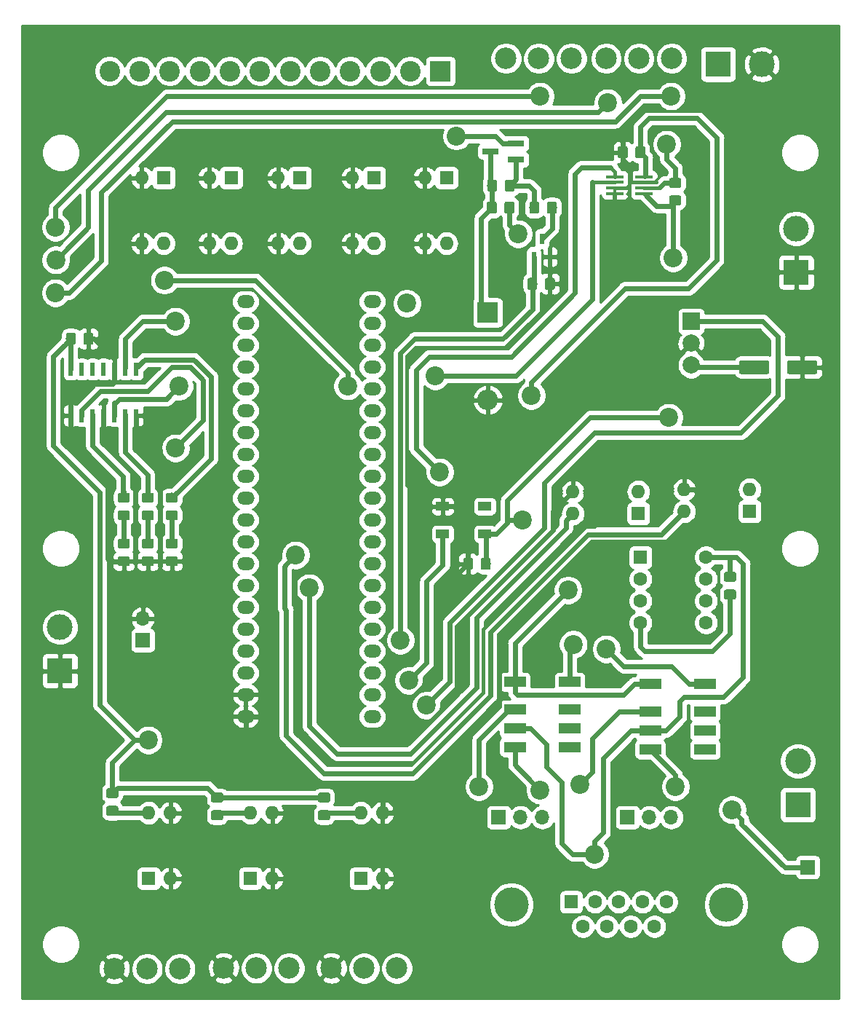
<source format=gbr>
G04 #@! TF.GenerationSoftware,KiCad,Pcbnew,(5.1.0)-1*
G04 #@! TF.CreationDate,2019-03-25T15:40:50+01:00*
G04 #@! TF.ProjectId,Board,426f6172-642e-46b6-9963-61645f706362,rev?*
G04 #@! TF.SameCoordinates,PX5f8e620PY8acb798*
G04 #@! TF.FileFunction,Copper,L1,Top*
G04 #@! TF.FilePolarity,Positive*
%FSLAX46Y46*%
G04 Gerber Fmt 4.6, Leading zero omitted, Abs format (unit mm)*
G04 Created by KiCad (PCBNEW (5.1.0)-1) date 2019-03-25 15:40:50*
%MOMM*%
%LPD*%
G04 APERTURE LIST*
%ADD10R,0.600000X1.500000*%
%ADD11C,0.100000*%
%ADD12C,1.150000*%
%ADD13R,1.600000X1.600000*%
%ADD14C,1.600000*%
%ADD15O,1.700000X1.700000*%
%ADD16R,1.700000X1.700000*%
%ADD17C,3.000000*%
%ADD18R,3.000000X3.000000*%
%ADD19C,2.500000*%
%ADD20O,1.600000X1.600000*%
%ADD21O,2.000000X1.500000*%
%ADD22R,2.500000X1.200000*%
%ADD23O,2.400000X2.400000*%
%ADD24R,2.400000X2.400000*%
%ADD25R,1.900000X0.800000*%
%ADD26R,0.600000X1.300000*%
%ADD27C,4.000000*%
%ADD28R,1.500000X1.000000*%
%ADD29R,2.000000X0.400000*%
%ADD30C,2.400000*%
%ADD31R,2.000000X2.000000*%
%ADD32C,2.000000*%
%ADD33C,2.200000*%
%ADD34C,0.400000*%
%ADD35C,0.600000*%
%ADD36C,0.300000*%
%ADD37C,0.350000*%
%ADD38C,0.254000*%
G04 APERTURE END LIST*
D10*
X6451600Y73931760D03*
X7721600Y73931760D03*
X8991600Y73931760D03*
X10261600Y73931760D03*
X11531600Y73931760D03*
X12801600Y73931760D03*
X14071600Y73931760D03*
X14071600Y68531760D03*
X12801600Y68531760D03*
X11531600Y68531760D03*
X10261600Y68531760D03*
X8991600Y68531760D03*
X7721600Y68531760D03*
X6451600Y68531760D03*
D11*
G36*
X6822585Y78163716D02*
G01*
X6846853Y78160116D01*
X6870652Y78154155D01*
X6893751Y78145890D01*
X6915930Y78135400D01*
X6936973Y78122788D01*
X6956679Y78108173D01*
X6974857Y78091697D01*
X6991333Y78073519D01*
X7005948Y78053813D01*
X7018560Y78032770D01*
X7029050Y78010591D01*
X7037315Y77987492D01*
X7043276Y77963693D01*
X7046876Y77939425D01*
X7048080Y77914921D01*
X7048080Y77014919D01*
X7046876Y76990415D01*
X7043276Y76966147D01*
X7037315Y76942348D01*
X7029050Y76919249D01*
X7018560Y76897070D01*
X7005948Y76876027D01*
X6991333Y76856321D01*
X6974857Y76838143D01*
X6956679Y76821667D01*
X6936973Y76807052D01*
X6915930Y76794440D01*
X6893751Y76783950D01*
X6870652Y76775685D01*
X6846853Y76769724D01*
X6822585Y76766124D01*
X6798081Y76764920D01*
X6148079Y76764920D01*
X6123575Y76766124D01*
X6099307Y76769724D01*
X6075508Y76775685D01*
X6052409Y76783950D01*
X6030230Y76794440D01*
X6009187Y76807052D01*
X5989481Y76821667D01*
X5971303Y76838143D01*
X5954827Y76856321D01*
X5940212Y76876027D01*
X5927600Y76897070D01*
X5917110Y76919249D01*
X5908845Y76942348D01*
X5902884Y76966147D01*
X5899284Y76990415D01*
X5898080Y77014919D01*
X5898080Y77914921D01*
X5899284Y77939425D01*
X5902884Y77963693D01*
X5908845Y77987492D01*
X5917110Y78010591D01*
X5927600Y78032770D01*
X5940212Y78053813D01*
X5954827Y78073519D01*
X5971303Y78091697D01*
X5989481Y78108173D01*
X6009187Y78122788D01*
X6030230Y78135400D01*
X6052409Y78145890D01*
X6075508Y78154155D01*
X6099307Y78160116D01*
X6123575Y78163716D01*
X6148079Y78164920D01*
X6798081Y78164920D01*
X6822585Y78163716D01*
X6822585Y78163716D01*
G37*
D12*
X6473080Y77464920D03*
D11*
G36*
X8872585Y78163716D02*
G01*
X8896853Y78160116D01*
X8920652Y78154155D01*
X8943751Y78145890D01*
X8965930Y78135400D01*
X8986973Y78122788D01*
X9006679Y78108173D01*
X9024857Y78091697D01*
X9041333Y78073519D01*
X9055948Y78053813D01*
X9068560Y78032770D01*
X9079050Y78010591D01*
X9087315Y77987492D01*
X9093276Y77963693D01*
X9096876Y77939425D01*
X9098080Y77914921D01*
X9098080Y77014919D01*
X9096876Y76990415D01*
X9093276Y76966147D01*
X9087315Y76942348D01*
X9079050Y76919249D01*
X9068560Y76897070D01*
X9055948Y76876027D01*
X9041333Y76856321D01*
X9024857Y76838143D01*
X9006679Y76821667D01*
X8986973Y76807052D01*
X8965930Y76794440D01*
X8943751Y76783950D01*
X8920652Y76775685D01*
X8896853Y76769724D01*
X8872585Y76766124D01*
X8848081Y76764920D01*
X8198079Y76764920D01*
X8173575Y76766124D01*
X8149307Y76769724D01*
X8125508Y76775685D01*
X8102409Y76783950D01*
X8080230Y76794440D01*
X8059187Y76807052D01*
X8039481Y76821667D01*
X8021303Y76838143D01*
X8004827Y76856321D01*
X7990212Y76876027D01*
X7977600Y76897070D01*
X7967110Y76919249D01*
X7958845Y76942348D01*
X7952884Y76966147D01*
X7949284Y76990415D01*
X7948080Y77014919D01*
X7948080Y77914921D01*
X7949284Y77939425D01*
X7952884Y77963693D01*
X7958845Y77987492D01*
X7967110Y78010591D01*
X7977600Y78032770D01*
X7990212Y78053813D01*
X8004827Y78073519D01*
X8021303Y78091697D01*
X8039481Y78108173D01*
X8059187Y78122788D01*
X8080230Y78135400D01*
X8102409Y78145890D01*
X8125508Y78154155D01*
X8149307Y78160116D01*
X8173575Y78163716D01*
X8198079Y78164920D01*
X8848081Y78164920D01*
X8872585Y78163716D01*
X8872585Y78163716D01*
G37*
D12*
X8523080Y77464920D03*
D11*
G36*
X83664585Y48311716D02*
G01*
X83688853Y48308116D01*
X83712652Y48302155D01*
X83735751Y48293890D01*
X83757930Y48283400D01*
X83778973Y48270788D01*
X83798679Y48256173D01*
X83816857Y48239697D01*
X83833333Y48221519D01*
X83847948Y48201813D01*
X83860560Y48180770D01*
X83871050Y48158591D01*
X83879315Y48135492D01*
X83885276Y48111693D01*
X83888876Y48087425D01*
X83890080Y48062921D01*
X83890080Y47412919D01*
X83888876Y47388415D01*
X83885276Y47364147D01*
X83879315Y47340348D01*
X83871050Y47317249D01*
X83860560Y47295070D01*
X83847948Y47274027D01*
X83833333Y47254321D01*
X83816857Y47236143D01*
X83798679Y47219667D01*
X83778973Y47205052D01*
X83757930Y47192440D01*
X83735751Y47181950D01*
X83712652Y47173685D01*
X83688853Y47167724D01*
X83664585Y47164124D01*
X83640081Y47162920D01*
X82740079Y47162920D01*
X82715575Y47164124D01*
X82691307Y47167724D01*
X82667508Y47173685D01*
X82644409Y47181950D01*
X82622230Y47192440D01*
X82601187Y47205052D01*
X82581481Y47219667D01*
X82563303Y47236143D01*
X82546827Y47254321D01*
X82532212Y47274027D01*
X82519600Y47295070D01*
X82509110Y47317249D01*
X82500845Y47340348D01*
X82494884Y47364147D01*
X82491284Y47388415D01*
X82490080Y47412919D01*
X82490080Y48062921D01*
X82491284Y48087425D01*
X82494884Y48111693D01*
X82500845Y48135492D01*
X82509110Y48158591D01*
X82519600Y48180770D01*
X82532212Y48201813D01*
X82546827Y48221519D01*
X82563303Y48239697D01*
X82581481Y48256173D01*
X82601187Y48270788D01*
X82622230Y48283400D01*
X82644409Y48293890D01*
X82667508Y48302155D01*
X82691307Y48308116D01*
X82715575Y48311716D01*
X82740079Y48312920D01*
X83640081Y48312920D01*
X83664585Y48311716D01*
X83664585Y48311716D01*
G37*
D12*
X83190080Y47737920D03*
D11*
G36*
X83664585Y50361716D02*
G01*
X83688853Y50358116D01*
X83712652Y50352155D01*
X83735751Y50343890D01*
X83757930Y50333400D01*
X83778973Y50320788D01*
X83798679Y50306173D01*
X83816857Y50289697D01*
X83833333Y50271519D01*
X83847948Y50251813D01*
X83860560Y50230770D01*
X83871050Y50208591D01*
X83879315Y50185492D01*
X83885276Y50161693D01*
X83888876Y50137425D01*
X83890080Y50112921D01*
X83890080Y49462919D01*
X83888876Y49438415D01*
X83885276Y49414147D01*
X83879315Y49390348D01*
X83871050Y49367249D01*
X83860560Y49345070D01*
X83847948Y49324027D01*
X83833333Y49304321D01*
X83816857Y49286143D01*
X83798679Y49269667D01*
X83778973Y49255052D01*
X83757930Y49242440D01*
X83735751Y49231950D01*
X83712652Y49223685D01*
X83688853Y49217724D01*
X83664585Y49214124D01*
X83640081Y49212920D01*
X82740079Y49212920D01*
X82715575Y49214124D01*
X82691307Y49217724D01*
X82667508Y49223685D01*
X82644409Y49231950D01*
X82622230Y49242440D01*
X82601187Y49255052D01*
X82581481Y49269667D01*
X82563303Y49286143D01*
X82546827Y49304321D01*
X82532212Y49324027D01*
X82519600Y49345070D01*
X82509110Y49367249D01*
X82500845Y49390348D01*
X82494884Y49414147D01*
X82491284Y49438415D01*
X82490080Y49462919D01*
X82490080Y50112921D01*
X82491284Y50137425D01*
X82494884Y50161693D01*
X82500845Y50185492D01*
X82509110Y50208591D01*
X82519600Y50230770D01*
X82532212Y50251813D01*
X82546827Y50271519D01*
X82563303Y50289697D01*
X82581481Y50306173D01*
X82601187Y50320788D01*
X82622230Y50333400D01*
X82644409Y50343890D01*
X82667508Y50352155D01*
X82691307Y50358116D01*
X82715575Y50361716D01*
X82740079Y50362920D01*
X83640081Y50362920D01*
X83664585Y50361716D01*
X83664585Y50361716D01*
G37*
D12*
X83190080Y49787920D03*
D13*
X72776080Y52064920D03*
D14*
X72776080Y49524920D03*
X72776080Y46984920D03*
X72776080Y44444920D03*
X80396080Y44444920D03*
X80396080Y46984920D03*
X80396080Y49524920D03*
X80396080Y52064920D03*
D15*
X76332080Y21838920D03*
X73792080Y21838920D03*
D16*
X71252080Y21838920D03*
D17*
X91084400Y28371800D03*
D18*
X91084400Y23291800D03*
D19*
X31882080Y4312920D03*
X28072080Y4312920D03*
X24262080Y4312920D03*
X19156680Y4236720D03*
X15346680Y4236720D03*
X11536680Y4236720D03*
X44416980Y4300220D03*
X40606980Y4300220D03*
X36796980Y4300220D03*
X68767960Y110068360D03*
X72577960Y110068360D03*
X76387960Y110068360D03*
X57104280Y110068360D03*
X60914280Y110068360D03*
X64724280Y110068360D03*
D20*
X50195480Y88564720D03*
X47655480Y96184720D03*
X47655480Y88564720D03*
D13*
X50195480Y96184720D03*
D21*
X41546780Y81795620D03*
X26814780Y81795620D03*
X41546780Y79255620D03*
X26814780Y79255620D03*
X41546780Y76715620D03*
X26814780Y76715620D03*
X41546780Y74175620D03*
X26814780Y74175620D03*
X41546780Y71635620D03*
X26814780Y71635620D03*
X41546780Y69095620D03*
X26814780Y69095620D03*
X41546780Y66555620D03*
X26814780Y66555620D03*
X41546780Y64015620D03*
X26814780Y64015620D03*
X41546780Y61475620D03*
X26814780Y61475620D03*
X41546780Y58935620D03*
X26814780Y58935620D03*
X41546780Y56395620D03*
X26814780Y56395620D03*
X41546780Y53855620D03*
X26814780Y53855620D03*
X41546780Y51315620D03*
X26814780Y51315620D03*
X41546780Y48775620D03*
X26814780Y48775620D03*
X41546780Y46235620D03*
X26814780Y46235620D03*
X41546780Y43695620D03*
X26814780Y43695620D03*
X41546780Y41155620D03*
X26814780Y41155620D03*
X41546780Y38615620D03*
X26814780Y38615620D03*
X41546780Y36075620D03*
X26814780Y36075620D03*
X41546780Y33535620D03*
X26814780Y33535620D03*
D22*
X58140080Y29970920D03*
X58140080Y32170920D03*
X58140080Y34370920D03*
X58140080Y37570920D03*
X64540080Y29970920D03*
X64540080Y32170920D03*
X64540080Y34370920D03*
X64540080Y37570920D03*
X73888080Y29716920D03*
X73888080Y31916920D03*
X73888080Y34116920D03*
X73888080Y37316920D03*
X80288080Y29716920D03*
X80288080Y31916920D03*
X80288080Y34116920D03*
X80288080Y37316920D03*
D11*
G36*
X57856485Y93408796D02*
G01*
X57880753Y93405196D01*
X57904552Y93399235D01*
X57927651Y93390970D01*
X57949830Y93380480D01*
X57970873Y93367868D01*
X57990579Y93353253D01*
X58008757Y93336777D01*
X58025233Y93318599D01*
X58039848Y93298893D01*
X58052460Y93277850D01*
X58062950Y93255671D01*
X58071215Y93232572D01*
X58077176Y93208773D01*
X58080776Y93184505D01*
X58081980Y93160001D01*
X58081980Y92259999D01*
X58080776Y92235495D01*
X58077176Y92211227D01*
X58071215Y92187428D01*
X58062950Y92164329D01*
X58052460Y92142150D01*
X58039848Y92121107D01*
X58025233Y92101401D01*
X58008757Y92083223D01*
X57990579Y92066747D01*
X57970873Y92052132D01*
X57949830Y92039520D01*
X57927651Y92029030D01*
X57904552Y92020765D01*
X57880753Y92014804D01*
X57856485Y92011204D01*
X57831981Y92010000D01*
X57181979Y92010000D01*
X57157475Y92011204D01*
X57133207Y92014804D01*
X57109408Y92020765D01*
X57086309Y92029030D01*
X57064130Y92039520D01*
X57043087Y92052132D01*
X57023381Y92066747D01*
X57005203Y92083223D01*
X56988727Y92101401D01*
X56974112Y92121107D01*
X56961500Y92142150D01*
X56951010Y92164329D01*
X56942745Y92187428D01*
X56936784Y92211227D01*
X56933184Y92235495D01*
X56931980Y92259999D01*
X56931980Y93160001D01*
X56933184Y93184505D01*
X56936784Y93208773D01*
X56942745Y93232572D01*
X56951010Y93255671D01*
X56961500Y93277850D01*
X56974112Y93298893D01*
X56988727Y93318599D01*
X57005203Y93336777D01*
X57023381Y93353253D01*
X57043087Y93367868D01*
X57064130Y93380480D01*
X57086309Y93390970D01*
X57109408Y93399235D01*
X57133207Y93405196D01*
X57157475Y93408796D01*
X57181979Y93410000D01*
X57831981Y93410000D01*
X57856485Y93408796D01*
X57856485Y93408796D01*
G37*
D12*
X57506980Y92710000D03*
D11*
G36*
X55806485Y93408796D02*
G01*
X55830753Y93405196D01*
X55854552Y93399235D01*
X55877651Y93390970D01*
X55899830Y93380480D01*
X55920873Y93367868D01*
X55940579Y93353253D01*
X55958757Y93336777D01*
X55975233Y93318599D01*
X55989848Y93298893D01*
X56002460Y93277850D01*
X56012950Y93255671D01*
X56021215Y93232572D01*
X56027176Y93208773D01*
X56030776Y93184505D01*
X56031980Y93160001D01*
X56031980Y92259999D01*
X56030776Y92235495D01*
X56027176Y92211227D01*
X56021215Y92187428D01*
X56012950Y92164329D01*
X56002460Y92142150D01*
X55989848Y92121107D01*
X55975233Y92101401D01*
X55958757Y92083223D01*
X55940579Y92066747D01*
X55920873Y92052132D01*
X55899830Y92039520D01*
X55877651Y92029030D01*
X55854552Y92020765D01*
X55830753Y92014804D01*
X55806485Y92011204D01*
X55781981Y92010000D01*
X55131979Y92010000D01*
X55107475Y92011204D01*
X55083207Y92014804D01*
X55059408Y92020765D01*
X55036309Y92029030D01*
X55014130Y92039520D01*
X54993087Y92052132D01*
X54973381Y92066747D01*
X54955203Y92083223D01*
X54938727Y92101401D01*
X54924112Y92121107D01*
X54911500Y92142150D01*
X54901010Y92164329D01*
X54892745Y92187428D01*
X54886784Y92211227D01*
X54883184Y92235495D01*
X54881980Y92259999D01*
X54881980Y93160001D01*
X54883184Y93184505D01*
X54886784Y93208773D01*
X54892745Y93232572D01*
X54901010Y93255671D01*
X54911500Y93277850D01*
X54924112Y93298893D01*
X54938727Y93318599D01*
X54955203Y93336777D01*
X54973381Y93353253D01*
X54993087Y93367868D01*
X55014130Y93380480D01*
X55036309Y93390970D01*
X55059408Y93399235D01*
X55083207Y93405196D01*
X55107475Y93408796D01*
X55131979Y93410000D01*
X55781981Y93410000D01*
X55806485Y93408796D01*
X55806485Y93408796D01*
G37*
D12*
X55456980Y92710000D03*
D23*
X54996080Y70352920D03*
D24*
X54996080Y80512920D03*
D16*
X14864080Y42412920D03*
D15*
X14864080Y44952920D03*
D13*
X40223440Y14737080D03*
D20*
X42763440Y22357080D03*
X42763440Y14737080D03*
X40223440Y22357080D03*
D25*
X58299480Y98287800D03*
X58299480Y100187800D03*
X55299480Y99237800D03*
D11*
G36*
X62583425Y84549276D02*
G01*
X62607693Y84545676D01*
X62631492Y84539715D01*
X62654591Y84531450D01*
X62676770Y84520960D01*
X62697813Y84508348D01*
X62717519Y84493733D01*
X62735697Y84477257D01*
X62752173Y84459079D01*
X62766788Y84439373D01*
X62779400Y84418330D01*
X62789890Y84396151D01*
X62798155Y84373052D01*
X62804116Y84349253D01*
X62807716Y84324985D01*
X62808920Y84300481D01*
X62808920Y83400479D01*
X62807716Y83375975D01*
X62804116Y83351707D01*
X62798155Y83327908D01*
X62789890Y83304809D01*
X62779400Y83282630D01*
X62766788Y83261587D01*
X62752173Y83241881D01*
X62735697Y83223703D01*
X62717519Y83207227D01*
X62697813Y83192612D01*
X62676770Y83180000D01*
X62654591Y83169510D01*
X62631492Y83161245D01*
X62607693Y83155284D01*
X62583425Y83151684D01*
X62558921Y83150480D01*
X61908919Y83150480D01*
X61884415Y83151684D01*
X61860147Y83155284D01*
X61836348Y83161245D01*
X61813249Y83169510D01*
X61791070Y83180000D01*
X61770027Y83192612D01*
X61750321Y83207227D01*
X61732143Y83223703D01*
X61715667Y83241881D01*
X61701052Y83261587D01*
X61688440Y83282630D01*
X61677950Y83304809D01*
X61669685Y83327908D01*
X61663724Y83351707D01*
X61660124Y83375975D01*
X61658920Y83400479D01*
X61658920Y84300481D01*
X61660124Y84324985D01*
X61663724Y84349253D01*
X61669685Y84373052D01*
X61677950Y84396151D01*
X61688440Y84418330D01*
X61701052Y84439373D01*
X61715667Y84459079D01*
X61732143Y84477257D01*
X61750321Y84493733D01*
X61770027Y84508348D01*
X61791070Y84520960D01*
X61813249Y84531450D01*
X61836348Y84539715D01*
X61860147Y84545676D01*
X61884415Y84549276D01*
X61908919Y84550480D01*
X62558921Y84550480D01*
X62583425Y84549276D01*
X62583425Y84549276D01*
G37*
D12*
X62233920Y83850480D03*
D11*
G36*
X60533425Y84549276D02*
G01*
X60557693Y84545676D01*
X60581492Y84539715D01*
X60604591Y84531450D01*
X60626770Y84520960D01*
X60647813Y84508348D01*
X60667519Y84493733D01*
X60685697Y84477257D01*
X60702173Y84459079D01*
X60716788Y84439373D01*
X60729400Y84418330D01*
X60739890Y84396151D01*
X60748155Y84373052D01*
X60754116Y84349253D01*
X60757716Y84324985D01*
X60758920Y84300481D01*
X60758920Y83400479D01*
X60757716Y83375975D01*
X60754116Y83351707D01*
X60748155Y83327908D01*
X60739890Y83304809D01*
X60729400Y83282630D01*
X60716788Y83261587D01*
X60702173Y83241881D01*
X60685697Y83223703D01*
X60667519Y83207227D01*
X60647813Y83192612D01*
X60626770Y83180000D01*
X60604591Y83169510D01*
X60581492Y83161245D01*
X60557693Y83155284D01*
X60533425Y83151684D01*
X60508921Y83150480D01*
X59858919Y83150480D01*
X59834415Y83151684D01*
X59810147Y83155284D01*
X59786348Y83161245D01*
X59763249Y83169510D01*
X59741070Y83180000D01*
X59720027Y83192612D01*
X59700321Y83207227D01*
X59682143Y83223703D01*
X59665667Y83241881D01*
X59651052Y83261587D01*
X59638440Y83282630D01*
X59627950Y83304809D01*
X59619685Y83327908D01*
X59613724Y83351707D01*
X59610124Y83375975D01*
X59608920Y83400479D01*
X59608920Y84300481D01*
X59610124Y84324985D01*
X59613724Y84349253D01*
X59619685Y84373052D01*
X59627950Y84396151D01*
X59638440Y84418330D01*
X59651052Y84439373D01*
X59665667Y84459079D01*
X59682143Y84477257D01*
X59700321Y84493733D01*
X59720027Y84508348D01*
X59741070Y84520960D01*
X59763249Y84531450D01*
X59786348Y84539715D01*
X59810147Y84545676D01*
X59834415Y84549276D01*
X59858919Y84550480D01*
X60508921Y84550480D01*
X60533425Y84549276D01*
X60533425Y84549276D01*
G37*
D12*
X60183920Y83850480D03*
D11*
G36*
X60756945Y93403716D02*
G01*
X60781213Y93400116D01*
X60805012Y93394155D01*
X60828111Y93385890D01*
X60850290Y93375400D01*
X60871333Y93362788D01*
X60891039Y93348173D01*
X60909217Y93331697D01*
X60925693Y93313519D01*
X60940308Y93293813D01*
X60952920Y93272770D01*
X60963410Y93250591D01*
X60971675Y93227492D01*
X60977636Y93203693D01*
X60981236Y93179425D01*
X60982440Y93154921D01*
X60982440Y92254919D01*
X60981236Y92230415D01*
X60977636Y92206147D01*
X60971675Y92182348D01*
X60963410Y92159249D01*
X60952920Y92137070D01*
X60940308Y92116027D01*
X60925693Y92096321D01*
X60909217Y92078143D01*
X60891039Y92061667D01*
X60871333Y92047052D01*
X60850290Y92034440D01*
X60828111Y92023950D01*
X60805012Y92015685D01*
X60781213Y92009724D01*
X60756945Y92006124D01*
X60732441Y92004920D01*
X60082439Y92004920D01*
X60057935Y92006124D01*
X60033667Y92009724D01*
X60009868Y92015685D01*
X59986769Y92023950D01*
X59964590Y92034440D01*
X59943547Y92047052D01*
X59923841Y92061667D01*
X59905663Y92078143D01*
X59889187Y92096321D01*
X59874572Y92116027D01*
X59861960Y92137070D01*
X59851470Y92159249D01*
X59843205Y92182348D01*
X59837244Y92206147D01*
X59833644Y92230415D01*
X59832440Y92254919D01*
X59832440Y93154921D01*
X59833644Y93179425D01*
X59837244Y93203693D01*
X59843205Y93227492D01*
X59851470Y93250591D01*
X59861960Y93272770D01*
X59874572Y93293813D01*
X59889187Y93313519D01*
X59905663Y93331697D01*
X59923841Y93348173D01*
X59943547Y93362788D01*
X59964590Y93375400D01*
X59986769Y93385890D01*
X60009868Y93394155D01*
X60033667Y93400116D01*
X60057935Y93403716D01*
X60082439Y93404920D01*
X60732441Y93404920D01*
X60756945Y93403716D01*
X60756945Y93403716D01*
G37*
D12*
X60407440Y92704920D03*
D11*
G36*
X62806945Y93403716D02*
G01*
X62831213Y93400116D01*
X62855012Y93394155D01*
X62878111Y93385890D01*
X62900290Y93375400D01*
X62921333Y93362788D01*
X62941039Y93348173D01*
X62959217Y93331697D01*
X62975693Y93313519D01*
X62990308Y93293813D01*
X63002920Y93272770D01*
X63013410Y93250591D01*
X63021675Y93227492D01*
X63027636Y93203693D01*
X63031236Y93179425D01*
X63032440Y93154921D01*
X63032440Y92254919D01*
X63031236Y92230415D01*
X63027636Y92206147D01*
X63021675Y92182348D01*
X63013410Y92159249D01*
X63002920Y92137070D01*
X62990308Y92116027D01*
X62975693Y92096321D01*
X62959217Y92078143D01*
X62941039Y92061667D01*
X62921333Y92047052D01*
X62900290Y92034440D01*
X62878111Y92023950D01*
X62855012Y92015685D01*
X62831213Y92009724D01*
X62806945Y92006124D01*
X62782441Y92004920D01*
X62132439Y92004920D01*
X62107935Y92006124D01*
X62083667Y92009724D01*
X62059868Y92015685D01*
X62036769Y92023950D01*
X62014590Y92034440D01*
X61993547Y92047052D01*
X61973841Y92061667D01*
X61955663Y92078143D01*
X61939187Y92096321D01*
X61924572Y92116027D01*
X61911960Y92137070D01*
X61901470Y92159249D01*
X61893205Y92182348D01*
X61887244Y92206147D01*
X61883644Y92230415D01*
X61882440Y92254919D01*
X61882440Y93154921D01*
X61883644Y93179425D01*
X61887244Y93203693D01*
X61893205Y93227492D01*
X61901470Y93250591D01*
X61911960Y93272770D01*
X61924572Y93293813D01*
X61939187Y93313519D01*
X61955663Y93331697D01*
X61973841Y93348173D01*
X61993547Y93362788D01*
X62014590Y93375400D01*
X62036769Y93385890D01*
X62059868Y93394155D01*
X62083667Y93400116D01*
X62107935Y93403716D01*
X62132439Y93404920D01*
X62782441Y93404920D01*
X62806945Y93403716D01*
X62806945Y93403716D01*
G37*
D12*
X62457440Y92704920D03*
D11*
G36*
X36420585Y24707716D02*
G01*
X36444853Y24704116D01*
X36468652Y24698155D01*
X36491751Y24689890D01*
X36513930Y24679400D01*
X36534973Y24666788D01*
X36554679Y24652173D01*
X36572857Y24635697D01*
X36589333Y24617519D01*
X36603948Y24597813D01*
X36616560Y24576770D01*
X36627050Y24554591D01*
X36635315Y24531492D01*
X36641276Y24507693D01*
X36644876Y24483425D01*
X36646080Y24458921D01*
X36646080Y23808919D01*
X36644876Y23784415D01*
X36641276Y23760147D01*
X36635315Y23736348D01*
X36627050Y23713249D01*
X36616560Y23691070D01*
X36603948Y23670027D01*
X36589333Y23650321D01*
X36572857Y23632143D01*
X36554679Y23615667D01*
X36534973Y23601052D01*
X36513930Y23588440D01*
X36491751Y23577950D01*
X36468652Y23569685D01*
X36444853Y23563724D01*
X36420585Y23560124D01*
X36396081Y23558920D01*
X35496079Y23558920D01*
X35471575Y23560124D01*
X35447307Y23563724D01*
X35423508Y23569685D01*
X35400409Y23577950D01*
X35378230Y23588440D01*
X35357187Y23601052D01*
X35337481Y23615667D01*
X35319303Y23632143D01*
X35302827Y23650321D01*
X35288212Y23670027D01*
X35275600Y23691070D01*
X35265110Y23713249D01*
X35256845Y23736348D01*
X35250884Y23760147D01*
X35247284Y23784415D01*
X35246080Y23808919D01*
X35246080Y24458921D01*
X35247284Y24483425D01*
X35250884Y24507693D01*
X35256845Y24531492D01*
X35265110Y24554591D01*
X35275600Y24576770D01*
X35288212Y24597813D01*
X35302827Y24617519D01*
X35319303Y24635697D01*
X35337481Y24652173D01*
X35357187Y24666788D01*
X35378230Y24679400D01*
X35400409Y24689890D01*
X35423508Y24698155D01*
X35447307Y24704116D01*
X35471575Y24707716D01*
X35496079Y24708920D01*
X36396081Y24708920D01*
X36420585Y24707716D01*
X36420585Y24707716D01*
G37*
D12*
X35946080Y24133920D03*
D11*
G36*
X36420585Y22657716D02*
G01*
X36444853Y22654116D01*
X36468652Y22648155D01*
X36491751Y22639890D01*
X36513930Y22629400D01*
X36534973Y22616788D01*
X36554679Y22602173D01*
X36572857Y22585697D01*
X36589333Y22567519D01*
X36603948Y22547813D01*
X36616560Y22526770D01*
X36627050Y22504591D01*
X36635315Y22481492D01*
X36641276Y22457693D01*
X36644876Y22433425D01*
X36646080Y22408921D01*
X36646080Y21758919D01*
X36644876Y21734415D01*
X36641276Y21710147D01*
X36635315Y21686348D01*
X36627050Y21663249D01*
X36616560Y21641070D01*
X36603948Y21620027D01*
X36589333Y21600321D01*
X36572857Y21582143D01*
X36554679Y21565667D01*
X36534973Y21551052D01*
X36513930Y21538440D01*
X36491751Y21527950D01*
X36468652Y21519685D01*
X36444853Y21513724D01*
X36420585Y21510124D01*
X36396081Y21508920D01*
X35496079Y21508920D01*
X35471575Y21510124D01*
X35447307Y21513724D01*
X35423508Y21519685D01*
X35400409Y21527950D01*
X35378230Y21538440D01*
X35357187Y21551052D01*
X35337481Y21565667D01*
X35319303Y21582143D01*
X35302827Y21600321D01*
X35288212Y21620027D01*
X35275600Y21641070D01*
X35265110Y21663249D01*
X35256845Y21686348D01*
X35250884Y21710147D01*
X35247284Y21734415D01*
X35246080Y21758919D01*
X35246080Y22408921D01*
X35247284Y22433425D01*
X35250884Y22457693D01*
X35256845Y22481492D01*
X35265110Y22504591D01*
X35275600Y22526770D01*
X35288212Y22547813D01*
X35302827Y22567519D01*
X35319303Y22585697D01*
X35337481Y22602173D01*
X35357187Y22616788D01*
X35378230Y22629400D01*
X35400409Y22639890D01*
X35423508Y22648155D01*
X35447307Y22654116D01*
X35471575Y22657716D01*
X35496079Y22658920D01*
X36396081Y22658920D01*
X36420585Y22657716D01*
X36420585Y22657716D01*
G37*
D12*
X35946080Y22083920D03*
D26*
X61290200Y89101640D03*
X62240200Y87001640D03*
X60340200Y87001640D03*
D11*
G36*
X87502584Y74961716D02*
G01*
X87526853Y74958116D01*
X87550651Y74952155D01*
X87573751Y74943890D01*
X87595929Y74933400D01*
X87616973Y74920787D01*
X87636678Y74906173D01*
X87654857Y74889697D01*
X87671333Y74871518D01*
X87685947Y74851813D01*
X87698560Y74830769D01*
X87709050Y74808591D01*
X87717315Y74785491D01*
X87723276Y74761693D01*
X87726876Y74737424D01*
X87728080Y74712920D01*
X87728080Y73612920D01*
X87726876Y73588416D01*
X87723276Y73564147D01*
X87717315Y73540349D01*
X87709050Y73517249D01*
X87698560Y73495071D01*
X87685947Y73474027D01*
X87671333Y73454322D01*
X87654857Y73436143D01*
X87636678Y73419667D01*
X87616973Y73405053D01*
X87595929Y73392440D01*
X87573751Y73381950D01*
X87550651Y73373685D01*
X87526853Y73367724D01*
X87502584Y73364124D01*
X87478080Y73362920D01*
X84478080Y73362920D01*
X84453576Y73364124D01*
X84429307Y73367724D01*
X84405509Y73373685D01*
X84382409Y73381950D01*
X84360231Y73392440D01*
X84339187Y73405053D01*
X84319482Y73419667D01*
X84301303Y73436143D01*
X84284827Y73454322D01*
X84270213Y73474027D01*
X84257600Y73495071D01*
X84247110Y73517249D01*
X84238845Y73540349D01*
X84232884Y73564147D01*
X84229284Y73588416D01*
X84228080Y73612920D01*
X84228080Y74712920D01*
X84229284Y74737424D01*
X84232884Y74761693D01*
X84238845Y74785491D01*
X84247110Y74808591D01*
X84257600Y74830769D01*
X84270213Y74851813D01*
X84284827Y74871518D01*
X84301303Y74889697D01*
X84319482Y74906173D01*
X84339187Y74920787D01*
X84360231Y74933400D01*
X84382409Y74943890D01*
X84405509Y74952155D01*
X84429307Y74958116D01*
X84453576Y74961716D01*
X84478080Y74962920D01*
X87478080Y74962920D01*
X87502584Y74961716D01*
X87502584Y74961716D01*
G37*
D14*
X85978080Y74162920D03*
D11*
G36*
X93102584Y74961716D02*
G01*
X93126853Y74958116D01*
X93150651Y74952155D01*
X93173751Y74943890D01*
X93195929Y74933400D01*
X93216973Y74920787D01*
X93236678Y74906173D01*
X93254857Y74889697D01*
X93271333Y74871518D01*
X93285947Y74851813D01*
X93298560Y74830769D01*
X93309050Y74808591D01*
X93317315Y74785491D01*
X93323276Y74761693D01*
X93326876Y74737424D01*
X93328080Y74712920D01*
X93328080Y73612920D01*
X93326876Y73588416D01*
X93323276Y73564147D01*
X93317315Y73540349D01*
X93309050Y73517249D01*
X93298560Y73495071D01*
X93285947Y73474027D01*
X93271333Y73454322D01*
X93254857Y73436143D01*
X93236678Y73419667D01*
X93216973Y73405053D01*
X93195929Y73392440D01*
X93173751Y73381950D01*
X93150651Y73373685D01*
X93126853Y73367724D01*
X93102584Y73364124D01*
X93078080Y73362920D01*
X90078080Y73362920D01*
X90053576Y73364124D01*
X90029307Y73367724D01*
X90005509Y73373685D01*
X89982409Y73381950D01*
X89960231Y73392440D01*
X89939187Y73405053D01*
X89919482Y73419667D01*
X89901303Y73436143D01*
X89884827Y73454322D01*
X89870213Y73474027D01*
X89857600Y73495071D01*
X89847110Y73517249D01*
X89838845Y73540349D01*
X89832884Y73564147D01*
X89829284Y73588416D01*
X89828080Y73612920D01*
X89828080Y74712920D01*
X89829284Y74737424D01*
X89832884Y74761693D01*
X89838845Y74785491D01*
X89847110Y74808591D01*
X89857600Y74830769D01*
X89870213Y74851813D01*
X89884827Y74871518D01*
X89901303Y74889697D01*
X89919482Y74906173D01*
X89939187Y74920787D01*
X89960231Y74933400D01*
X89982409Y74943890D01*
X90005509Y74952155D01*
X90029307Y74958116D01*
X90053576Y74961716D01*
X90078080Y74962920D01*
X93078080Y74962920D01*
X93102584Y74961716D01*
X93102584Y74961716D01*
G37*
D14*
X91578080Y74162920D03*
D11*
G36*
X55100585Y52001716D02*
G01*
X55124853Y51998116D01*
X55148652Y51992155D01*
X55171751Y51983890D01*
X55193930Y51973400D01*
X55214973Y51960788D01*
X55234679Y51946173D01*
X55252857Y51929697D01*
X55269333Y51911519D01*
X55283948Y51891813D01*
X55296560Y51870770D01*
X55307050Y51848591D01*
X55315315Y51825492D01*
X55321276Y51801693D01*
X55324876Y51777425D01*
X55326080Y51752921D01*
X55326080Y50852919D01*
X55324876Y50828415D01*
X55321276Y50804147D01*
X55315315Y50780348D01*
X55307050Y50757249D01*
X55296560Y50735070D01*
X55283948Y50714027D01*
X55269333Y50694321D01*
X55252857Y50676143D01*
X55234679Y50659667D01*
X55214973Y50645052D01*
X55193930Y50632440D01*
X55171751Y50621950D01*
X55148652Y50613685D01*
X55124853Y50607724D01*
X55100585Y50604124D01*
X55076081Y50602920D01*
X54426079Y50602920D01*
X54401575Y50604124D01*
X54377307Y50607724D01*
X54353508Y50613685D01*
X54330409Y50621950D01*
X54308230Y50632440D01*
X54287187Y50645052D01*
X54267481Y50659667D01*
X54249303Y50676143D01*
X54232827Y50694321D01*
X54218212Y50714027D01*
X54205600Y50735070D01*
X54195110Y50757249D01*
X54186845Y50780348D01*
X54180884Y50804147D01*
X54177284Y50828415D01*
X54176080Y50852919D01*
X54176080Y51752921D01*
X54177284Y51777425D01*
X54180884Y51801693D01*
X54186845Y51825492D01*
X54195110Y51848591D01*
X54205600Y51870770D01*
X54218212Y51891813D01*
X54232827Y51911519D01*
X54249303Y51929697D01*
X54267481Y51946173D01*
X54287187Y51960788D01*
X54308230Y51973400D01*
X54330409Y51983890D01*
X54353508Y51992155D01*
X54377307Y51998116D01*
X54401575Y52001716D01*
X54426079Y52002920D01*
X55076081Y52002920D01*
X55100585Y52001716D01*
X55100585Y52001716D01*
G37*
D12*
X54751080Y51302920D03*
D11*
G36*
X53050585Y52001716D02*
G01*
X53074853Y51998116D01*
X53098652Y51992155D01*
X53121751Y51983890D01*
X53143930Y51973400D01*
X53164973Y51960788D01*
X53184679Y51946173D01*
X53202857Y51929697D01*
X53219333Y51911519D01*
X53233948Y51891813D01*
X53246560Y51870770D01*
X53257050Y51848591D01*
X53265315Y51825492D01*
X53271276Y51801693D01*
X53274876Y51777425D01*
X53276080Y51752921D01*
X53276080Y50852919D01*
X53274876Y50828415D01*
X53271276Y50804147D01*
X53265315Y50780348D01*
X53257050Y50757249D01*
X53246560Y50735070D01*
X53233948Y50714027D01*
X53219333Y50694321D01*
X53202857Y50676143D01*
X53184679Y50659667D01*
X53164973Y50645052D01*
X53143930Y50632440D01*
X53121751Y50621950D01*
X53098652Y50613685D01*
X53074853Y50607724D01*
X53050585Y50604124D01*
X53026081Y50602920D01*
X52376079Y50602920D01*
X52351575Y50604124D01*
X52327307Y50607724D01*
X52303508Y50613685D01*
X52280409Y50621950D01*
X52258230Y50632440D01*
X52237187Y50645052D01*
X52217481Y50659667D01*
X52199303Y50676143D01*
X52182827Y50694321D01*
X52168212Y50714027D01*
X52155600Y50735070D01*
X52145110Y50757249D01*
X52136845Y50780348D01*
X52130884Y50804147D01*
X52127284Y50828415D01*
X52126080Y50852919D01*
X52126080Y51752921D01*
X52127284Y51777425D01*
X52130884Y51801693D01*
X52136845Y51825492D01*
X52145110Y51848591D01*
X52155600Y51870770D01*
X52168212Y51891813D01*
X52182827Y51911519D01*
X52199303Y51929697D01*
X52217481Y51946173D01*
X52237187Y51960788D01*
X52258230Y51973400D01*
X52280409Y51983890D01*
X52303508Y51992155D01*
X52327307Y51998116D01*
X52351575Y52001716D01*
X52376079Y52002920D01*
X53026081Y52002920D01*
X53050585Y52001716D01*
X53050585Y52001716D01*
G37*
D12*
X52701080Y51302920D03*
D11*
G36*
X77276485Y94120616D02*
G01*
X77300753Y94117016D01*
X77324552Y94111055D01*
X77347651Y94102790D01*
X77369830Y94092300D01*
X77390873Y94079688D01*
X77410579Y94065073D01*
X77428757Y94048597D01*
X77445233Y94030419D01*
X77459848Y94010713D01*
X77472460Y93989670D01*
X77482950Y93967491D01*
X77491215Y93944392D01*
X77497176Y93920593D01*
X77500776Y93896325D01*
X77501980Y93871821D01*
X77501980Y93221819D01*
X77500776Y93197315D01*
X77497176Y93173047D01*
X77491215Y93149248D01*
X77482950Y93126149D01*
X77472460Y93103970D01*
X77459848Y93082927D01*
X77445233Y93063221D01*
X77428757Y93045043D01*
X77410579Y93028567D01*
X77390873Y93013952D01*
X77369830Y93001340D01*
X77347651Y92990850D01*
X77324552Y92982585D01*
X77300753Y92976624D01*
X77276485Y92973024D01*
X77251981Y92971820D01*
X76351979Y92971820D01*
X76327475Y92973024D01*
X76303207Y92976624D01*
X76279408Y92982585D01*
X76256309Y92990850D01*
X76234130Y93001340D01*
X76213087Y93013952D01*
X76193381Y93028567D01*
X76175203Y93045043D01*
X76158727Y93063221D01*
X76144112Y93082927D01*
X76131500Y93103970D01*
X76121010Y93126149D01*
X76112745Y93149248D01*
X76106784Y93173047D01*
X76103184Y93197315D01*
X76101980Y93221819D01*
X76101980Y93871821D01*
X76103184Y93896325D01*
X76106784Y93920593D01*
X76112745Y93944392D01*
X76121010Y93967491D01*
X76131500Y93989670D01*
X76144112Y94010713D01*
X76158727Y94030419D01*
X76175203Y94048597D01*
X76193381Y94065073D01*
X76213087Y94079688D01*
X76234130Y94092300D01*
X76256309Y94102790D01*
X76279408Y94111055D01*
X76303207Y94117016D01*
X76327475Y94120616D01*
X76351979Y94121820D01*
X77251981Y94121820D01*
X77276485Y94120616D01*
X77276485Y94120616D01*
G37*
D12*
X76801980Y93546820D03*
D11*
G36*
X77276485Y96170616D02*
G01*
X77300753Y96167016D01*
X77324552Y96161055D01*
X77347651Y96152790D01*
X77369830Y96142300D01*
X77390873Y96129688D01*
X77410579Y96115073D01*
X77428757Y96098597D01*
X77445233Y96080419D01*
X77459848Y96060713D01*
X77472460Y96039670D01*
X77482950Y96017491D01*
X77491215Y95994392D01*
X77497176Y95970593D01*
X77500776Y95946325D01*
X77501980Y95921821D01*
X77501980Y95271819D01*
X77500776Y95247315D01*
X77497176Y95223047D01*
X77491215Y95199248D01*
X77482950Y95176149D01*
X77472460Y95153970D01*
X77459848Y95132927D01*
X77445233Y95113221D01*
X77428757Y95095043D01*
X77410579Y95078567D01*
X77390873Y95063952D01*
X77369830Y95051340D01*
X77347651Y95040850D01*
X77324552Y95032585D01*
X77300753Y95026624D01*
X77276485Y95023024D01*
X77251981Y95021820D01*
X76351979Y95021820D01*
X76327475Y95023024D01*
X76303207Y95026624D01*
X76279408Y95032585D01*
X76256309Y95040850D01*
X76234130Y95051340D01*
X76213087Y95063952D01*
X76193381Y95078567D01*
X76175203Y95095043D01*
X76158727Y95113221D01*
X76144112Y95132927D01*
X76131500Y95153970D01*
X76121010Y95176149D01*
X76112745Y95199248D01*
X76106784Y95223047D01*
X76103184Y95247315D01*
X76101980Y95271819D01*
X76101980Y95921821D01*
X76103184Y95946325D01*
X76106784Y95970593D01*
X76112745Y95994392D01*
X76121010Y96017491D01*
X76131500Y96039670D01*
X76144112Y96060713D01*
X76158727Y96080419D01*
X76175203Y96098597D01*
X76193381Y96115073D01*
X76213087Y96129688D01*
X76234130Y96142300D01*
X76256309Y96152790D01*
X76279408Y96161055D01*
X76303207Y96167016D01*
X76327475Y96170616D01*
X76351979Y96171820D01*
X77251981Y96171820D01*
X77276485Y96170616D01*
X77276485Y96170616D01*
G37*
D12*
X76801980Y95596820D03*
D11*
G36*
X73096485Y99842616D02*
G01*
X73120753Y99839016D01*
X73144552Y99833055D01*
X73167651Y99824790D01*
X73189830Y99814300D01*
X73210873Y99801688D01*
X73230579Y99787073D01*
X73248757Y99770597D01*
X73265233Y99752419D01*
X73279848Y99732713D01*
X73292460Y99711670D01*
X73302950Y99689491D01*
X73311215Y99666392D01*
X73317176Y99642593D01*
X73320776Y99618325D01*
X73321980Y99593821D01*
X73321980Y98693819D01*
X73320776Y98669315D01*
X73317176Y98645047D01*
X73311215Y98621248D01*
X73302950Y98598149D01*
X73292460Y98575970D01*
X73279848Y98554927D01*
X73265233Y98535221D01*
X73248757Y98517043D01*
X73230579Y98500567D01*
X73210873Y98485952D01*
X73189830Y98473340D01*
X73167651Y98462850D01*
X73144552Y98454585D01*
X73120753Y98448624D01*
X73096485Y98445024D01*
X73071981Y98443820D01*
X72421979Y98443820D01*
X72397475Y98445024D01*
X72373207Y98448624D01*
X72349408Y98454585D01*
X72326309Y98462850D01*
X72304130Y98473340D01*
X72283087Y98485952D01*
X72263381Y98500567D01*
X72245203Y98517043D01*
X72228727Y98535221D01*
X72214112Y98554927D01*
X72201500Y98575970D01*
X72191010Y98598149D01*
X72182745Y98621248D01*
X72176784Y98645047D01*
X72173184Y98669315D01*
X72171980Y98693819D01*
X72171980Y99593821D01*
X72173184Y99618325D01*
X72176784Y99642593D01*
X72182745Y99666392D01*
X72191010Y99689491D01*
X72201500Y99711670D01*
X72214112Y99732713D01*
X72228727Y99752419D01*
X72245203Y99770597D01*
X72263381Y99787073D01*
X72283087Y99801688D01*
X72304130Y99814300D01*
X72326309Y99824790D01*
X72349408Y99833055D01*
X72373207Y99839016D01*
X72397475Y99842616D01*
X72421979Y99843820D01*
X73071981Y99843820D01*
X73096485Y99842616D01*
X73096485Y99842616D01*
G37*
D12*
X72746980Y99143820D03*
D11*
G36*
X71046485Y99842616D02*
G01*
X71070753Y99839016D01*
X71094552Y99833055D01*
X71117651Y99824790D01*
X71139830Y99814300D01*
X71160873Y99801688D01*
X71180579Y99787073D01*
X71198757Y99770597D01*
X71215233Y99752419D01*
X71229848Y99732713D01*
X71242460Y99711670D01*
X71252950Y99689491D01*
X71261215Y99666392D01*
X71267176Y99642593D01*
X71270776Y99618325D01*
X71271980Y99593821D01*
X71271980Y98693819D01*
X71270776Y98669315D01*
X71267176Y98645047D01*
X71261215Y98621248D01*
X71252950Y98598149D01*
X71242460Y98575970D01*
X71229848Y98554927D01*
X71215233Y98535221D01*
X71198757Y98517043D01*
X71180579Y98500567D01*
X71160873Y98485952D01*
X71139830Y98473340D01*
X71117651Y98462850D01*
X71094552Y98454585D01*
X71070753Y98448624D01*
X71046485Y98445024D01*
X71021981Y98443820D01*
X70371979Y98443820D01*
X70347475Y98445024D01*
X70323207Y98448624D01*
X70299408Y98454585D01*
X70276309Y98462850D01*
X70254130Y98473340D01*
X70233087Y98485952D01*
X70213381Y98500567D01*
X70195203Y98517043D01*
X70178727Y98535221D01*
X70164112Y98554927D01*
X70151500Y98575970D01*
X70141010Y98598149D01*
X70132745Y98621248D01*
X70126784Y98645047D01*
X70123184Y98669315D01*
X70121980Y98693819D01*
X70121980Y99593821D01*
X70123184Y99618325D01*
X70126784Y99642593D01*
X70132745Y99666392D01*
X70141010Y99689491D01*
X70151500Y99711670D01*
X70164112Y99732713D01*
X70178727Y99752419D01*
X70195203Y99770597D01*
X70213381Y99787073D01*
X70233087Y99801688D01*
X70254130Y99814300D01*
X70276309Y99824790D01*
X70299408Y99833055D01*
X70323207Y99839016D01*
X70347475Y99842616D01*
X70371979Y99843820D01*
X71021981Y99843820D01*
X71046485Y99842616D01*
X71046485Y99842616D01*
G37*
D12*
X70696980Y99143820D03*
D13*
X64693800Y11993880D03*
D14*
X67463800Y11993880D03*
X70233800Y11993880D03*
X73003800Y11993880D03*
X75773800Y11993880D03*
X66078800Y9153880D03*
X68848800Y9153880D03*
X71618800Y9153880D03*
X74388800Y9153880D03*
D27*
X57733800Y11693880D03*
X82733800Y11693880D03*
D16*
X92242640Y16042640D03*
D15*
X61346080Y21838920D03*
X58806080Y21838920D03*
D16*
X56266080Y21838920D03*
D11*
G36*
X13115256Y52177879D02*
G01*
X13139524Y52174279D01*
X13163323Y52168318D01*
X13186422Y52160053D01*
X13208601Y52149563D01*
X13229644Y52136951D01*
X13249350Y52122336D01*
X13267528Y52105860D01*
X13284004Y52087682D01*
X13298619Y52067976D01*
X13311231Y52046933D01*
X13321721Y52024754D01*
X13329986Y52001655D01*
X13335947Y51977856D01*
X13339547Y51953588D01*
X13340751Y51929084D01*
X13340751Y51279082D01*
X13339547Y51254578D01*
X13335947Y51230310D01*
X13329986Y51206511D01*
X13321721Y51183412D01*
X13311231Y51161233D01*
X13298619Y51140190D01*
X13284004Y51120484D01*
X13267528Y51102306D01*
X13249350Y51085830D01*
X13229644Y51071215D01*
X13208601Y51058603D01*
X13186422Y51048113D01*
X13163323Y51039848D01*
X13139524Y51033887D01*
X13115256Y51030287D01*
X13090752Y51029083D01*
X12190750Y51029083D01*
X12166246Y51030287D01*
X12141978Y51033887D01*
X12118179Y51039848D01*
X12095080Y51048113D01*
X12072901Y51058603D01*
X12051858Y51071215D01*
X12032152Y51085830D01*
X12013974Y51102306D01*
X11997498Y51120484D01*
X11982883Y51140190D01*
X11970271Y51161233D01*
X11959781Y51183412D01*
X11951516Y51206511D01*
X11945555Y51230310D01*
X11941955Y51254578D01*
X11940751Y51279082D01*
X11940751Y51929084D01*
X11941955Y51953588D01*
X11945555Y51977856D01*
X11951516Y52001655D01*
X11959781Y52024754D01*
X11970271Y52046933D01*
X11982883Y52067976D01*
X11997498Y52087682D01*
X12013974Y52105860D01*
X12032152Y52122336D01*
X12051858Y52136951D01*
X12072901Y52149563D01*
X12095080Y52160053D01*
X12118179Y52168318D01*
X12141978Y52174279D01*
X12166246Y52177879D01*
X12190750Y52179083D01*
X13090752Y52179083D01*
X13115256Y52177879D01*
X13115256Y52177879D01*
G37*
D12*
X12640751Y51604083D03*
D11*
G36*
X13115256Y54227879D02*
G01*
X13139524Y54224279D01*
X13163323Y54218318D01*
X13186422Y54210053D01*
X13208601Y54199563D01*
X13229644Y54186951D01*
X13249350Y54172336D01*
X13267528Y54155860D01*
X13284004Y54137682D01*
X13298619Y54117976D01*
X13311231Y54096933D01*
X13321721Y54074754D01*
X13329986Y54051655D01*
X13335947Y54027856D01*
X13339547Y54003588D01*
X13340751Y53979084D01*
X13340751Y53329082D01*
X13339547Y53304578D01*
X13335947Y53280310D01*
X13329986Y53256511D01*
X13321721Y53233412D01*
X13311231Y53211233D01*
X13298619Y53190190D01*
X13284004Y53170484D01*
X13267528Y53152306D01*
X13249350Y53135830D01*
X13229644Y53121215D01*
X13208601Y53108603D01*
X13186422Y53098113D01*
X13163323Y53089848D01*
X13139524Y53083887D01*
X13115256Y53080287D01*
X13090752Y53079083D01*
X12190750Y53079083D01*
X12166246Y53080287D01*
X12141978Y53083887D01*
X12118179Y53089848D01*
X12095080Y53098113D01*
X12072901Y53108603D01*
X12051858Y53121215D01*
X12032152Y53135830D01*
X12013974Y53152306D01*
X11997498Y53170484D01*
X11982883Y53190190D01*
X11970271Y53211233D01*
X11959781Y53233412D01*
X11951516Y53256511D01*
X11945555Y53280310D01*
X11941955Y53304578D01*
X11940751Y53329082D01*
X11940751Y53979084D01*
X11941955Y54003588D01*
X11945555Y54027856D01*
X11951516Y54051655D01*
X11959781Y54074754D01*
X11970271Y54096933D01*
X11982883Y54117976D01*
X11997498Y54137682D01*
X12013974Y54155860D01*
X12032152Y54172336D01*
X12051858Y54186951D01*
X12072901Y54199563D01*
X12095080Y54210053D01*
X12118179Y54218318D01*
X12141978Y54224279D01*
X12166246Y54227879D01*
X12190750Y54229083D01*
X13090752Y54229083D01*
X13115256Y54227879D01*
X13115256Y54227879D01*
G37*
D12*
X12640751Y53654083D03*
D11*
G36*
X15909256Y54227879D02*
G01*
X15933524Y54224279D01*
X15957323Y54218318D01*
X15980422Y54210053D01*
X16002601Y54199563D01*
X16023644Y54186951D01*
X16043350Y54172336D01*
X16061528Y54155860D01*
X16078004Y54137682D01*
X16092619Y54117976D01*
X16105231Y54096933D01*
X16115721Y54074754D01*
X16123986Y54051655D01*
X16129947Y54027856D01*
X16133547Y54003588D01*
X16134751Y53979084D01*
X16134751Y53329082D01*
X16133547Y53304578D01*
X16129947Y53280310D01*
X16123986Y53256511D01*
X16115721Y53233412D01*
X16105231Y53211233D01*
X16092619Y53190190D01*
X16078004Y53170484D01*
X16061528Y53152306D01*
X16043350Y53135830D01*
X16023644Y53121215D01*
X16002601Y53108603D01*
X15980422Y53098113D01*
X15957323Y53089848D01*
X15933524Y53083887D01*
X15909256Y53080287D01*
X15884752Y53079083D01*
X14984750Y53079083D01*
X14960246Y53080287D01*
X14935978Y53083887D01*
X14912179Y53089848D01*
X14889080Y53098113D01*
X14866901Y53108603D01*
X14845858Y53121215D01*
X14826152Y53135830D01*
X14807974Y53152306D01*
X14791498Y53170484D01*
X14776883Y53190190D01*
X14764271Y53211233D01*
X14753781Y53233412D01*
X14745516Y53256511D01*
X14739555Y53280310D01*
X14735955Y53304578D01*
X14734751Y53329082D01*
X14734751Y53979084D01*
X14735955Y54003588D01*
X14739555Y54027856D01*
X14745516Y54051655D01*
X14753781Y54074754D01*
X14764271Y54096933D01*
X14776883Y54117976D01*
X14791498Y54137682D01*
X14807974Y54155860D01*
X14826152Y54172336D01*
X14845858Y54186951D01*
X14866901Y54199563D01*
X14889080Y54210053D01*
X14912179Y54218318D01*
X14935978Y54224279D01*
X14960246Y54227879D01*
X14984750Y54229083D01*
X15884752Y54229083D01*
X15909256Y54227879D01*
X15909256Y54227879D01*
G37*
D12*
X15434751Y53654083D03*
D11*
G36*
X15909256Y52177879D02*
G01*
X15933524Y52174279D01*
X15957323Y52168318D01*
X15980422Y52160053D01*
X16002601Y52149563D01*
X16023644Y52136951D01*
X16043350Y52122336D01*
X16061528Y52105860D01*
X16078004Y52087682D01*
X16092619Y52067976D01*
X16105231Y52046933D01*
X16115721Y52024754D01*
X16123986Y52001655D01*
X16129947Y51977856D01*
X16133547Y51953588D01*
X16134751Y51929084D01*
X16134751Y51279082D01*
X16133547Y51254578D01*
X16129947Y51230310D01*
X16123986Y51206511D01*
X16115721Y51183412D01*
X16105231Y51161233D01*
X16092619Y51140190D01*
X16078004Y51120484D01*
X16061528Y51102306D01*
X16043350Y51085830D01*
X16023644Y51071215D01*
X16002601Y51058603D01*
X15980422Y51048113D01*
X15957323Y51039848D01*
X15933524Y51033887D01*
X15909256Y51030287D01*
X15884752Y51029083D01*
X14984750Y51029083D01*
X14960246Y51030287D01*
X14935978Y51033887D01*
X14912179Y51039848D01*
X14889080Y51048113D01*
X14866901Y51058603D01*
X14845858Y51071215D01*
X14826152Y51085830D01*
X14807974Y51102306D01*
X14791498Y51120484D01*
X14776883Y51140190D01*
X14764271Y51161233D01*
X14753781Y51183412D01*
X14745516Y51206511D01*
X14739555Y51230310D01*
X14735955Y51254578D01*
X14734751Y51279082D01*
X14734751Y51929084D01*
X14735955Y51953588D01*
X14739555Y51977856D01*
X14745516Y52001655D01*
X14753781Y52024754D01*
X14764271Y52046933D01*
X14776883Y52067976D01*
X14791498Y52087682D01*
X14807974Y52105860D01*
X14826152Y52122336D01*
X14845858Y52136951D01*
X14866901Y52149563D01*
X14889080Y52160053D01*
X14912179Y52168318D01*
X14935978Y52174279D01*
X14960246Y52177879D01*
X14984750Y52179083D01*
X15884752Y52179083D01*
X15909256Y52177879D01*
X15909256Y52177879D01*
G37*
D12*
X15434751Y51604083D03*
D11*
G36*
X18703256Y52177879D02*
G01*
X18727524Y52174279D01*
X18751323Y52168318D01*
X18774422Y52160053D01*
X18796601Y52149563D01*
X18817644Y52136951D01*
X18837350Y52122336D01*
X18855528Y52105860D01*
X18872004Y52087682D01*
X18886619Y52067976D01*
X18899231Y52046933D01*
X18909721Y52024754D01*
X18917986Y52001655D01*
X18923947Y51977856D01*
X18927547Y51953588D01*
X18928751Y51929084D01*
X18928751Y51279082D01*
X18927547Y51254578D01*
X18923947Y51230310D01*
X18917986Y51206511D01*
X18909721Y51183412D01*
X18899231Y51161233D01*
X18886619Y51140190D01*
X18872004Y51120484D01*
X18855528Y51102306D01*
X18837350Y51085830D01*
X18817644Y51071215D01*
X18796601Y51058603D01*
X18774422Y51048113D01*
X18751323Y51039848D01*
X18727524Y51033887D01*
X18703256Y51030287D01*
X18678752Y51029083D01*
X17778750Y51029083D01*
X17754246Y51030287D01*
X17729978Y51033887D01*
X17706179Y51039848D01*
X17683080Y51048113D01*
X17660901Y51058603D01*
X17639858Y51071215D01*
X17620152Y51085830D01*
X17601974Y51102306D01*
X17585498Y51120484D01*
X17570883Y51140190D01*
X17558271Y51161233D01*
X17547781Y51183412D01*
X17539516Y51206511D01*
X17533555Y51230310D01*
X17529955Y51254578D01*
X17528751Y51279082D01*
X17528751Y51929084D01*
X17529955Y51953588D01*
X17533555Y51977856D01*
X17539516Y52001655D01*
X17547781Y52024754D01*
X17558271Y52046933D01*
X17570883Y52067976D01*
X17585498Y52087682D01*
X17601974Y52105860D01*
X17620152Y52122336D01*
X17639858Y52136951D01*
X17660901Y52149563D01*
X17683080Y52160053D01*
X17706179Y52168318D01*
X17729978Y52174279D01*
X17754246Y52177879D01*
X17778750Y52179083D01*
X18678752Y52179083D01*
X18703256Y52177879D01*
X18703256Y52177879D01*
G37*
D12*
X18228751Y51604083D03*
D11*
G36*
X18703256Y54227879D02*
G01*
X18727524Y54224279D01*
X18751323Y54218318D01*
X18774422Y54210053D01*
X18796601Y54199563D01*
X18817644Y54186951D01*
X18837350Y54172336D01*
X18855528Y54155860D01*
X18872004Y54137682D01*
X18886619Y54117976D01*
X18899231Y54096933D01*
X18909721Y54074754D01*
X18917986Y54051655D01*
X18923947Y54027856D01*
X18927547Y54003588D01*
X18928751Y53979084D01*
X18928751Y53329082D01*
X18927547Y53304578D01*
X18923947Y53280310D01*
X18917986Y53256511D01*
X18909721Y53233412D01*
X18899231Y53211233D01*
X18886619Y53190190D01*
X18872004Y53170484D01*
X18855528Y53152306D01*
X18837350Y53135830D01*
X18817644Y53121215D01*
X18796601Y53108603D01*
X18774422Y53098113D01*
X18751323Y53089848D01*
X18727524Y53083887D01*
X18703256Y53080287D01*
X18678752Y53079083D01*
X17778750Y53079083D01*
X17754246Y53080287D01*
X17729978Y53083887D01*
X17706179Y53089848D01*
X17683080Y53098113D01*
X17660901Y53108603D01*
X17639858Y53121215D01*
X17620152Y53135830D01*
X17601974Y53152306D01*
X17585498Y53170484D01*
X17570883Y53190190D01*
X17558271Y53211233D01*
X17547781Y53233412D01*
X17539516Y53256511D01*
X17533555Y53280310D01*
X17529955Y53304578D01*
X17528751Y53329082D01*
X17528751Y53979084D01*
X17529955Y54003588D01*
X17533555Y54027856D01*
X17539516Y54051655D01*
X17547781Y54074754D01*
X17558271Y54096933D01*
X17570883Y54117976D01*
X17585498Y54137682D01*
X17601974Y54155860D01*
X17620152Y54172336D01*
X17639858Y54186951D01*
X17660901Y54199563D01*
X17683080Y54210053D01*
X17706179Y54218318D01*
X17729978Y54224279D01*
X17754246Y54227879D01*
X17778750Y54229083D01*
X18678752Y54229083D01*
X18703256Y54227879D01*
X18703256Y54227879D01*
G37*
D12*
X18228751Y53654083D03*
D28*
X49752080Y57982920D03*
X49752080Y54782920D03*
X54652080Y57982920D03*
X54652080Y54782920D03*
D20*
X27365960Y22357080D03*
X29905960Y14737080D03*
X29905960Y22357080D03*
D13*
X27365960Y14737080D03*
X15534640Y14737080D03*
D20*
X18074640Y22357080D03*
X18074640Y14737080D03*
X15534640Y22357080D03*
X33139380Y88564720D03*
X30599380Y96184720D03*
X30599380Y88564720D03*
D13*
X33139380Y96184720D03*
X85476080Y57398920D03*
D20*
X77856080Y59938920D03*
X85476080Y59938920D03*
X77856080Y57398920D03*
X64902080Y57144920D03*
X72522080Y59684920D03*
X64902080Y59684920D03*
D13*
X72522080Y57144920D03*
X17277080Y96184720D03*
D20*
X14737080Y88564720D03*
X14737080Y96184720D03*
X17277080Y88564720D03*
X25138380Y88564720D03*
X22598380Y96184720D03*
X22598380Y88564720D03*
D13*
X25138380Y96184720D03*
X41788080Y96184720D03*
D20*
X39248080Y88564720D03*
X39248080Y96184720D03*
X41788080Y88564720D03*
D29*
X73177980Y94363820D03*
X73177980Y95003820D03*
X73177980Y95663820D03*
X73177980Y96303820D03*
X69757980Y96303820D03*
X69757980Y95663820D03*
X69757980Y95003820D03*
X69757980Y94363820D03*
D11*
G36*
X11782585Y23165716D02*
G01*
X11806853Y23162116D01*
X11830652Y23156155D01*
X11853751Y23147890D01*
X11875930Y23137400D01*
X11896973Y23124788D01*
X11916679Y23110173D01*
X11934857Y23093697D01*
X11951333Y23075519D01*
X11965948Y23055813D01*
X11978560Y23034770D01*
X11989050Y23012591D01*
X11997315Y22989492D01*
X12003276Y22965693D01*
X12006876Y22941425D01*
X12008080Y22916921D01*
X12008080Y22266919D01*
X12006876Y22242415D01*
X12003276Y22218147D01*
X11997315Y22194348D01*
X11989050Y22171249D01*
X11978560Y22149070D01*
X11965948Y22128027D01*
X11951333Y22108321D01*
X11934857Y22090143D01*
X11916679Y22073667D01*
X11896973Y22059052D01*
X11875930Y22046440D01*
X11853751Y22035950D01*
X11830652Y22027685D01*
X11806853Y22021724D01*
X11782585Y22018124D01*
X11758081Y22016920D01*
X10858079Y22016920D01*
X10833575Y22018124D01*
X10809307Y22021724D01*
X10785508Y22027685D01*
X10762409Y22035950D01*
X10740230Y22046440D01*
X10719187Y22059052D01*
X10699481Y22073667D01*
X10681303Y22090143D01*
X10664827Y22108321D01*
X10650212Y22128027D01*
X10637600Y22149070D01*
X10627110Y22171249D01*
X10618845Y22194348D01*
X10612884Y22218147D01*
X10609284Y22242415D01*
X10608080Y22266919D01*
X10608080Y22916921D01*
X10609284Y22941425D01*
X10612884Y22965693D01*
X10618845Y22989492D01*
X10627110Y23012591D01*
X10637600Y23034770D01*
X10650212Y23055813D01*
X10664827Y23075519D01*
X10681303Y23093697D01*
X10699481Y23110173D01*
X10719187Y23124788D01*
X10740230Y23137400D01*
X10762409Y23147890D01*
X10785508Y23156155D01*
X10809307Y23162116D01*
X10833575Y23165716D01*
X10858079Y23166920D01*
X11758081Y23166920D01*
X11782585Y23165716D01*
X11782585Y23165716D01*
G37*
D12*
X11308080Y22591920D03*
D11*
G36*
X11782585Y25215716D02*
G01*
X11806853Y25212116D01*
X11830652Y25206155D01*
X11853751Y25197890D01*
X11875930Y25187400D01*
X11896973Y25174788D01*
X11916679Y25160173D01*
X11934857Y25143697D01*
X11951333Y25125519D01*
X11965948Y25105813D01*
X11978560Y25084770D01*
X11989050Y25062591D01*
X11997315Y25039492D01*
X12003276Y25015693D01*
X12006876Y24991425D01*
X12008080Y24966921D01*
X12008080Y24316919D01*
X12006876Y24292415D01*
X12003276Y24268147D01*
X11997315Y24244348D01*
X11989050Y24221249D01*
X11978560Y24199070D01*
X11965948Y24178027D01*
X11951333Y24158321D01*
X11934857Y24140143D01*
X11916679Y24123667D01*
X11896973Y24109052D01*
X11875930Y24096440D01*
X11853751Y24085950D01*
X11830652Y24077685D01*
X11806853Y24071724D01*
X11782585Y24068124D01*
X11758081Y24066920D01*
X10858079Y24066920D01*
X10833575Y24068124D01*
X10809307Y24071724D01*
X10785508Y24077685D01*
X10762409Y24085950D01*
X10740230Y24096440D01*
X10719187Y24109052D01*
X10699481Y24123667D01*
X10681303Y24140143D01*
X10664827Y24158321D01*
X10650212Y24178027D01*
X10637600Y24199070D01*
X10627110Y24221249D01*
X10618845Y24244348D01*
X10612884Y24268147D01*
X10609284Y24292415D01*
X10608080Y24316919D01*
X10608080Y24966921D01*
X10609284Y24991425D01*
X10612884Y25015693D01*
X10618845Y25039492D01*
X10627110Y25062591D01*
X10637600Y25084770D01*
X10650212Y25105813D01*
X10664827Y25125519D01*
X10681303Y25143697D01*
X10699481Y25160173D01*
X10719187Y25174788D01*
X10740230Y25187400D01*
X10762409Y25197890D01*
X10785508Y25206155D01*
X10809307Y25212116D01*
X10833575Y25215716D01*
X10858079Y25216920D01*
X11758081Y25216920D01*
X11782585Y25215716D01*
X11782585Y25215716D01*
G37*
D12*
X11308080Y24641920D03*
D11*
G36*
X23974585Y24707716D02*
G01*
X23998853Y24704116D01*
X24022652Y24698155D01*
X24045751Y24689890D01*
X24067930Y24679400D01*
X24088973Y24666788D01*
X24108679Y24652173D01*
X24126857Y24635697D01*
X24143333Y24617519D01*
X24157948Y24597813D01*
X24170560Y24576770D01*
X24181050Y24554591D01*
X24189315Y24531492D01*
X24195276Y24507693D01*
X24198876Y24483425D01*
X24200080Y24458921D01*
X24200080Y23808919D01*
X24198876Y23784415D01*
X24195276Y23760147D01*
X24189315Y23736348D01*
X24181050Y23713249D01*
X24170560Y23691070D01*
X24157948Y23670027D01*
X24143333Y23650321D01*
X24126857Y23632143D01*
X24108679Y23615667D01*
X24088973Y23601052D01*
X24067930Y23588440D01*
X24045751Y23577950D01*
X24022652Y23569685D01*
X23998853Y23563724D01*
X23974585Y23560124D01*
X23950081Y23558920D01*
X23050079Y23558920D01*
X23025575Y23560124D01*
X23001307Y23563724D01*
X22977508Y23569685D01*
X22954409Y23577950D01*
X22932230Y23588440D01*
X22911187Y23601052D01*
X22891481Y23615667D01*
X22873303Y23632143D01*
X22856827Y23650321D01*
X22842212Y23670027D01*
X22829600Y23691070D01*
X22819110Y23713249D01*
X22810845Y23736348D01*
X22804884Y23760147D01*
X22801284Y23784415D01*
X22800080Y23808919D01*
X22800080Y24458921D01*
X22801284Y24483425D01*
X22804884Y24507693D01*
X22810845Y24531492D01*
X22819110Y24554591D01*
X22829600Y24576770D01*
X22842212Y24597813D01*
X22856827Y24617519D01*
X22873303Y24635697D01*
X22891481Y24652173D01*
X22911187Y24666788D01*
X22932230Y24679400D01*
X22954409Y24689890D01*
X22977508Y24698155D01*
X23001307Y24704116D01*
X23025575Y24707716D01*
X23050079Y24708920D01*
X23950081Y24708920D01*
X23974585Y24707716D01*
X23974585Y24707716D01*
G37*
D12*
X23500080Y24133920D03*
D11*
G36*
X23974585Y22657716D02*
G01*
X23998853Y22654116D01*
X24022652Y22648155D01*
X24045751Y22639890D01*
X24067930Y22629400D01*
X24088973Y22616788D01*
X24108679Y22602173D01*
X24126857Y22585697D01*
X24143333Y22567519D01*
X24157948Y22547813D01*
X24170560Y22526770D01*
X24181050Y22504591D01*
X24189315Y22481492D01*
X24195276Y22457693D01*
X24198876Y22433425D01*
X24200080Y22408921D01*
X24200080Y21758919D01*
X24198876Y21734415D01*
X24195276Y21710147D01*
X24189315Y21686348D01*
X24181050Y21663249D01*
X24170560Y21641070D01*
X24157948Y21620027D01*
X24143333Y21600321D01*
X24126857Y21582143D01*
X24108679Y21565667D01*
X24088973Y21551052D01*
X24067930Y21538440D01*
X24045751Y21527950D01*
X24022652Y21519685D01*
X23998853Y21513724D01*
X23974585Y21510124D01*
X23950081Y21508920D01*
X23050079Y21508920D01*
X23025575Y21510124D01*
X23001307Y21513724D01*
X22977508Y21519685D01*
X22954409Y21527950D01*
X22932230Y21538440D01*
X22911187Y21551052D01*
X22891481Y21565667D01*
X22873303Y21582143D01*
X22856827Y21600321D01*
X22842212Y21620027D01*
X22829600Y21641070D01*
X22819110Y21663249D01*
X22810845Y21686348D01*
X22804884Y21710147D01*
X22801284Y21734415D01*
X22800080Y21758919D01*
X22800080Y22408921D01*
X22801284Y22433425D01*
X22804884Y22457693D01*
X22810845Y22481492D01*
X22819110Y22504591D01*
X22829600Y22526770D01*
X22842212Y22547813D01*
X22856827Y22567519D01*
X22873303Y22585697D01*
X22891481Y22602173D01*
X22911187Y22616788D01*
X22932230Y22629400D01*
X22954409Y22639890D01*
X22977508Y22648155D01*
X23001307Y22654116D01*
X23025575Y22657716D01*
X23050079Y22658920D01*
X23950081Y22658920D01*
X23974585Y22657716D01*
X23974585Y22657716D01*
G37*
D12*
X23500080Y22083920D03*
D11*
G36*
X57894585Y95974196D02*
G01*
X57918853Y95970596D01*
X57942652Y95964635D01*
X57965751Y95956370D01*
X57987930Y95945880D01*
X58008973Y95933268D01*
X58028679Y95918653D01*
X58046857Y95902177D01*
X58063333Y95883999D01*
X58077948Y95864293D01*
X58090560Y95843250D01*
X58101050Y95821071D01*
X58109315Y95797972D01*
X58115276Y95774173D01*
X58118876Y95749905D01*
X58120080Y95725401D01*
X58120080Y94825399D01*
X58118876Y94800895D01*
X58115276Y94776627D01*
X58109315Y94752828D01*
X58101050Y94729729D01*
X58090560Y94707550D01*
X58077948Y94686507D01*
X58063333Y94666801D01*
X58046857Y94648623D01*
X58028679Y94632147D01*
X58008973Y94617532D01*
X57987930Y94604920D01*
X57965751Y94594430D01*
X57942652Y94586165D01*
X57918853Y94580204D01*
X57894585Y94576604D01*
X57870081Y94575400D01*
X57220079Y94575400D01*
X57195575Y94576604D01*
X57171307Y94580204D01*
X57147508Y94586165D01*
X57124409Y94594430D01*
X57102230Y94604920D01*
X57081187Y94617532D01*
X57061481Y94632147D01*
X57043303Y94648623D01*
X57026827Y94666801D01*
X57012212Y94686507D01*
X56999600Y94707550D01*
X56989110Y94729729D01*
X56980845Y94752828D01*
X56974884Y94776627D01*
X56971284Y94800895D01*
X56970080Y94825399D01*
X56970080Y95725401D01*
X56971284Y95749905D01*
X56974884Y95774173D01*
X56980845Y95797972D01*
X56989110Y95821071D01*
X56999600Y95843250D01*
X57012212Y95864293D01*
X57026827Y95883999D01*
X57043303Y95902177D01*
X57061481Y95918653D01*
X57081187Y95933268D01*
X57102230Y95945880D01*
X57124409Y95956370D01*
X57147508Y95964635D01*
X57171307Y95970596D01*
X57195575Y95974196D01*
X57220079Y95975400D01*
X57870081Y95975400D01*
X57894585Y95974196D01*
X57894585Y95974196D01*
G37*
D12*
X57545080Y95275400D03*
D11*
G36*
X55844585Y95974196D02*
G01*
X55868853Y95970596D01*
X55892652Y95964635D01*
X55915751Y95956370D01*
X55937930Y95945880D01*
X55958973Y95933268D01*
X55978679Y95918653D01*
X55996857Y95902177D01*
X56013333Y95883999D01*
X56027948Y95864293D01*
X56040560Y95843250D01*
X56051050Y95821071D01*
X56059315Y95797972D01*
X56065276Y95774173D01*
X56068876Y95749905D01*
X56070080Y95725401D01*
X56070080Y94825399D01*
X56068876Y94800895D01*
X56065276Y94776627D01*
X56059315Y94752828D01*
X56051050Y94729729D01*
X56040560Y94707550D01*
X56027948Y94686507D01*
X56013333Y94666801D01*
X55996857Y94648623D01*
X55978679Y94632147D01*
X55958973Y94617532D01*
X55937930Y94604920D01*
X55915751Y94594430D01*
X55892652Y94586165D01*
X55868853Y94580204D01*
X55844585Y94576604D01*
X55820081Y94575400D01*
X55170079Y94575400D01*
X55145575Y94576604D01*
X55121307Y94580204D01*
X55097508Y94586165D01*
X55074409Y94594430D01*
X55052230Y94604920D01*
X55031187Y94617532D01*
X55011481Y94632147D01*
X54993303Y94648623D01*
X54976827Y94666801D01*
X54962212Y94686507D01*
X54949600Y94707550D01*
X54939110Y94729729D01*
X54930845Y94752828D01*
X54924884Y94776627D01*
X54921284Y94800895D01*
X54920080Y94825399D01*
X54920080Y95725401D01*
X54921284Y95749905D01*
X54924884Y95774173D01*
X54930845Y95797972D01*
X54939110Y95821071D01*
X54949600Y95843250D01*
X54962212Y95864293D01*
X54976827Y95883999D01*
X54993303Y95902177D01*
X55011481Y95918653D01*
X55031187Y95933268D01*
X55052230Y95945880D01*
X55074409Y95956370D01*
X55097508Y95964635D01*
X55121307Y95970596D01*
X55145575Y95974196D01*
X55170079Y95975400D01*
X55820081Y95975400D01*
X55844585Y95974196D01*
X55844585Y95974196D01*
G37*
D12*
X55495080Y95275400D03*
D11*
G36*
X18703256Y57511879D02*
G01*
X18727524Y57508279D01*
X18751323Y57502318D01*
X18774422Y57494053D01*
X18796601Y57483563D01*
X18817644Y57470951D01*
X18837350Y57456336D01*
X18855528Y57439860D01*
X18872004Y57421682D01*
X18886619Y57401976D01*
X18899231Y57380933D01*
X18909721Y57358754D01*
X18917986Y57335655D01*
X18923947Y57311856D01*
X18927547Y57287588D01*
X18928751Y57263084D01*
X18928751Y56613082D01*
X18927547Y56588578D01*
X18923947Y56564310D01*
X18917986Y56540511D01*
X18909721Y56517412D01*
X18899231Y56495233D01*
X18886619Y56474190D01*
X18872004Y56454484D01*
X18855528Y56436306D01*
X18837350Y56419830D01*
X18817644Y56405215D01*
X18796601Y56392603D01*
X18774422Y56382113D01*
X18751323Y56373848D01*
X18727524Y56367887D01*
X18703256Y56364287D01*
X18678752Y56363083D01*
X17778750Y56363083D01*
X17754246Y56364287D01*
X17729978Y56367887D01*
X17706179Y56373848D01*
X17683080Y56382113D01*
X17660901Y56392603D01*
X17639858Y56405215D01*
X17620152Y56419830D01*
X17601974Y56436306D01*
X17585498Y56454484D01*
X17570883Y56474190D01*
X17558271Y56495233D01*
X17547781Y56517412D01*
X17539516Y56540511D01*
X17533555Y56564310D01*
X17529955Y56588578D01*
X17528751Y56613082D01*
X17528751Y57263084D01*
X17529955Y57287588D01*
X17533555Y57311856D01*
X17539516Y57335655D01*
X17547781Y57358754D01*
X17558271Y57380933D01*
X17570883Y57401976D01*
X17585498Y57421682D01*
X17601974Y57439860D01*
X17620152Y57456336D01*
X17639858Y57470951D01*
X17660901Y57483563D01*
X17683080Y57494053D01*
X17706179Y57502318D01*
X17729978Y57508279D01*
X17754246Y57511879D01*
X17778750Y57513083D01*
X18678752Y57513083D01*
X18703256Y57511879D01*
X18703256Y57511879D01*
G37*
D12*
X18228751Y56938083D03*
D11*
G36*
X18703256Y59561879D02*
G01*
X18727524Y59558279D01*
X18751323Y59552318D01*
X18774422Y59544053D01*
X18796601Y59533563D01*
X18817644Y59520951D01*
X18837350Y59506336D01*
X18855528Y59489860D01*
X18872004Y59471682D01*
X18886619Y59451976D01*
X18899231Y59430933D01*
X18909721Y59408754D01*
X18917986Y59385655D01*
X18923947Y59361856D01*
X18927547Y59337588D01*
X18928751Y59313084D01*
X18928751Y58663082D01*
X18927547Y58638578D01*
X18923947Y58614310D01*
X18917986Y58590511D01*
X18909721Y58567412D01*
X18899231Y58545233D01*
X18886619Y58524190D01*
X18872004Y58504484D01*
X18855528Y58486306D01*
X18837350Y58469830D01*
X18817644Y58455215D01*
X18796601Y58442603D01*
X18774422Y58432113D01*
X18751323Y58423848D01*
X18727524Y58417887D01*
X18703256Y58414287D01*
X18678752Y58413083D01*
X17778750Y58413083D01*
X17754246Y58414287D01*
X17729978Y58417887D01*
X17706179Y58423848D01*
X17683080Y58432113D01*
X17660901Y58442603D01*
X17639858Y58455215D01*
X17620152Y58469830D01*
X17601974Y58486306D01*
X17585498Y58504484D01*
X17570883Y58524190D01*
X17558271Y58545233D01*
X17547781Y58567412D01*
X17539516Y58590511D01*
X17533555Y58614310D01*
X17529955Y58638578D01*
X17528751Y58663082D01*
X17528751Y59313084D01*
X17529955Y59337588D01*
X17533555Y59361856D01*
X17539516Y59385655D01*
X17547781Y59408754D01*
X17558271Y59430933D01*
X17570883Y59451976D01*
X17585498Y59471682D01*
X17601974Y59489860D01*
X17620152Y59506336D01*
X17639858Y59520951D01*
X17660901Y59533563D01*
X17683080Y59544053D01*
X17706179Y59552318D01*
X17729978Y59558279D01*
X17754246Y59561879D01*
X17778750Y59563083D01*
X18678752Y59563083D01*
X18703256Y59561879D01*
X18703256Y59561879D01*
G37*
D12*
X18228751Y58988083D03*
D11*
G36*
X15909256Y57511879D02*
G01*
X15933524Y57508279D01*
X15957323Y57502318D01*
X15980422Y57494053D01*
X16002601Y57483563D01*
X16023644Y57470951D01*
X16043350Y57456336D01*
X16061528Y57439860D01*
X16078004Y57421682D01*
X16092619Y57401976D01*
X16105231Y57380933D01*
X16115721Y57358754D01*
X16123986Y57335655D01*
X16129947Y57311856D01*
X16133547Y57287588D01*
X16134751Y57263084D01*
X16134751Y56613082D01*
X16133547Y56588578D01*
X16129947Y56564310D01*
X16123986Y56540511D01*
X16115721Y56517412D01*
X16105231Y56495233D01*
X16092619Y56474190D01*
X16078004Y56454484D01*
X16061528Y56436306D01*
X16043350Y56419830D01*
X16023644Y56405215D01*
X16002601Y56392603D01*
X15980422Y56382113D01*
X15957323Y56373848D01*
X15933524Y56367887D01*
X15909256Y56364287D01*
X15884752Y56363083D01*
X14984750Y56363083D01*
X14960246Y56364287D01*
X14935978Y56367887D01*
X14912179Y56373848D01*
X14889080Y56382113D01*
X14866901Y56392603D01*
X14845858Y56405215D01*
X14826152Y56419830D01*
X14807974Y56436306D01*
X14791498Y56454484D01*
X14776883Y56474190D01*
X14764271Y56495233D01*
X14753781Y56517412D01*
X14745516Y56540511D01*
X14739555Y56564310D01*
X14735955Y56588578D01*
X14734751Y56613082D01*
X14734751Y57263084D01*
X14735955Y57287588D01*
X14739555Y57311856D01*
X14745516Y57335655D01*
X14753781Y57358754D01*
X14764271Y57380933D01*
X14776883Y57401976D01*
X14791498Y57421682D01*
X14807974Y57439860D01*
X14826152Y57456336D01*
X14845858Y57470951D01*
X14866901Y57483563D01*
X14889080Y57494053D01*
X14912179Y57502318D01*
X14935978Y57508279D01*
X14960246Y57511879D01*
X14984750Y57513083D01*
X15884752Y57513083D01*
X15909256Y57511879D01*
X15909256Y57511879D01*
G37*
D12*
X15434751Y56938083D03*
D11*
G36*
X15909256Y59561879D02*
G01*
X15933524Y59558279D01*
X15957323Y59552318D01*
X15980422Y59544053D01*
X16002601Y59533563D01*
X16023644Y59520951D01*
X16043350Y59506336D01*
X16061528Y59489860D01*
X16078004Y59471682D01*
X16092619Y59451976D01*
X16105231Y59430933D01*
X16115721Y59408754D01*
X16123986Y59385655D01*
X16129947Y59361856D01*
X16133547Y59337588D01*
X16134751Y59313084D01*
X16134751Y58663082D01*
X16133547Y58638578D01*
X16129947Y58614310D01*
X16123986Y58590511D01*
X16115721Y58567412D01*
X16105231Y58545233D01*
X16092619Y58524190D01*
X16078004Y58504484D01*
X16061528Y58486306D01*
X16043350Y58469830D01*
X16023644Y58455215D01*
X16002601Y58442603D01*
X15980422Y58432113D01*
X15957323Y58423848D01*
X15933524Y58417887D01*
X15909256Y58414287D01*
X15884752Y58413083D01*
X14984750Y58413083D01*
X14960246Y58414287D01*
X14935978Y58417887D01*
X14912179Y58423848D01*
X14889080Y58432113D01*
X14866901Y58442603D01*
X14845858Y58455215D01*
X14826152Y58469830D01*
X14807974Y58486306D01*
X14791498Y58504484D01*
X14776883Y58524190D01*
X14764271Y58545233D01*
X14753781Y58567412D01*
X14745516Y58590511D01*
X14739555Y58614310D01*
X14735955Y58638578D01*
X14734751Y58663082D01*
X14734751Y59313084D01*
X14735955Y59337588D01*
X14739555Y59361856D01*
X14745516Y59385655D01*
X14753781Y59408754D01*
X14764271Y59430933D01*
X14776883Y59451976D01*
X14791498Y59471682D01*
X14807974Y59489860D01*
X14826152Y59506336D01*
X14845858Y59520951D01*
X14866901Y59533563D01*
X14889080Y59544053D01*
X14912179Y59552318D01*
X14935978Y59558279D01*
X14960246Y59561879D01*
X14984750Y59563083D01*
X15884752Y59563083D01*
X15909256Y59561879D01*
X15909256Y59561879D01*
G37*
D12*
X15434751Y58988083D03*
D11*
G36*
X13115256Y59561879D02*
G01*
X13139524Y59558279D01*
X13163323Y59552318D01*
X13186422Y59544053D01*
X13208601Y59533563D01*
X13229644Y59520951D01*
X13249350Y59506336D01*
X13267528Y59489860D01*
X13284004Y59471682D01*
X13298619Y59451976D01*
X13311231Y59430933D01*
X13321721Y59408754D01*
X13329986Y59385655D01*
X13335947Y59361856D01*
X13339547Y59337588D01*
X13340751Y59313084D01*
X13340751Y58663082D01*
X13339547Y58638578D01*
X13335947Y58614310D01*
X13329986Y58590511D01*
X13321721Y58567412D01*
X13311231Y58545233D01*
X13298619Y58524190D01*
X13284004Y58504484D01*
X13267528Y58486306D01*
X13249350Y58469830D01*
X13229644Y58455215D01*
X13208601Y58442603D01*
X13186422Y58432113D01*
X13163323Y58423848D01*
X13139524Y58417887D01*
X13115256Y58414287D01*
X13090752Y58413083D01*
X12190750Y58413083D01*
X12166246Y58414287D01*
X12141978Y58417887D01*
X12118179Y58423848D01*
X12095080Y58432113D01*
X12072901Y58442603D01*
X12051858Y58455215D01*
X12032152Y58469830D01*
X12013974Y58486306D01*
X11997498Y58504484D01*
X11982883Y58524190D01*
X11970271Y58545233D01*
X11959781Y58567412D01*
X11951516Y58590511D01*
X11945555Y58614310D01*
X11941955Y58638578D01*
X11940751Y58663082D01*
X11940751Y59313084D01*
X11941955Y59337588D01*
X11945555Y59361856D01*
X11951516Y59385655D01*
X11959781Y59408754D01*
X11970271Y59430933D01*
X11982883Y59451976D01*
X11997498Y59471682D01*
X12013974Y59489860D01*
X12032152Y59506336D01*
X12051858Y59520951D01*
X12072901Y59533563D01*
X12095080Y59544053D01*
X12118179Y59552318D01*
X12141978Y59558279D01*
X12166246Y59561879D01*
X12190750Y59563083D01*
X13090752Y59563083D01*
X13115256Y59561879D01*
X13115256Y59561879D01*
G37*
D12*
X12640751Y58988083D03*
D11*
G36*
X13115256Y57511879D02*
G01*
X13139524Y57508279D01*
X13163323Y57502318D01*
X13186422Y57494053D01*
X13208601Y57483563D01*
X13229644Y57470951D01*
X13249350Y57456336D01*
X13267528Y57439860D01*
X13284004Y57421682D01*
X13298619Y57401976D01*
X13311231Y57380933D01*
X13321721Y57358754D01*
X13329986Y57335655D01*
X13335947Y57311856D01*
X13339547Y57287588D01*
X13340751Y57263084D01*
X13340751Y56613082D01*
X13339547Y56588578D01*
X13335947Y56564310D01*
X13329986Y56540511D01*
X13321721Y56517412D01*
X13311231Y56495233D01*
X13298619Y56474190D01*
X13284004Y56454484D01*
X13267528Y56436306D01*
X13249350Y56419830D01*
X13229644Y56405215D01*
X13208601Y56392603D01*
X13186422Y56382113D01*
X13163323Y56373848D01*
X13139524Y56367887D01*
X13115256Y56364287D01*
X13090752Y56363083D01*
X12190750Y56363083D01*
X12166246Y56364287D01*
X12141978Y56367887D01*
X12118179Y56373848D01*
X12095080Y56382113D01*
X12072901Y56392603D01*
X12051858Y56405215D01*
X12032152Y56419830D01*
X12013974Y56436306D01*
X11997498Y56454484D01*
X11982883Y56474190D01*
X11970271Y56495233D01*
X11959781Y56517412D01*
X11951516Y56540511D01*
X11945555Y56564310D01*
X11941955Y56588578D01*
X11940751Y56613082D01*
X11940751Y57263084D01*
X11941955Y57287588D01*
X11945555Y57311856D01*
X11951516Y57335655D01*
X11959781Y57358754D01*
X11970271Y57380933D01*
X11982883Y57401976D01*
X11997498Y57421682D01*
X12013974Y57439860D01*
X12032152Y57456336D01*
X12051858Y57470951D01*
X12072901Y57483563D01*
X12095080Y57494053D01*
X12118179Y57502318D01*
X12141978Y57508279D01*
X12166246Y57511879D01*
X12190750Y57513083D01*
X13090752Y57513083D01*
X13115256Y57511879D01*
X13115256Y57511879D01*
G37*
D12*
X12640751Y56938083D03*
D17*
X86885780Y109367320D03*
D18*
X81805780Y109367320D03*
X90886280Y85199220D03*
D17*
X90886280Y90279220D03*
X5212080Y43936920D03*
D18*
X5212080Y38856920D03*
D24*
X49478480Y108579920D03*
D30*
X45978480Y108579920D03*
X42478480Y108579920D03*
X38978480Y108579920D03*
X35478480Y108579920D03*
X31978480Y108579920D03*
X28478480Y108579920D03*
X24978480Y108579920D03*
X21478480Y108579920D03*
X17978480Y108579920D03*
X14478480Y108579920D03*
X10978480Y108579920D03*
D31*
X78656180Y79484220D03*
D32*
X78656180Y76944220D03*
X78656180Y74404220D03*
D33*
X91521280Y109468920D03*
X85095080Y94330520D03*
X90746580Y80271620D03*
X67442080Y76956920D03*
X21468080Y33522920D03*
X20706080Y82036920D03*
X49662080Y82036920D03*
X1910080Y71622920D03*
X85095080Y102598220D03*
X18674080Y64764920D03*
X4704080Y82798920D03*
X76332080Y105658920D03*
X68966080Y104896920D03*
X4718417Y86636110D03*
X19075749Y71931811D03*
X18674080Y79496920D03*
X61092080Y105658920D03*
X4704080Y90418920D03*
X83449160Y22712680D03*
X67442078Y17520920D03*
X47830742Y34857760D03*
X58552080Y89656920D03*
X76586080Y86862920D03*
X76078080Y68320920D03*
X59060080Y56382920D03*
X64331554Y48245169D03*
X51358800Y101046282D03*
X75824080Y100070920D03*
X45598080Y81584800D03*
X15478760Y30815280D03*
X60076080Y70860920D03*
X48900080Y73146921D03*
X49408080Y61970920D03*
X17368520Y84277200D03*
X38702730Y71976531D03*
X32644086Y52318920D03*
X34244090Y48508920D03*
X68792309Y41397728D03*
X64949057Y41951897D03*
X45785571Y37732772D03*
X65742068Y25648920D03*
X76840080Y25394920D03*
X61085446Y24985008D03*
X53980080Y25394920D03*
X44836082Y42412920D03*
D34*
X71157980Y95003820D02*
X71467980Y95313820D01*
X69757980Y95003820D02*
X71157980Y95003820D01*
X71467980Y95313820D02*
X71467980Y95587820D01*
X71543980Y95663820D02*
X71807978Y95663820D01*
X71467980Y95587820D02*
X71543980Y95663820D01*
X73177980Y95663820D02*
X71543980Y95663820D01*
D35*
X71543980Y97496820D02*
X71543980Y95663820D01*
X70696980Y98343820D02*
X71543980Y97496820D01*
X70696980Y99143820D02*
X70696980Y98343820D01*
X52701080Y52102920D02*
X52701080Y51302920D01*
X52701080Y56383920D02*
X52701080Y52102920D01*
X51102080Y57982920D02*
X52701080Y56383920D01*
X49752080Y57982920D02*
X51102080Y57982920D01*
X78987450Y59938920D02*
X79749450Y59176920D01*
X77856080Y59938920D02*
X78987450Y59938920D01*
X28414780Y33535620D02*
X29850080Y34970920D01*
X26814780Y33535620D02*
X28414780Y33535620D01*
X29850080Y34970920D02*
X29850080Y56128920D01*
X42763440Y25608280D02*
X42763440Y22357080D01*
X42804080Y25648920D02*
X42763440Y25608280D01*
X33351480Y25648920D02*
X42804080Y25648920D01*
X26814780Y33535620D02*
X26814780Y32185620D01*
X26814780Y32185620D02*
X33351480Y25648920D01*
X14102080Y67318920D02*
X16896080Y64524920D01*
X14102080Y68668920D02*
X14102080Y67318920D01*
X16896080Y64524920D02*
X16896080Y51048920D01*
X10292080Y68668920D02*
X10292080Y67318920D01*
X10292080Y67318920D02*
X10292080Y65272920D01*
X13940761Y61624239D02*
X13940761Y51395601D01*
X10292080Y65272920D02*
X13940761Y61624239D01*
D34*
X62233920Y86995360D02*
X62240200Y87001640D01*
X62233920Y83850480D02*
X62233920Y86995360D01*
X62233920Y83850480D02*
X62233920Y81654760D01*
X62233920Y81654760D02*
X57028080Y76448920D01*
X57028080Y76448920D02*
X46614080Y76448920D01*
X46614080Y76448920D02*
X45598080Y75432920D01*
X45598080Y75432920D02*
X45598080Y60446920D01*
X48062080Y57982920D02*
X49752080Y57982920D01*
X45598080Y60446920D02*
X48062080Y57982920D01*
X29850080Y56128920D02*
X34676080Y56128920D01*
X34676080Y56128920D02*
X35692080Y55112920D01*
X35692080Y55112920D02*
X35692080Y52572920D01*
X35692080Y52572920D02*
X32644080Y49524920D01*
X32644080Y49524920D02*
X32644080Y32252920D01*
X32644080Y32252920D02*
X36962080Y27934920D01*
X36962080Y27934920D02*
X46106080Y27934920D01*
X46106080Y27934920D02*
X54488080Y36316920D01*
X54488080Y36316920D02*
X54488080Y43682920D01*
D35*
X62616080Y55231112D02*
X62616080Y57398920D01*
X56290079Y34752349D02*
X43894810Y22357080D01*
X62616080Y57398920D02*
X64902080Y59684920D01*
X43894810Y22357080D02*
X42763440Y22357080D01*
X51440080Y36062920D02*
X51440080Y44055113D01*
X52701080Y51302920D02*
X49408080Y48009920D01*
X49408080Y38951102D02*
X45852080Y35395102D01*
X45852080Y35395102D02*
X45852080Y30474920D01*
X67052272Y53842920D02*
X56290079Y43080727D01*
X82174080Y59938920D02*
X82174080Y57144920D01*
X56290079Y43080727D02*
X56290079Y34752349D01*
X77856080Y53842920D02*
X67052272Y53842920D01*
X78364080Y53334920D02*
X77856080Y53842920D01*
X82174080Y57144920D02*
X78364080Y53334920D01*
X45852080Y30474920D02*
X51440080Y36062920D01*
X51440080Y44055113D02*
X62616080Y55231112D01*
X49408080Y48009920D02*
X49408080Y38951102D01*
X77856080Y59938920D02*
X82174080Y59938920D01*
D34*
X54488080Y43682920D02*
X66426080Y55620920D01*
X66426080Y55620920D02*
X67442080Y55620920D01*
D36*
X69757980Y95003820D02*
X69757980Y94363820D01*
D35*
X70696980Y99943820D02*
X70696980Y99143820D01*
X70744080Y100832920D02*
X70744080Y99990920D01*
X83539446Y102598220D02*
X82764746Y103372920D01*
X85095080Y102598220D02*
X83539446Y102598220D01*
X70744080Y99990920D02*
X70696980Y99943820D01*
X70998080Y101086920D02*
X70744080Y100832920D01*
X70998080Y101848920D02*
X70998080Y101086920D01*
X72268080Y103118920D02*
X70998080Y101848920D01*
D36*
X82268735Y103868931D02*
X73018091Y103868931D01*
X73018091Y103868931D02*
X72268080Y103118920D01*
X82764746Y103372920D02*
X82268735Y103868931D01*
X74300080Y95663820D02*
X74464980Y95663820D01*
D34*
X73177980Y95663820D02*
X74300080Y95663820D01*
X74300080Y95663820D02*
X74577980Y95663820D01*
D36*
X74464980Y95663820D02*
X75316080Y96514920D01*
X75316080Y96514920D02*
X75316080Y97022920D01*
D35*
X11562080Y75100920D02*
X9198080Y77464920D01*
X9198080Y77464920D02*
X8523080Y77464920D01*
X6451600Y67181760D02*
X6512560Y67120800D01*
X6451600Y68531760D02*
X6451600Y67181760D01*
X6512560Y67120800D02*
X6512560Y64952880D01*
X6512560Y64952880D02*
X10754360Y60711080D01*
X10754360Y60711080D02*
X10754360Y51907440D01*
X11057717Y51604083D02*
X12640751Y51604083D01*
X10754360Y51907440D02*
X11057717Y51604083D01*
X6451600Y69881760D02*
X8827760Y72257920D01*
X6451600Y68531760D02*
X6451600Y69881760D01*
X8827760Y72257920D02*
X11353800Y72257920D01*
X11531600Y72435720D02*
X11531600Y73931760D01*
X11353800Y72257920D02*
X11531600Y72435720D01*
X7721600Y68531760D02*
X7721600Y69166473D01*
X7721600Y69166473D02*
X9913036Y71357909D01*
X9913036Y71357909D02*
X15406789Y71357909D01*
X18201640Y74152760D02*
X20401280Y74152760D01*
X21874480Y72679560D02*
X21874480Y67965320D01*
X19774079Y65864919D02*
X18674080Y64764920D01*
X15406789Y71357909D02*
X18201640Y74152760D01*
X20401280Y74152760D02*
X21874480Y72679560D01*
X21874480Y67965320D02*
X19774079Y65864919D01*
X6259714Y82798920D02*
X4704080Y82798920D01*
X10038080Y94482920D02*
X10038080Y86577286D01*
X10038080Y86577286D02*
X6259714Y82798920D01*
X18301442Y102746282D02*
X10038080Y94482920D01*
X69863442Y102746282D02*
X18301442Y102746282D01*
X76332080Y105658920D02*
X72776080Y105658920D01*
X72776080Y105658920D02*
X69863442Y102746282D01*
X68966080Y104896920D02*
X67866081Y103796921D01*
X5818416Y87736109D02*
X4718417Y86636110D01*
X8511273Y94736920D02*
X8511273Y90428966D01*
X8511273Y90428966D02*
X5818416Y87736109D01*
X67866081Y103796921D02*
X17571274Y103796921D01*
X17571274Y103796921D02*
X8511273Y94736920D01*
X11562080Y68668920D02*
X11562080Y70018920D01*
X12107738Y70457898D02*
X17601836Y70457898D01*
X11531600Y68531760D02*
X11531600Y69881760D01*
X11531600Y69881760D02*
X12107738Y70457898D01*
X17975750Y70831812D02*
X19075749Y71931811D01*
X17601836Y70457898D02*
X17975750Y70831812D01*
X18674080Y79496920D02*
X14864080Y79496920D01*
X12832080Y77464920D02*
X12832080Y74068920D01*
X14864080Y79496920D02*
X12832080Y77464920D01*
X4704080Y91974554D02*
X4704080Y90418920D01*
X4704080Y92704920D02*
X4704080Y91974554D01*
X61092080Y105658920D02*
X17658080Y105658920D01*
X17658080Y105658920D02*
X4704080Y92704920D01*
X84549159Y21612681D02*
X84549159Y21043721D01*
X83449160Y22712680D02*
X84549159Y21612681D01*
X89550240Y16042640D02*
X92242640Y16042640D01*
X84549159Y21043721D02*
X89550240Y16042640D01*
X83190080Y47737920D02*
X83190080Y43174920D01*
X83190080Y43174920D02*
X81158080Y41142920D01*
X81158080Y41142920D02*
X73284080Y41142920D01*
X72776080Y41650920D02*
X72776080Y44444920D01*
X73284080Y41142920D02*
X72776080Y41650920D01*
X73888080Y31916920D02*
X71678080Y31916920D01*
X68458080Y28696920D02*
X68966080Y29204920D01*
X68458080Y20092556D02*
X68458080Y28696920D01*
X67442078Y19076554D02*
X68458080Y20092556D01*
X67442078Y17520920D02*
X67442078Y19076554D01*
X71678080Y31916920D02*
X68966080Y29204920D01*
X84714080Y51302920D02*
X83952080Y52064920D01*
X75738080Y31916920D02*
X77348080Y33526920D01*
X73888080Y31916920D02*
X75738080Y31916920D01*
X77348080Y33526920D02*
X77348080Y35300920D01*
X84714080Y38094920D02*
X84714080Y51302920D01*
X77348080Y35300920D02*
X77856080Y35808920D01*
X77856080Y35808920D02*
X82428080Y35808920D01*
X82428080Y35808920D02*
X84714080Y38094920D01*
X83190080Y50462920D02*
X83190080Y52064920D01*
X83190080Y49787920D02*
X83190080Y50462920D01*
X83952080Y52064920D02*
X83190080Y52064920D01*
X83190080Y52064920D02*
X80396080Y52064920D01*
X59990080Y32170920D02*
X58140080Y32170920D01*
X64902080Y17520920D02*
X63632080Y18790920D01*
X67442078Y17520920D02*
X64902080Y17520920D01*
X63632080Y18790920D02*
X63632080Y25902920D01*
X63632080Y25902920D02*
X61854080Y27680920D01*
X61854080Y27680920D02*
X61854080Y30306920D01*
X61854080Y30306920D02*
X59990080Y32170920D01*
X76801980Y93546820D02*
X76178608Y92923448D01*
X74618352Y92923448D02*
X73337981Y94203819D01*
X76178608Y92923448D02*
X74618352Y92923448D01*
X57506980Y90702020D02*
X58552080Y89656920D01*
X57506980Y92710000D02*
X57506980Y90702020D01*
X67442080Y66542920D02*
X61600080Y60700920D01*
X84460080Y66542920D02*
X67442080Y66542920D01*
X48930741Y35957759D02*
X47830742Y34857760D01*
X50540069Y44427909D02*
X50540069Y37567087D01*
X80256180Y79484220D02*
X80268880Y79496920D01*
X88778080Y70860920D02*
X84460080Y66542920D01*
X61600080Y60700920D02*
X61600080Y55487918D01*
X78656180Y79484220D02*
X80256180Y79484220D01*
X61600080Y55487918D02*
X50540069Y44427909D01*
X87000080Y79496920D02*
X88778080Y77718920D01*
X88778080Y77718920D02*
X88778080Y70860920D01*
X50540069Y37567087D02*
X48930741Y35957759D01*
X80268880Y79496920D02*
X87000080Y79496920D01*
X76586080Y93330920D02*
X76801980Y93546820D01*
X76586080Y86862920D02*
X76586080Y93330920D01*
X58140080Y36370920D02*
X58140080Y37570920D01*
X58448080Y36062920D02*
X58140080Y36370920D01*
X70784080Y36062920D02*
X58448080Y36062920D01*
X72038080Y37316920D02*
X70784080Y36062920D01*
X73888080Y37316920D02*
X72038080Y37316920D01*
X56002080Y54782920D02*
X57282080Y56062920D01*
X54652080Y54782920D02*
X56002080Y54782920D01*
X54751080Y54683920D02*
X54652080Y54782920D01*
X54751080Y51302920D02*
X54751080Y54683920D01*
X78897480Y74162920D02*
X78656180Y74404220D01*
X85978080Y74162920D02*
X78897480Y74162920D01*
X66934080Y68320920D02*
X76078080Y68320920D01*
X57282080Y58668920D02*
X66934080Y68320920D01*
X57282080Y56160554D02*
X57282080Y58668920D01*
X57504446Y56382920D02*
X57282080Y56160554D01*
X59060080Y56382920D02*
X57504446Y56382920D01*
X58140080Y42053695D02*
X63231555Y47145170D01*
X63231555Y47145170D02*
X64331554Y48245169D01*
X58140080Y37570920D02*
X58140080Y42053695D01*
X58299480Y100187800D02*
X56749480Y100187800D01*
X55890998Y101046282D02*
X51358800Y101046282D01*
X56749480Y100187800D02*
X55890998Y101046282D01*
X76801980Y95596820D02*
X76001980Y95596820D01*
X76001980Y95596820D02*
X75540980Y95596820D01*
D34*
X74947980Y95003820D02*
X75540980Y95596820D01*
X73177980Y95003820D02*
X74947980Y95003820D01*
D35*
X76801980Y95596820D02*
X76801980Y97315020D01*
X75824080Y98292920D02*
X75824080Y100070920D01*
X76801980Y97315020D02*
X75824080Y98292920D01*
X75540980Y95596820D02*
X75023980Y95079820D01*
X73370352Y96496192D02*
X73257990Y96383830D01*
X73370352Y98520448D02*
X73370352Y96496192D01*
X72746980Y99143820D02*
X73370352Y98520448D01*
X11308080Y25316920D02*
X11308080Y24641920D01*
X11308080Y28200234D02*
X11308080Y25316920D01*
X13923126Y30815280D02*
X11308080Y28200234D01*
X15478760Y30815280D02*
X13923126Y30815280D01*
X22876708Y24757292D02*
X23500080Y24133920D01*
X22368708Y25265292D02*
X22876708Y24757292D01*
X11931452Y25265292D02*
X22368708Y25265292D01*
X11308080Y24641920D02*
X11931452Y25265292D01*
X35172274Y24133920D02*
X35946080Y24133920D01*
X23500080Y24133920D02*
X35172274Y24133920D01*
X60076080Y72416554D02*
X60076080Y70860920D01*
X70966446Y83306920D02*
X60076080Y72416554D01*
X78364080Y83306920D02*
X70966446Y83306920D01*
X72746980Y102073820D02*
X73792080Y103118920D01*
X72746980Y99143820D02*
X72746980Y102073820D01*
X79380080Y103118920D02*
X81666080Y100832920D01*
X81666080Y100832920D02*
X81666080Y86608920D01*
X73792080Y103118920D02*
X79380080Y103118920D01*
X81666080Y86608920D02*
X78364080Y83306920D01*
X4450080Y75441920D02*
X5849708Y76841548D01*
X5849708Y76841548D02*
X6473080Y77464920D01*
X4450080Y65018920D02*
X4450080Y75441920D01*
X9854349Y59614651D02*
X4450080Y65018920D01*
X9854349Y34884057D02*
X9854349Y59614651D01*
X13923126Y30815280D02*
X9854349Y34884057D01*
X6451600Y77443440D02*
X6473080Y77464920D01*
X6451600Y73931760D02*
X6451600Y77443440D01*
D34*
X69757980Y95663820D02*
X67188080Y95663820D01*
D35*
X50455714Y73146921D02*
X48900080Y73146921D01*
X58298081Y73146921D02*
X50455714Y73146921D01*
X67188080Y82036920D02*
X58298081Y73146921D01*
X67188080Y95663820D02*
X67188080Y82036920D01*
D34*
X69757980Y96903820D02*
X69295980Y97365820D01*
X69757980Y96303820D02*
X69757980Y96903820D01*
D35*
X46652091Y64726909D02*
X46652091Y73831545D01*
X57752069Y75394909D02*
X65155970Y82798810D01*
X49408080Y61970920D02*
X46652091Y64726909D01*
X65879980Y97365820D02*
X69295980Y97365820D01*
X65155970Y95995194D02*
X65156080Y95995304D01*
X48215455Y75394909D02*
X57752069Y75394909D01*
X65155970Y82798810D02*
X65155970Y95995194D01*
X65156080Y95995304D02*
X65156080Y96641920D01*
X46652091Y73831545D02*
X48215455Y75394909D01*
X65156080Y96641920D02*
X65879980Y97365820D01*
X12640751Y53654083D02*
X12640751Y56938083D01*
X15434751Y53654083D02*
X15434751Y56938083D01*
X18228751Y53654083D02*
X18228751Y56938083D01*
X27957695Y84277200D02*
X38702730Y73532165D01*
X17368520Y84277200D02*
X27957695Y84277200D01*
X38702730Y73532165D02*
X38702730Y71976531D01*
X46221466Y26918920D02*
X35948886Y26918920D01*
X77856080Y57398920D02*
X75200091Y54742931D01*
X31544087Y45937527D02*
X31336069Y46145545D01*
X75200091Y54742931D02*
X66679477Y54742931D01*
X66679477Y54742931D02*
X55288091Y43351545D01*
X55288091Y35985545D02*
X46221466Y26918920D01*
X31544087Y31323719D02*
X31544087Y45937527D01*
X31336069Y46145545D02*
X31336070Y51010904D01*
X55288091Y43351545D02*
X55288091Y35985545D01*
X31544087Y51218921D02*
X32644086Y52318920D01*
X31336070Y51010904D02*
X31544087Y51218921D01*
X35948886Y26918920D02*
X31544087Y31323719D01*
X23773240Y22357080D02*
X23500080Y22083920D01*
X27365960Y22357080D02*
X23773240Y22357080D01*
D37*
X15488920Y22402800D02*
X15534640Y22357080D01*
D35*
X11542920Y22357080D02*
X11308080Y22591920D01*
X15534640Y22357080D02*
X11542920Y22357080D01*
X64102081Y56344921D02*
X64102081Y55444307D01*
X34244090Y46953286D02*
X34244090Y48508920D01*
X64902080Y57144920D02*
X64102081Y56344921D01*
X45990694Y29204920D02*
X37470080Y29204920D01*
X34244090Y32430910D02*
X34244090Y46953286D01*
X53688069Y36902295D02*
X45990694Y29204920D01*
X64102081Y55444307D02*
X53688069Y45030295D01*
X37470080Y29204920D02*
X34244090Y32430910D01*
X53688069Y45030295D02*
X53688069Y36902295D01*
X69892308Y40297729D02*
X68792309Y41397728D01*
X76390080Y39364920D02*
X70825117Y39364920D01*
X70825117Y39364920D02*
X69892308Y40297729D01*
X78438080Y37316920D02*
X76390080Y39364920D01*
X80288080Y37316920D02*
X78438080Y37316920D01*
X64540080Y41542920D02*
X64949057Y41951897D01*
X64540080Y37570920D02*
X64540080Y41542920D01*
X47884080Y49270920D02*
X47884080Y39831281D01*
X49752080Y54782920D02*
X49752080Y51138920D01*
X47884080Y39831281D02*
X46885570Y38832771D01*
X46885570Y38832771D02*
X45785571Y37732772D01*
X49752080Y51138920D02*
X47884080Y49270920D01*
X67188080Y27094932D02*
X65742068Y25648920D01*
X67188080Y30985727D02*
X67188080Y27094932D01*
X73888080Y34116920D02*
X70319273Y34116920D01*
X70319273Y34116920D02*
X67188080Y30985727D01*
X76840080Y26764920D02*
X73888080Y29716920D01*
X76840080Y25394920D02*
X76840080Y26764920D01*
X59985447Y26085007D02*
X61085446Y24985008D01*
X58140080Y27930374D02*
X59985447Y26085007D01*
X58140080Y29970920D02*
X58140080Y27930374D01*
X58140080Y34370920D02*
X57490080Y34370920D01*
X53980080Y26950554D02*
X53980080Y25394920D01*
X57490080Y34370920D02*
X53980080Y30860920D01*
X53980080Y30860920D02*
X53980080Y26950554D01*
X62457440Y90268880D02*
X61290200Y89101640D01*
X62457440Y92704920D02*
X62457440Y90268880D01*
X60340200Y84006760D02*
X60183920Y83850480D01*
X60340200Y87001640D02*
X60340200Y84006760D01*
X44798069Y75764295D02*
X44798070Y60115544D01*
X60183920Y83850480D02*
X60183920Y80874760D01*
X44836082Y60077532D02*
X44836082Y43968554D01*
X44836082Y43968554D02*
X44836082Y42412920D01*
X44798070Y60115544D02*
X44836082Y60077532D01*
X46498694Y77464920D02*
X44798069Y75764295D01*
X56774080Y77464920D02*
X46498694Y77464920D01*
X60183920Y80874760D02*
X56774080Y77464920D01*
X58299480Y96029800D02*
X57545080Y95275400D01*
X58299480Y98287800D02*
X58299480Y96029800D01*
X57621280Y95351600D02*
X57545080Y95275400D01*
X57545080Y95275400D02*
X59796680Y95275400D01*
X60407440Y94664640D02*
X60407440Y92704920D01*
X59796680Y95275400D02*
X60407440Y94664640D01*
X36219240Y22357080D02*
X35946080Y22083920D01*
X40223440Y22357080D02*
X36219240Y22357080D01*
X55299480Y95471000D02*
X55495080Y95275400D01*
X55299480Y99237800D02*
X55299480Y95471000D01*
X55456980Y95237300D02*
X55495080Y95275400D01*
X55456980Y92710000D02*
X55456980Y95237300D01*
X54234080Y91487100D02*
X54234080Y80512920D01*
X55456980Y92710000D02*
X54234080Y91487100D01*
X12640751Y59663083D02*
X12578080Y59725754D01*
X12640751Y58988083D02*
X12640751Y59663083D01*
X12578080Y59725754D02*
X12578080Y61462920D01*
X9022080Y65018920D02*
X9022080Y68668920D01*
X12578080Y61462920D02*
X9022080Y65018920D01*
X12832080Y68668920D02*
X12832080Y64256920D01*
X15434751Y61654249D02*
X15434751Y58988083D01*
X12832080Y64256920D02*
X15434751Y61654249D01*
X22774489Y63533821D02*
X18852123Y59611455D01*
X18852123Y59611455D02*
X18228751Y58988083D01*
X22774489Y73052357D02*
X22774489Y63533821D01*
X20774076Y75052771D02*
X22774489Y73052357D01*
X15085931Y75052771D02*
X20774076Y75052771D01*
X14102080Y74068920D02*
X15085931Y75052771D01*
D38*
G36*
X95845442Y768388D02*
G01*
X745442Y768388D01*
X745442Y2923115D01*
X10402680Y2923115D01*
X10528594Y2633143D01*
X10860806Y2467287D01*
X11218992Y2369430D01*
X11589386Y2343331D01*
X11957755Y2389995D01*
X12309942Y2507626D01*
X12544766Y2633143D01*
X12670680Y2923115D01*
X11536680Y4057115D01*
X10402680Y2923115D01*
X745442Y2923115D01*
X745442Y4184014D01*
X9643291Y4184014D01*
X9689955Y3815645D01*
X9807586Y3463458D01*
X9933103Y3228634D01*
X10223075Y3102720D01*
X11357075Y4236720D01*
X11716285Y4236720D01*
X12850285Y3102720D01*
X13140257Y3228634D01*
X13306113Y3560846D01*
X13403970Y3919032D01*
X13430069Y4289426D01*
X13413228Y4422376D01*
X13461680Y4422376D01*
X13461680Y4051064D01*
X13534119Y3686886D01*
X13676214Y3343838D01*
X13882505Y3035102D01*
X14145062Y2772545D01*
X14453798Y2566254D01*
X14796846Y2424159D01*
X15161024Y2351720D01*
X15532336Y2351720D01*
X15896514Y2424159D01*
X16239562Y2566254D01*
X16548298Y2772545D01*
X16810855Y3035102D01*
X17017146Y3343838D01*
X17159241Y3686886D01*
X17231680Y4051064D01*
X17231680Y4422376D01*
X17271680Y4422376D01*
X17271680Y4051064D01*
X17344119Y3686886D01*
X17486214Y3343838D01*
X17692505Y3035102D01*
X17955062Y2772545D01*
X18263798Y2566254D01*
X18606846Y2424159D01*
X18971024Y2351720D01*
X19342336Y2351720D01*
X19706514Y2424159D01*
X20049562Y2566254D01*
X20358298Y2772545D01*
X20585068Y2999315D01*
X23128080Y2999315D01*
X23253994Y2709343D01*
X23586206Y2543487D01*
X23944392Y2445630D01*
X24314786Y2419531D01*
X24683155Y2466195D01*
X25035342Y2583826D01*
X25270166Y2709343D01*
X25396080Y2999315D01*
X24262080Y4133315D01*
X23128080Y2999315D01*
X20585068Y2999315D01*
X20620855Y3035102D01*
X20827146Y3343838D01*
X20969241Y3686886D01*
X21041680Y4051064D01*
X21041680Y4260214D01*
X22368691Y4260214D01*
X22415355Y3891845D01*
X22532986Y3539658D01*
X22658503Y3304834D01*
X22948475Y3178920D01*
X24082475Y4312920D01*
X24441685Y4312920D01*
X25575685Y3178920D01*
X25865657Y3304834D01*
X26031513Y3637046D01*
X26129370Y3995232D01*
X26155469Y4365626D01*
X26138628Y4498576D01*
X26187080Y4498576D01*
X26187080Y4127264D01*
X26259519Y3763086D01*
X26401614Y3420038D01*
X26607905Y3111302D01*
X26870462Y2848745D01*
X27179198Y2642454D01*
X27522246Y2500359D01*
X27886424Y2427920D01*
X28257736Y2427920D01*
X28621914Y2500359D01*
X28964962Y2642454D01*
X29273698Y2848745D01*
X29536255Y3111302D01*
X29742546Y3420038D01*
X29884641Y3763086D01*
X29957080Y4127264D01*
X29957080Y4498576D01*
X29997080Y4498576D01*
X29997080Y4127264D01*
X30069519Y3763086D01*
X30211614Y3420038D01*
X30417905Y3111302D01*
X30680462Y2848745D01*
X30989198Y2642454D01*
X31332246Y2500359D01*
X31696424Y2427920D01*
X32067736Y2427920D01*
X32431914Y2500359D01*
X32774962Y2642454D01*
X33083698Y2848745D01*
X33221568Y2986615D01*
X35662980Y2986615D01*
X35788894Y2696643D01*
X36121106Y2530787D01*
X36479292Y2432930D01*
X36849686Y2406831D01*
X37218055Y2453495D01*
X37570242Y2571126D01*
X37805066Y2696643D01*
X37930980Y2986615D01*
X36796980Y4120615D01*
X35662980Y2986615D01*
X33221568Y2986615D01*
X33346255Y3111302D01*
X33552546Y3420038D01*
X33694641Y3763086D01*
X33767080Y4127264D01*
X33767080Y4247514D01*
X34903591Y4247514D01*
X34950255Y3879145D01*
X35067886Y3526958D01*
X35193403Y3292134D01*
X35483375Y3166220D01*
X36617375Y4300220D01*
X36976585Y4300220D01*
X38110585Y3166220D01*
X38400557Y3292134D01*
X38566413Y3624346D01*
X38664270Y3982532D01*
X38690369Y4352926D01*
X38673528Y4485876D01*
X38721980Y4485876D01*
X38721980Y4114564D01*
X38794419Y3750386D01*
X38936514Y3407338D01*
X39142805Y3098602D01*
X39405362Y2836045D01*
X39714098Y2629754D01*
X40057146Y2487659D01*
X40421324Y2415220D01*
X40792636Y2415220D01*
X41156814Y2487659D01*
X41499862Y2629754D01*
X41808598Y2836045D01*
X42071155Y3098602D01*
X42277446Y3407338D01*
X42419541Y3750386D01*
X42491980Y4114564D01*
X42491980Y4485876D01*
X42531980Y4485876D01*
X42531980Y4114564D01*
X42604419Y3750386D01*
X42746514Y3407338D01*
X42952805Y3098602D01*
X43215362Y2836045D01*
X43524098Y2629754D01*
X43867146Y2487659D01*
X44231324Y2415220D01*
X44602636Y2415220D01*
X44966814Y2487659D01*
X45309862Y2629754D01*
X45618598Y2836045D01*
X45881155Y3098602D01*
X46087446Y3407338D01*
X46229541Y3750386D01*
X46301980Y4114564D01*
X46301980Y4485876D01*
X46229541Y4850054D01*
X46087446Y5193102D01*
X45881155Y5501838D01*
X45618598Y5764395D01*
X45309862Y5970686D01*
X44966814Y6112781D01*
X44602636Y6185220D01*
X44231324Y6185220D01*
X43867146Y6112781D01*
X43524098Y5970686D01*
X43215362Y5764395D01*
X42952805Y5501838D01*
X42746514Y5193102D01*
X42604419Y4850054D01*
X42531980Y4485876D01*
X42491980Y4485876D01*
X42419541Y4850054D01*
X42277446Y5193102D01*
X42071155Y5501838D01*
X41808598Y5764395D01*
X41499862Y5970686D01*
X41156814Y6112781D01*
X40792636Y6185220D01*
X40421324Y6185220D01*
X40057146Y6112781D01*
X39714098Y5970686D01*
X39405362Y5764395D01*
X39142805Y5501838D01*
X38936514Y5193102D01*
X38794419Y4850054D01*
X38721980Y4485876D01*
X38673528Y4485876D01*
X38643705Y4721295D01*
X38526074Y5073482D01*
X38400557Y5308306D01*
X38110585Y5434220D01*
X36976585Y4300220D01*
X36617375Y4300220D01*
X35483375Y5434220D01*
X35193403Y5308306D01*
X35027547Y4976094D01*
X34929690Y4617908D01*
X34903591Y4247514D01*
X33767080Y4247514D01*
X33767080Y4498576D01*
X33694641Y4862754D01*
X33552546Y5205802D01*
X33346255Y5514538D01*
X33246968Y5613825D01*
X35662980Y5613825D01*
X36796980Y4479825D01*
X37930980Y5613825D01*
X37805066Y5903797D01*
X37472854Y6069653D01*
X37114668Y6167510D01*
X36744274Y6193609D01*
X36375905Y6146945D01*
X36023718Y6029314D01*
X35788894Y5903797D01*
X35662980Y5613825D01*
X33246968Y5613825D01*
X33083698Y5777095D01*
X32774962Y5983386D01*
X32431914Y6125481D01*
X32067736Y6197920D01*
X31696424Y6197920D01*
X31332246Y6125481D01*
X30989198Y5983386D01*
X30680462Y5777095D01*
X30417905Y5514538D01*
X30211614Y5205802D01*
X30069519Y4862754D01*
X29997080Y4498576D01*
X29957080Y4498576D01*
X29884641Y4862754D01*
X29742546Y5205802D01*
X29536255Y5514538D01*
X29273698Y5777095D01*
X28964962Y5983386D01*
X28621914Y6125481D01*
X28257736Y6197920D01*
X27886424Y6197920D01*
X27522246Y6125481D01*
X27179198Y5983386D01*
X26870462Y5777095D01*
X26607905Y5514538D01*
X26401614Y5205802D01*
X26259519Y4862754D01*
X26187080Y4498576D01*
X26138628Y4498576D01*
X26108805Y4733995D01*
X25991174Y5086182D01*
X25865657Y5321006D01*
X25575685Y5446920D01*
X24441685Y4312920D01*
X24082475Y4312920D01*
X22948475Y5446920D01*
X22658503Y5321006D01*
X22492647Y4988794D01*
X22394790Y4630608D01*
X22368691Y4260214D01*
X21041680Y4260214D01*
X21041680Y4422376D01*
X20969241Y4786554D01*
X20827146Y5129602D01*
X20620855Y5438338D01*
X20432668Y5626525D01*
X23128080Y5626525D01*
X24262080Y4492525D01*
X25396080Y5626525D01*
X25270166Y5916497D01*
X24937954Y6082353D01*
X24579768Y6180210D01*
X24209374Y6206309D01*
X23841005Y6159645D01*
X23488818Y6042014D01*
X23253994Y5916497D01*
X23128080Y5626525D01*
X20432668Y5626525D01*
X20358298Y5700895D01*
X20049562Y5907186D01*
X19706514Y6049281D01*
X19342336Y6121720D01*
X18971024Y6121720D01*
X18606846Y6049281D01*
X18263798Y5907186D01*
X17955062Y5700895D01*
X17692505Y5438338D01*
X17486214Y5129602D01*
X17344119Y4786554D01*
X17271680Y4422376D01*
X17231680Y4422376D01*
X17159241Y4786554D01*
X17017146Y5129602D01*
X16810855Y5438338D01*
X16548298Y5700895D01*
X16239562Y5907186D01*
X15896514Y6049281D01*
X15532336Y6121720D01*
X15161024Y6121720D01*
X14796846Y6049281D01*
X14453798Y5907186D01*
X14145062Y5700895D01*
X13882505Y5438338D01*
X13676214Y5129602D01*
X13534119Y4786554D01*
X13461680Y4422376D01*
X13413228Y4422376D01*
X13383405Y4657795D01*
X13265774Y5009982D01*
X13140257Y5244806D01*
X12850285Y5370720D01*
X11716285Y4236720D01*
X11357075Y4236720D01*
X10223075Y5370720D01*
X9933103Y5244806D01*
X9767247Y4912594D01*
X9669390Y4554408D01*
X9643291Y4184014D01*
X745442Y4184014D01*
X745442Y7314516D01*
X3096442Y7314516D01*
X3096442Y6874260D01*
X3182332Y6442463D01*
X3350811Y6035719D01*
X3595404Y5669659D01*
X3906713Y5358350D01*
X4272773Y5113757D01*
X4679517Y4945278D01*
X5111314Y4859388D01*
X5551570Y4859388D01*
X5983367Y4945278D01*
X6390111Y5113757D01*
X6756171Y5358350D01*
X6948146Y5550325D01*
X10402680Y5550325D01*
X11536680Y4416325D01*
X12670680Y5550325D01*
X12544766Y5840297D01*
X12212554Y6006153D01*
X11854368Y6104010D01*
X11483974Y6130109D01*
X11115605Y6083445D01*
X10763418Y5965814D01*
X10528594Y5840297D01*
X10402680Y5550325D01*
X6948146Y5550325D01*
X7067480Y5669659D01*
X7312073Y6035719D01*
X7480552Y6442463D01*
X7566442Y6874260D01*
X7566442Y7314516D01*
X89096442Y7314516D01*
X89096442Y6874260D01*
X89182332Y6442463D01*
X89350811Y6035719D01*
X89595404Y5669659D01*
X89906713Y5358350D01*
X90272773Y5113757D01*
X90679517Y4945278D01*
X91111314Y4859388D01*
X91551570Y4859388D01*
X91983367Y4945278D01*
X92390111Y5113757D01*
X92756171Y5358350D01*
X93067480Y5669659D01*
X93312073Y6035719D01*
X93480552Y6442463D01*
X93566442Y6874260D01*
X93566442Y7314516D01*
X93480552Y7746313D01*
X93312073Y8153057D01*
X93067480Y8519117D01*
X92756171Y8830426D01*
X92390111Y9075019D01*
X91983367Y9243498D01*
X91551570Y9329388D01*
X91111314Y9329388D01*
X90679517Y9243498D01*
X90272773Y9075019D01*
X89906713Y8830426D01*
X89595404Y8519117D01*
X89350811Y8153057D01*
X89182332Y7746313D01*
X89096442Y7314516D01*
X7566442Y7314516D01*
X7480552Y7746313D01*
X7312073Y8153057D01*
X7067480Y8519117D01*
X6756171Y8830426D01*
X6390111Y9075019D01*
X5983367Y9243498D01*
X5551570Y9329388D01*
X5111314Y9329388D01*
X4679517Y9243498D01*
X4272773Y9075019D01*
X3906713Y8830426D01*
X3595404Y8519117D01*
X3350811Y8153057D01*
X3182332Y7746313D01*
X3096442Y7314516D01*
X745442Y7314516D01*
X745442Y11953405D01*
X55098800Y11953405D01*
X55098800Y11434355D01*
X55200061Y10925279D01*
X55398693Y10445739D01*
X55687062Y10014165D01*
X56054085Y9647142D01*
X56485659Y9358773D01*
X56965199Y9160141D01*
X57474275Y9058880D01*
X57993325Y9058880D01*
X58502401Y9160141D01*
X58828498Y9295215D01*
X64643800Y9295215D01*
X64643800Y9012545D01*
X64698947Y8735306D01*
X64807120Y8474153D01*
X64964163Y8239121D01*
X65164041Y8039243D01*
X65399073Y7882200D01*
X65660226Y7774027D01*
X65937465Y7718880D01*
X66220135Y7718880D01*
X66497374Y7774027D01*
X66758527Y7882200D01*
X66993559Y8039243D01*
X67193437Y8239121D01*
X67350480Y8474153D01*
X67458653Y8735306D01*
X67463800Y8761181D01*
X67468947Y8735306D01*
X67577120Y8474153D01*
X67734163Y8239121D01*
X67934041Y8039243D01*
X68169073Y7882200D01*
X68430226Y7774027D01*
X68707465Y7718880D01*
X68990135Y7718880D01*
X69267374Y7774027D01*
X69528527Y7882200D01*
X69763559Y8039243D01*
X69963437Y8239121D01*
X70120480Y8474153D01*
X70228653Y8735306D01*
X70233800Y8761181D01*
X70238947Y8735306D01*
X70347120Y8474153D01*
X70504163Y8239121D01*
X70704041Y8039243D01*
X70939073Y7882200D01*
X71200226Y7774027D01*
X71477465Y7718880D01*
X71760135Y7718880D01*
X72037374Y7774027D01*
X72298527Y7882200D01*
X72533559Y8039243D01*
X72733437Y8239121D01*
X72890480Y8474153D01*
X72998653Y8735306D01*
X73003800Y8761181D01*
X73008947Y8735306D01*
X73117120Y8474153D01*
X73274163Y8239121D01*
X73474041Y8039243D01*
X73709073Y7882200D01*
X73970226Y7774027D01*
X74247465Y7718880D01*
X74530135Y7718880D01*
X74807374Y7774027D01*
X75068527Y7882200D01*
X75303559Y8039243D01*
X75503437Y8239121D01*
X75660480Y8474153D01*
X75768653Y8735306D01*
X75823800Y9012545D01*
X75823800Y9295215D01*
X75768653Y9572454D01*
X75660480Y9833607D01*
X75503437Y10068639D01*
X75303559Y10268517D01*
X75068527Y10425560D01*
X74807374Y10533733D01*
X74530135Y10588880D01*
X74247465Y10588880D01*
X73970226Y10533733D01*
X73709073Y10425560D01*
X73474041Y10268517D01*
X73274163Y10068639D01*
X73117120Y9833607D01*
X73008947Y9572454D01*
X73003800Y9546579D01*
X72998653Y9572454D01*
X72890480Y9833607D01*
X72733437Y10068639D01*
X72533559Y10268517D01*
X72298527Y10425560D01*
X72037374Y10533733D01*
X71760135Y10588880D01*
X71477465Y10588880D01*
X71200226Y10533733D01*
X70939073Y10425560D01*
X70704041Y10268517D01*
X70504163Y10068639D01*
X70347120Y9833607D01*
X70238947Y9572454D01*
X70233800Y9546579D01*
X70228653Y9572454D01*
X70120480Y9833607D01*
X69963437Y10068639D01*
X69763559Y10268517D01*
X69528527Y10425560D01*
X69267374Y10533733D01*
X68990135Y10588880D01*
X68707465Y10588880D01*
X68430226Y10533733D01*
X68169073Y10425560D01*
X67934041Y10268517D01*
X67734163Y10068639D01*
X67577120Y9833607D01*
X67468947Y9572454D01*
X67463800Y9546579D01*
X67458653Y9572454D01*
X67350480Y9833607D01*
X67193437Y10068639D01*
X66993559Y10268517D01*
X66758527Y10425560D01*
X66497374Y10533733D01*
X66220135Y10588880D01*
X65937465Y10588880D01*
X65660226Y10533733D01*
X65399073Y10425560D01*
X65164041Y10268517D01*
X64964163Y10068639D01*
X64807120Y9833607D01*
X64698947Y9572454D01*
X64643800Y9295215D01*
X58828498Y9295215D01*
X58981941Y9358773D01*
X59413515Y9647142D01*
X59780538Y10014165D01*
X60068907Y10445739D01*
X60267539Y10925279D01*
X60368800Y11434355D01*
X60368800Y11953405D01*
X60267539Y12462481D01*
X60130270Y12793880D01*
X63255728Y12793880D01*
X63255728Y11193880D01*
X63267988Y11069398D01*
X63304298Y10949700D01*
X63363263Y10839386D01*
X63442615Y10742695D01*
X63539306Y10663343D01*
X63649620Y10604378D01*
X63769318Y10568068D01*
X63893800Y10555808D01*
X65493800Y10555808D01*
X65618282Y10568068D01*
X65737980Y10604378D01*
X65848294Y10663343D01*
X65944985Y10742695D01*
X66024337Y10839386D01*
X66083302Y10949700D01*
X66119612Y11069398D01*
X66131872Y11193880D01*
X66131872Y11459605D01*
X66192120Y11314153D01*
X66349163Y11079121D01*
X66549041Y10879243D01*
X66784073Y10722200D01*
X67045226Y10614027D01*
X67322465Y10558880D01*
X67605135Y10558880D01*
X67882374Y10614027D01*
X68143527Y10722200D01*
X68378559Y10879243D01*
X68578437Y11079121D01*
X68735480Y11314153D01*
X68843653Y11575306D01*
X68848800Y11601181D01*
X68853947Y11575306D01*
X68962120Y11314153D01*
X69119163Y11079121D01*
X69319041Y10879243D01*
X69554073Y10722200D01*
X69815226Y10614027D01*
X70092465Y10558880D01*
X70375135Y10558880D01*
X70652374Y10614027D01*
X70913527Y10722200D01*
X71148559Y10879243D01*
X71348437Y11079121D01*
X71505480Y11314153D01*
X71613653Y11575306D01*
X71618800Y11601181D01*
X71623947Y11575306D01*
X71732120Y11314153D01*
X71889163Y11079121D01*
X72089041Y10879243D01*
X72324073Y10722200D01*
X72585226Y10614027D01*
X72862465Y10558880D01*
X73145135Y10558880D01*
X73422374Y10614027D01*
X73683527Y10722200D01*
X73918559Y10879243D01*
X74118437Y11079121D01*
X74275480Y11314153D01*
X74383653Y11575306D01*
X74388800Y11601181D01*
X74393947Y11575306D01*
X74502120Y11314153D01*
X74659163Y11079121D01*
X74859041Y10879243D01*
X75094073Y10722200D01*
X75355226Y10614027D01*
X75632465Y10558880D01*
X75915135Y10558880D01*
X76192374Y10614027D01*
X76453527Y10722200D01*
X76688559Y10879243D01*
X76888437Y11079121D01*
X77045480Y11314153D01*
X77153653Y11575306D01*
X77208800Y11852545D01*
X77208800Y11953405D01*
X80098800Y11953405D01*
X80098800Y11434355D01*
X80200061Y10925279D01*
X80398693Y10445739D01*
X80687062Y10014165D01*
X81054085Y9647142D01*
X81485659Y9358773D01*
X81965199Y9160141D01*
X82474275Y9058880D01*
X82993325Y9058880D01*
X83502401Y9160141D01*
X83981941Y9358773D01*
X84413515Y9647142D01*
X84780538Y10014165D01*
X85068907Y10445739D01*
X85267539Y10925279D01*
X85368800Y11434355D01*
X85368800Y11953405D01*
X85267539Y12462481D01*
X85068907Y12942021D01*
X84780538Y13373595D01*
X84413515Y13740618D01*
X83981941Y14028987D01*
X83502401Y14227619D01*
X82993325Y14328880D01*
X82474275Y14328880D01*
X81965199Y14227619D01*
X81485659Y14028987D01*
X81054085Y13740618D01*
X80687062Y13373595D01*
X80398693Y12942021D01*
X80200061Y12462481D01*
X80098800Y11953405D01*
X77208800Y11953405D01*
X77208800Y12135215D01*
X77153653Y12412454D01*
X77045480Y12673607D01*
X76888437Y12908639D01*
X76688559Y13108517D01*
X76453527Y13265560D01*
X76192374Y13373733D01*
X75915135Y13428880D01*
X75632465Y13428880D01*
X75355226Y13373733D01*
X75094073Y13265560D01*
X74859041Y13108517D01*
X74659163Y12908639D01*
X74502120Y12673607D01*
X74393947Y12412454D01*
X74388800Y12386579D01*
X74383653Y12412454D01*
X74275480Y12673607D01*
X74118437Y12908639D01*
X73918559Y13108517D01*
X73683527Y13265560D01*
X73422374Y13373733D01*
X73145135Y13428880D01*
X72862465Y13428880D01*
X72585226Y13373733D01*
X72324073Y13265560D01*
X72089041Y13108517D01*
X71889163Y12908639D01*
X71732120Y12673607D01*
X71623947Y12412454D01*
X71618800Y12386579D01*
X71613653Y12412454D01*
X71505480Y12673607D01*
X71348437Y12908639D01*
X71148559Y13108517D01*
X70913527Y13265560D01*
X70652374Y13373733D01*
X70375135Y13428880D01*
X70092465Y13428880D01*
X69815226Y13373733D01*
X69554073Y13265560D01*
X69319041Y13108517D01*
X69119163Y12908639D01*
X68962120Y12673607D01*
X68853947Y12412454D01*
X68848800Y12386579D01*
X68843653Y12412454D01*
X68735480Y12673607D01*
X68578437Y12908639D01*
X68378559Y13108517D01*
X68143527Y13265560D01*
X67882374Y13373733D01*
X67605135Y13428880D01*
X67322465Y13428880D01*
X67045226Y13373733D01*
X66784073Y13265560D01*
X66549041Y13108517D01*
X66349163Y12908639D01*
X66192120Y12673607D01*
X66131872Y12528155D01*
X66131872Y12793880D01*
X66119612Y12918362D01*
X66083302Y13038060D01*
X66024337Y13148374D01*
X65944985Y13245065D01*
X65848294Y13324417D01*
X65737980Y13383382D01*
X65618282Y13419692D01*
X65493800Y13431952D01*
X63893800Y13431952D01*
X63769318Y13419692D01*
X63649620Y13383382D01*
X63539306Y13324417D01*
X63442615Y13245065D01*
X63363263Y13148374D01*
X63304298Y13038060D01*
X63267988Y12918362D01*
X63255728Y12793880D01*
X60130270Y12793880D01*
X60068907Y12942021D01*
X59780538Y13373595D01*
X59413515Y13740618D01*
X58981941Y14028987D01*
X58502401Y14227619D01*
X57993325Y14328880D01*
X57474275Y14328880D01*
X56965199Y14227619D01*
X56485659Y14028987D01*
X56054085Y13740618D01*
X55687062Y13373595D01*
X55398693Y12942021D01*
X55200061Y12462481D01*
X55098800Y11953405D01*
X745442Y11953405D01*
X745442Y15537080D01*
X14096568Y15537080D01*
X14096568Y13937080D01*
X14108828Y13812598D01*
X14145138Y13692900D01*
X14204103Y13582586D01*
X14283455Y13485895D01*
X14380146Y13406543D01*
X14490460Y13347578D01*
X14610158Y13311268D01*
X14734640Y13299008D01*
X16334640Y13299008D01*
X16459122Y13311268D01*
X16578820Y13347578D01*
X16689134Y13406543D01*
X16785825Y13485895D01*
X16865177Y13582586D01*
X16924142Y13692900D01*
X16960452Y13812598D01*
X16962871Y13837160D01*
X17111226Y13673561D01*
X17337220Y13506043D01*
X17591553Y13385834D01*
X17725601Y13345176D01*
X17947640Y13467165D01*
X17947640Y14610080D01*
X18201640Y14610080D01*
X18201640Y13467165D01*
X18423679Y13345176D01*
X18557727Y13385834D01*
X18812060Y13506043D01*
X19038054Y13673561D01*
X19227025Y13881949D01*
X19371710Y14123199D01*
X19466549Y14388040D01*
X19345264Y14610080D01*
X18201640Y14610080D01*
X17947640Y14610080D01*
X17927640Y14610080D01*
X17927640Y14864080D01*
X17947640Y14864080D01*
X17947640Y16006995D01*
X18201640Y16006995D01*
X18201640Y14864080D01*
X19345264Y14864080D01*
X19466549Y15086120D01*
X19371710Y15350961D01*
X19260089Y15537080D01*
X25927888Y15537080D01*
X25927888Y13937080D01*
X25940148Y13812598D01*
X25976458Y13692900D01*
X26035423Y13582586D01*
X26114775Y13485895D01*
X26211466Y13406543D01*
X26321780Y13347578D01*
X26441478Y13311268D01*
X26565960Y13299008D01*
X28165960Y13299008D01*
X28290442Y13311268D01*
X28410140Y13347578D01*
X28520454Y13406543D01*
X28617145Y13485895D01*
X28696497Y13582586D01*
X28755462Y13692900D01*
X28791772Y13812598D01*
X28794191Y13837160D01*
X28942546Y13673561D01*
X29168540Y13506043D01*
X29422873Y13385834D01*
X29556921Y13345176D01*
X29778960Y13467165D01*
X29778960Y14610080D01*
X30032960Y14610080D01*
X30032960Y13467165D01*
X30254999Y13345176D01*
X30389047Y13385834D01*
X30643380Y13506043D01*
X30869374Y13673561D01*
X31058345Y13881949D01*
X31203030Y14123199D01*
X31297869Y14388040D01*
X31176584Y14610080D01*
X30032960Y14610080D01*
X29778960Y14610080D01*
X29758960Y14610080D01*
X29758960Y14864080D01*
X29778960Y14864080D01*
X29778960Y16006995D01*
X30032960Y16006995D01*
X30032960Y14864080D01*
X31176584Y14864080D01*
X31297869Y15086120D01*
X31203030Y15350961D01*
X31091409Y15537080D01*
X38785368Y15537080D01*
X38785368Y13937080D01*
X38797628Y13812598D01*
X38833938Y13692900D01*
X38892903Y13582586D01*
X38972255Y13485895D01*
X39068946Y13406543D01*
X39179260Y13347578D01*
X39298958Y13311268D01*
X39423440Y13299008D01*
X41023440Y13299008D01*
X41147922Y13311268D01*
X41267620Y13347578D01*
X41377934Y13406543D01*
X41474625Y13485895D01*
X41553977Y13582586D01*
X41612942Y13692900D01*
X41649252Y13812598D01*
X41651671Y13837160D01*
X41800026Y13673561D01*
X42026020Y13506043D01*
X42280353Y13385834D01*
X42414401Y13345176D01*
X42636440Y13467165D01*
X42636440Y14610080D01*
X42890440Y14610080D01*
X42890440Y13467165D01*
X43112479Y13345176D01*
X43246527Y13385834D01*
X43500860Y13506043D01*
X43726854Y13673561D01*
X43915825Y13881949D01*
X44060510Y14123199D01*
X44155349Y14388040D01*
X44034064Y14610080D01*
X42890440Y14610080D01*
X42636440Y14610080D01*
X42616440Y14610080D01*
X42616440Y14864080D01*
X42636440Y14864080D01*
X42636440Y16006995D01*
X42890440Y16006995D01*
X42890440Y14864080D01*
X44034064Y14864080D01*
X44155349Y15086120D01*
X44060510Y15350961D01*
X43915825Y15592211D01*
X43726854Y15800599D01*
X43500860Y15968117D01*
X43246527Y16088326D01*
X43112479Y16128984D01*
X42890440Y16006995D01*
X42636440Y16006995D01*
X42414401Y16128984D01*
X42280353Y16088326D01*
X42026020Y15968117D01*
X41800026Y15800599D01*
X41651671Y15637000D01*
X41649252Y15661562D01*
X41612942Y15781260D01*
X41553977Y15891574D01*
X41474625Y15988265D01*
X41377934Y16067617D01*
X41267620Y16126582D01*
X41147922Y16162892D01*
X41023440Y16175152D01*
X39423440Y16175152D01*
X39298958Y16162892D01*
X39179260Y16126582D01*
X39068946Y16067617D01*
X38972255Y15988265D01*
X38892903Y15891574D01*
X38833938Y15781260D01*
X38797628Y15661562D01*
X38785368Y15537080D01*
X31091409Y15537080D01*
X31058345Y15592211D01*
X30869374Y15800599D01*
X30643380Y15968117D01*
X30389047Y16088326D01*
X30254999Y16128984D01*
X30032960Y16006995D01*
X29778960Y16006995D01*
X29556921Y16128984D01*
X29422873Y16088326D01*
X29168540Y15968117D01*
X28942546Y15800599D01*
X28794191Y15637000D01*
X28791772Y15661562D01*
X28755462Y15781260D01*
X28696497Y15891574D01*
X28617145Y15988265D01*
X28520454Y16067617D01*
X28410140Y16126582D01*
X28290442Y16162892D01*
X28165960Y16175152D01*
X26565960Y16175152D01*
X26441478Y16162892D01*
X26321780Y16126582D01*
X26211466Y16067617D01*
X26114775Y15988265D01*
X26035423Y15891574D01*
X25976458Y15781260D01*
X25940148Y15661562D01*
X25927888Y15537080D01*
X19260089Y15537080D01*
X19227025Y15592211D01*
X19038054Y15800599D01*
X18812060Y15968117D01*
X18557727Y16088326D01*
X18423679Y16128984D01*
X18201640Y16006995D01*
X17947640Y16006995D01*
X17725601Y16128984D01*
X17591553Y16088326D01*
X17337220Y15968117D01*
X17111226Y15800599D01*
X16962871Y15637000D01*
X16960452Y15661562D01*
X16924142Y15781260D01*
X16865177Y15891574D01*
X16785825Y15988265D01*
X16689134Y16067617D01*
X16578820Y16126582D01*
X16459122Y16162892D01*
X16334640Y16175152D01*
X14734640Y16175152D01*
X14610158Y16162892D01*
X14490460Y16126582D01*
X14380146Y16067617D01*
X14283455Y15988265D01*
X14204103Y15891574D01*
X14145138Y15781260D01*
X14108828Y15661562D01*
X14096568Y15537080D01*
X745442Y15537080D01*
X745442Y37356920D01*
X3074008Y37356920D01*
X3086268Y37232438D01*
X3122578Y37112740D01*
X3181543Y37002426D01*
X3260895Y36905735D01*
X3357586Y36826383D01*
X3467900Y36767418D01*
X3587598Y36731108D01*
X3712080Y36718848D01*
X4926330Y36721920D01*
X5085080Y36880670D01*
X5085080Y38729920D01*
X5339080Y38729920D01*
X5339080Y36880670D01*
X5497830Y36721920D01*
X6712080Y36718848D01*
X6836562Y36731108D01*
X6956260Y36767418D01*
X7066574Y36826383D01*
X7163265Y36905735D01*
X7242617Y37002426D01*
X7301582Y37112740D01*
X7337892Y37232438D01*
X7350152Y37356920D01*
X7347080Y38571170D01*
X7188330Y38729920D01*
X5339080Y38729920D01*
X5085080Y38729920D01*
X3235830Y38729920D01*
X3077080Y38571170D01*
X3074008Y37356920D01*
X745442Y37356920D01*
X745442Y40356920D01*
X3074008Y40356920D01*
X3077080Y39142670D01*
X3235830Y38983920D01*
X5085080Y38983920D01*
X5085080Y40833170D01*
X5339080Y40833170D01*
X5339080Y38983920D01*
X7188330Y38983920D01*
X7347080Y39142670D01*
X7350152Y40356920D01*
X7337892Y40481402D01*
X7301582Y40601100D01*
X7242617Y40711414D01*
X7163265Y40808105D01*
X7066574Y40887457D01*
X6956260Y40946422D01*
X6836562Y40982732D01*
X6712080Y40994992D01*
X5497830Y40991920D01*
X5339080Y40833170D01*
X5085080Y40833170D01*
X4926330Y40991920D01*
X3712080Y40994992D01*
X3587598Y40982732D01*
X3467900Y40946422D01*
X3357586Y40887457D01*
X3260895Y40808105D01*
X3181543Y40711414D01*
X3122578Y40601100D01*
X3086268Y40481402D01*
X3074008Y40356920D01*
X745442Y40356920D01*
X745442Y44147199D01*
X3077080Y44147199D01*
X3077080Y43726641D01*
X3159127Y43314164D01*
X3320068Y42925618D01*
X3553717Y42575937D01*
X3851097Y42278557D01*
X4200778Y42044908D01*
X4589324Y41883967D01*
X5001801Y41801920D01*
X5422359Y41801920D01*
X5834836Y41883967D01*
X6223382Y42044908D01*
X6573063Y42278557D01*
X6870443Y42575937D01*
X7104092Y42925618D01*
X7265033Y43314164D01*
X7347080Y43726641D01*
X7347080Y44147199D01*
X7265033Y44559676D01*
X7104092Y44948222D01*
X6870443Y45297903D01*
X6573063Y45595283D01*
X6223382Y45828932D01*
X5834836Y45989873D01*
X5422359Y46071920D01*
X5001801Y46071920D01*
X4589324Y45989873D01*
X4200778Y45828932D01*
X3851097Y45595283D01*
X3553717Y45297903D01*
X3320068Y44948222D01*
X3159127Y44559676D01*
X3077080Y44147199D01*
X745442Y44147199D01*
X745442Y53314516D01*
X3096442Y53314516D01*
X3096442Y52874260D01*
X3182332Y52442463D01*
X3350811Y52035719D01*
X3595404Y51669659D01*
X3906713Y51358350D01*
X4272773Y51113757D01*
X4679517Y50945278D01*
X5111314Y50859388D01*
X5551570Y50859388D01*
X5983367Y50945278D01*
X6390111Y51113757D01*
X6756171Y51358350D01*
X7067480Y51669659D01*
X7312073Y52035719D01*
X7480552Y52442463D01*
X7566442Y52874260D01*
X7566442Y53314516D01*
X7480552Y53746313D01*
X7312073Y54153057D01*
X7067480Y54519117D01*
X6756171Y54830426D01*
X6390111Y55075019D01*
X5983367Y55243498D01*
X5551570Y55329388D01*
X5111314Y55329388D01*
X4679517Y55243498D01*
X4272773Y55075019D01*
X3906713Y54830426D01*
X3595404Y54519117D01*
X3350811Y54153057D01*
X3182332Y53746313D01*
X3096442Y53314516D01*
X745442Y53314516D01*
X745442Y75441920D01*
X3510556Y75441920D01*
X3515081Y75395978D01*
X3515080Y65064852D01*
X3510556Y65018920D01*
X3519768Y64925395D01*
X3528609Y64835629D01*
X3582073Y64659381D01*
X3668894Y64496949D01*
X3785736Y64354576D01*
X3821421Y64325290D01*
X8919350Y59227360D01*
X8919349Y34929989D01*
X8914825Y34884057D01*
X8931287Y34716920D01*
X8932878Y34700766D01*
X8986342Y34524518D01*
X9073163Y34362086D01*
X9190005Y34219713D01*
X9225690Y34190427D01*
X12600837Y30815280D01*
X10679421Y28893864D01*
X10643736Y28864578D01*
X10526894Y28722205D01*
X10440073Y28559773D01*
X10419244Y28491108D01*
X10386609Y28383525D01*
X10368556Y28200234D01*
X10373080Y28154302D01*
X10373081Y25709808D01*
X10364693Y25705325D01*
X10230118Y25594882D01*
X10119675Y25460307D01*
X10037608Y25306771D01*
X9987072Y25140175D01*
X9970008Y24966921D01*
X9970008Y24316919D01*
X9987072Y24143665D01*
X10037608Y23977069D01*
X10119675Y23823533D01*
X10230118Y23688958D01*
X10317896Y23616920D01*
X10230118Y23544882D01*
X10119675Y23410307D01*
X10037608Y23256771D01*
X9987072Y23090175D01*
X9970008Y22916921D01*
X9970008Y22266919D01*
X9987072Y22093665D01*
X10037608Y21927069D01*
X10119675Y21773533D01*
X10230118Y21638958D01*
X10364693Y21528515D01*
X10518229Y21446448D01*
X10684825Y21395912D01*
X10858079Y21378848D01*
X11758081Y21378848D01*
X11931335Y21395912D01*
X12017600Y21422080D01*
X14445596Y21422080D01*
X14515032Y21337472D01*
X14733539Y21158148D01*
X14982832Y21024898D01*
X15253331Y20942844D01*
X15464148Y20922080D01*
X15605132Y20922080D01*
X15815949Y20942844D01*
X16086448Y21024898D01*
X16335741Y21158148D01*
X16554248Y21337472D01*
X16733572Y21555979D01*
X16807219Y21693762D01*
X16922255Y21501949D01*
X17111226Y21293561D01*
X17337220Y21126043D01*
X17591553Y21005834D01*
X17725601Y20965176D01*
X17947640Y21087165D01*
X17947640Y22230080D01*
X18201640Y22230080D01*
X18201640Y21087165D01*
X18423679Y20965176D01*
X18557727Y21005834D01*
X18812060Y21126043D01*
X19038054Y21293561D01*
X19227025Y21501949D01*
X19371710Y21743199D01*
X19466549Y22008040D01*
X19345264Y22230080D01*
X18201640Y22230080D01*
X17947640Y22230080D01*
X17927640Y22230080D01*
X17927640Y22484080D01*
X17947640Y22484080D01*
X17947640Y23626995D01*
X18201640Y23626995D01*
X18201640Y22484080D01*
X19345264Y22484080D01*
X19466549Y22706120D01*
X19371710Y22970961D01*
X19227025Y23212211D01*
X19038054Y23420599D01*
X18812060Y23588117D01*
X18557727Y23708326D01*
X18423679Y23748984D01*
X18201640Y23626995D01*
X17947640Y23626995D01*
X17725601Y23748984D01*
X17591553Y23708326D01*
X17337220Y23588117D01*
X17111226Y23420599D01*
X16922255Y23212211D01*
X16807219Y23020398D01*
X16733572Y23158181D01*
X16554248Y23376688D01*
X16335741Y23556012D01*
X16086448Y23689262D01*
X15815949Y23771316D01*
X15605132Y23792080D01*
X15464148Y23792080D01*
X15253331Y23771316D01*
X14982832Y23689262D01*
X14733539Y23556012D01*
X14515032Y23376688D01*
X14445596Y23292080D01*
X12559679Y23292080D01*
X12496485Y23410307D01*
X12386042Y23544882D01*
X12298264Y23616920D01*
X12386042Y23688958D01*
X12496485Y23823533D01*
X12578552Y23977069D01*
X12629088Y24143665D01*
X12646152Y24316919D01*
X12646152Y24330292D01*
X21981419Y24330292D01*
X22162008Y24149703D01*
X22162008Y23808919D01*
X22179072Y23635665D01*
X22229608Y23469069D01*
X22311675Y23315533D01*
X22422118Y23180958D01*
X22509896Y23108920D01*
X22422118Y23036882D01*
X22311675Y22902307D01*
X22229608Y22748771D01*
X22179072Y22582175D01*
X22162008Y22408921D01*
X22162008Y21758919D01*
X22179072Y21585665D01*
X22229608Y21419069D01*
X22311675Y21265533D01*
X22422118Y21130958D01*
X22556693Y21020515D01*
X22710229Y20938448D01*
X22876825Y20887912D01*
X23050079Y20870848D01*
X23950081Y20870848D01*
X24123335Y20887912D01*
X24289931Y20938448D01*
X24443467Y21020515D01*
X24578042Y21130958D01*
X24688485Y21265533D01*
X24770552Y21419069D01*
X24771465Y21422080D01*
X26276916Y21422080D01*
X26346352Y21337472D01*
X26564859Y21158148D01*
X26814152Y21024898D01*
X27084651Y20942844D01*
X27295468Y20922080D01*
X27436452Y20922080D01*
X27647269Y20942844D01*
X27917768Y21024898D01*
X28167061Y21158148D01*
X28385568Y21337472D01*
X28564892Y21555979D01*
X28638539Y21693762D01*
X28753575Y21501949D01*
X28942546Y21293561D01*
X29168540Y21126043D01*
X29422873Y21005834D01*
X29556921Y20965176D01*
X29778960Y21087165D01*
X29778960Y22230080D01*
X30032960Y22230080D01*
X30032960Y21087165D01*
X30254999Y20965176D01*
X30389047Y21005834D01*
X30643380Y21126043D01*
X30869374Y21293561D01*
X31058345Y21501949D01*
X31203030Y21743199D01*
X31297869Y22008040D01*
X31176584Y22230080D01*
X30032960Y22230080D01*
X29778960Y22230080D01*
X29758960Y22230080D01*
X29758960Y22484080D01*
X29778960Y22484080D01*
X29778960Y22504080D01*
X30032960Y22504080D01*
X30032960Y22484080D01*
X31176584Y22484080D01*
X31297869Y22706120D01*
X31203030Y22970961D01*
X31066316Y23198920D01*
X34853377Y23198920D01*
X34868118Y23180958D01*
X34955896Y23108920D01*
X34868118Y23036882D01*
X34757675Y22902307D01*
X34675608Y22748771D01*
X34625072Y22582175D01*
X34608008Y22408921D01*
X34608008Y21758919D01*
X34625072Y21585665D01*
X34675608Y21419069D01*
X34757675Y21265533D01*
X34868118Y21130958D01*
X35002693Y21020515D01*
X35156229Y20938448D01*
X35322825Y20887912D01*
X35496079Y20870848D01*
X36396081Y20870848D01*
X36569335Y20887912D01*
X36735931Y20938448D01*
X36889467Y21020515D01*
X37024042Y21130958D01*
X37134485Y21265533D01*
X37216552Y21419069D01*
X37217465Y21422080D01*
X39134396Y21422080D01*
X39203832Y21337472D01*
X39422339Y21158148D01*
X39671632Y21024898D01*
X39942131Y20942844D01*
X40152948Y20922080D01*
X40293932Y20922080D01*
X40504749Y20942844D01*
X40775248Y21024898D01*
X41024541Y21158148D01*
X41243048Y21337472D01*
X41422372Y21555979D01*
X41496019Y21693762D01*
X41611055Y21501949D01*
X41800026Y21293561D01*
X42026020Y21126043D01*
X42280353Y21005834D01*
X42414401Y20965176D01*
X42636440Y21087165D01*
X42636440Y22230080D01*
X42890440Y22230080D01*
X42890440Y21087165D01*
X43112479Y20965176D01*
X43246527Y21005834D01*
X43500860Y21126043D01*
X43726854Y21293561D01*
X43915825Y21501949D01*
X44060510Y21743199D01*
X44155349Y22008040D01*
X44034064Y22230080D01*
X42890440Y22230080D01*
X42636440Y22230080D01*
X42616440Y22230080D01*
X42616440Y22484080D01*
X42636440Y22484080D01*
X42636440Y23626995D01*
X42890440Y23626995D01*
X42890440Y22484080D01*
X44034064Y22484080D01*
X44155349Y22706120D01*
X44060510Y22970961D01*
X43915825Y23212211D01*
X43726854Y23420599D01*
X43500860Y23588117D01*
X43246527Y23708326D01*
X43112479Y23748984D01*
X42890440Y23626995D01*
X42636440Y23626995D01*
X42414401Y23748984D01*
X42280353Y23708326D01*
X42026020Y23588117D01*
X41800026Y23420599D01*
X41611055Y23212211D01*
X41496019Y23020398D01*
X41422372Y23158181D01*
X41243048Y23376688D01*
X41024541Y23556012D01*
X40775248Y23689262D01*
X40504749Y23771316D01*
X40293932Y23792080D01*
X40152948Y23792080D01*
X39942131Y23771316D01*
X39671632Y23689262D01*
X39422339Y23556012D01*
X39203832Y23376688D01*
X39134396Y23292080D01*
X37115238Y23292080D01*
X37134485Y23315533D01*
X37216552Y23469069D01*
X37267088Y23635665D01*
X37284152Y23808919D01*
X37284152Y24458921D01*
X37267088Y24632175D01*
X37216552Y24798771D01*
X37134485Y24952307D01*
X37024042Y25086882D01*
X36889467Y25197325D01*
X36735931Y25279392D01*
X36569335Y25329928D01*
X36396081Y25346992D01*
X35496079Y25346992D01*
X35322825Y25329928D01*
X35156229Y25279392D01*
X35002693Y25197325D01*
X34868118Y25086882D01*
X34853377Y25068920D01*
X24592783Y25068920D01*
X24578042Y25086882D01*
X24443467Y25197325D01*
X24289931Y25279392D01*
X24123335Y25329928D01*
X23950081Y25346992D01*
X23609297Y25346992D01*
X23390486Y25565803D01*
X52245080Y25565803D01*
X52245080Y25224037D01*
X52311755Y24888839D01*
X52442543Y24573089D01*
X52632417Y24288922D01*
X52874082Y24047257D01*
X53158249Y23857383D01*
X53473999Y23726595D01*
X53809197Y23659920D01*
X54150963Y23659920D01*
X54486161Y23726595D01*
X54801911Y23857383D01*
X55086078Y24047257D01*
X55327743Y24288922D01*
X55517617Y24573089D01*
X55648405Y24888839D01*
X55715080Y25224037D01*
X55715080Y25565803D01*
X55648405Y25901001D01*
X55517617Y26216751D01*
X55327743Y26500918D01*
X55086078Y26742583D01*
X54915080Y26856840D01*
X54915080Y30473631D01*
X56252008Y31810559D01*
X56252008Y31570920D01*
X56264268Y31446438D01*
X56300578Y31326740D01*
X56359543Y31216426D01*
X56438895Y31119735D01*
X56498376Y31070920D01*
X56438895Y31022105D01*
X56359543Y30925414D01*
X56300578Y30815100D01*
X56264268Y30695402D01*
X56252008Y30570920D01*
X56252008Y29370920D01*
X56264268Y29246438D01*
X56300578Y29126740D01*
X56359543Y29016426D01*
X56438895Y28919735D01*
X56535586Y28840383D01*
X56645900Y28781418D01*
X56765598Y28745108D01*
X56890080Y28732848D01*
X57205081Y28732848D01*
X57205081Y27976316D01*
X57200556Y27930374D01*
X57218609Y27747083D01*
X57252613Y27634989D01*
X57272074Y27570834D01*
X57358895Y27408402D01*
X57475737Y27266030D01*
X57511416Y27236749D01*
X59356780Y25391384D01*
X59356785Y25391380D01*
X59390568Y25357597D01*
X59350446Y25155891D01*
X59350446Y24814125D01*
X59417121Y24478927D01*
X59547909Y24163177D01*
X59737783Y23879010D01*
X59979448Y23637345D01*
X60263615Y23447471D01*
X60579365Y23316683D01*
X60894985Y23253902D01*
X60775046Y23217519D01*
X60517066Y23079626D01*
X60290946Y22894054D01*
X60105374Y22667934D01*
X60076080Y22613129D01*
X60046786Y22667934D01*
X59861214Y22894054D01*
X59635094Y23079626D01*
X59377114Y23217519D01*
X59097191Y23302433D01*
X58879030Y23323920D01*
X58733130Y23323920D01*
X58514969Y23302433D01*
X58235046Y23217519D01*
X57977066Y23079626D01*
X57750946Y22894054D01*
X57726473Y22864233D01*
X57705582Y22933100D01*
X57646617Y23043414D01*
X57567265Y23140105D01*
X57470574Y23219457D01*
X57360260Y23278422D01*
X57240562Y23314732D01*
X57116080Y23326992D01*
X55416080Y23326992D01*
X55291598Y23314732D01*
X55171900Y23278422D01*
X55061586Y23219457D01*
X54964895Y23140105D01*
X54885543Y23043414D01*
X54826578Y22933100D01*
X54790268Y22813402D01*
X54778008Y22688920D01*
X54778008Y20988920D01*
X54790268Y20864438D01*
X54826578Y20744740D01*
X54885543Y20634426D01*
X54964895Y20537735D01*
X55061586Y20458383D01*
X55171900Y20399418D01*
X55291598Y20363108D01*
X55416080Y20350848D01*
X57116080Y20350848D01*
X57240562Y20363108D01*
X57360260Y20399418D01*
X57470574Y20458383D01*
X57567265Y20537735D01*
X57646617Y20634426D01*
X57705582Y20744740D01*
X57726473Y20813607D01*
X57750946Y20783786D01*
X57977066Y20598214D01*
X58235046Y20460321D01*
X58514969Y20375407D01*
X58733130Y20353920D01*
X58879030Y20353920D01*
X59097191Y20375407D01*
X59377114Y20460321D01*
X59635094Y20598214D01*
X59861214Y20783786D01*
X60046786Y21009906D01*
X60076080Y21064711D01*
X60105374Y21009906D01*
X60290946Y20783786D01*
X60517066Y20598214D01*
X60775046Y20460321D01*
X61054969Y20375407D01*
X61273130Y20353920D01*
X61419030Y20353920D01*
X61637191Y20375407D01*
X61917114Y20460321D01*
X62175094Y20598214D01*
X62401214Y20783786D01*
X62586786Y21009906D01*
X62697080Y21216252D01*
X62697080Y18836852D01*
X62692556Y18790920D01*
X62697080Y18744989D01*
X62710609Y18607629D01*
X62764073Y18431381D01*
X62850894Y18268949D01*
X62967736Y18126576D01*
X63003421Y18097290D01*
X64208454Y16892256D01*
X64237736Y16856576D01*
X64380108Y16739734D01*
X64542540Y16652913D01*
X64665323Y16615667D01*
X64718787Y16599449D01*
X64902079Y16581396D01*
X64948011Y16585920D01*
X65980158Y16585920D01*
X66094415Y16414922D01*
X66336080Y16173257D01*
X66620247Y15983383D01*
X66935997Y15852595D01*
X67271195Y15785920D01*
X67612961Y15785920D01*
X67948159Y15852595D01*
X68263909Y15983383D01*
X68548076Y16173257D01*
X68789741Y16414922D01*
X68979615Y16699089D01*
X69110403Y17014839D01*
X69177078Y17350037D01*
X69177078Y17691803D01*
X69110403Y18027001D01*
X68979615Y18342751D01*
X68789741Y18626918D01*
X68552236Y18864423D01*
X69086740Y19398927D01*
X69122424Y19428212D01*
X69239266Y19570584D01*
X69326087Y19733016D01*
X69379551Y19909264D01*
X69393080Y20046624D01*
X69393080Y20046625D01*
X69397604Y20092556D01*
X69393080Y20138488D01*
X69393080Y22688920D01*
X69764008Y22688920D01*
X69764008Y20988920D01*
X69776268Y20864438D01*
X69812578Y20744740D01*
X69871543Y20634426D01*
X69950895Y20537735D01*
X70047586Y20458383D01*
X70157900Y20399418D01*
X70277598Y20363108D01*
X70402080Y20350848D01*
X72102080Y20350848D01*
X72226562Y20363108D01*
X72346260Y20399418D01*
X72456574Y20458383D01*
X72553265Y20537735D01*
X72632617Y20634426D01*
X72691582Y20744740D01*
X72712473Y20813607D01*
X72736946Y20783786D01*
X72963066Y20598214D01*
X73221046Y20460321D01*
X73500969Y20375407D01*
X73719130Y20353920D01*
X73865030Y20353920D01*
X74083191Y20375407D01*
X74363114Y20460321D01*
X74621094Y20598214D01*
X74847214Y20783786D01*
X75032786Y21009906D01*
X75062080Y21064711D01*
X75091374Y21009906D01*
X75276946Y20783786D01*
X75503066Y20598214D01*
X75761046Y20460321D01*
X76040969Y20375407D01*
X76259130Y20353920D01*
X76405030Y20353920D01*
X76623191Y20375407D01*
X76903114Y20460321D01*
X77161094Y20598214D01*
X77387214Y20783786D01*
X77572786Y21009906D01*
X77710679Y21267886D01*
X77795593Y21547809D01*
X77824265Y21838920D01*
X77795593Y22130031D01*
X77710679Y22409954D01*
X77572786Y22667934D01*
X77395824Y22883563D01*
X81714160Y22883563D01*
X81714160Y22541797D01*
X81780835Y22206599D01*
X81911623Y21890849D01*
X82101497Y21606682D01*
X82343162Y21365017D01*
X82627329Y21175143D01*
X82943079Y21044355D01*
X83278277Y20977680D01*
X83616140Y20977680D01*
X83627688Y20860429D01*
X83681152Y20684181D01*
X83767974Y20521749D01*
X83884816Y20379377D01*
X83920495Y20350096D01*
X88856610Y15413981D01*
X88885896Y15378296D01*
X89028268Y15261454D01*
X89134120Y15204875D01*
X89190699Y15174633D01*
X89366948Y15121168D01*
X89550240Y15103116D01*
X89596175Y15107640D01*
X90762939Y15107640D01*
X90766828Y15068158D01*
X90803138Y14948460D01*
X90862103Y14838146D01*
X90941455Y14741455D01*
X91038146Y14662103D01*
X91148460Y14603138D01*
X91268158Y14566828D01*
X91392640Y14554568D01*
X93092640Y14554568D01*
X93217122Y14566828D01*
X93336820Y14603138D01*
X93447134Y14662103D01*
X93543825Y14741455D01*
X93623177Y14838146D01*
X93682142Y14948460D01*
X93718452Y15068158D01*
X93730712Y15192640D01*
X93730712Y16892640D01*
X93718452Y17017122D01*
X93682142Y17136820D01*
X93623177Y17247134D01*
X93543825Y17343825D01*
X93447134Y17423177D01*
X93336820Y17482142D01*
X93217122Y17518452D01*
X93092640Y17530712D01*
X91392640Y17530712D01*
X91268158Y17518452D01*
X91148460Y17482142D01*
X91038146Y17423177D01*
X90941455Y17343825D01*
X90862103Y17247134D01*
X90803138Y17136820D01*
X90766828Y17017122D01*
X90762939Y16977640D01*
X89937529Y16977640D01*
X85484159Y21431010D01*
X85484159Y21566746D01*
X85488683Y21612681D01*
X85470631Y21795973D01*
X85417166Y21972222D01*
X85377941Y22045607D01*
X85330345Y22134653D01*
X85213503Y22277025D01*
X85177824Y22306306D01*
X85144038Y22340092D01*
X85184160Y22541797D01*
X85184160Y22883563D01*
X85117485Y23218761D01*
X84986697Y23534511D01*
X84796823Y23818678D01*
X84555158Y24060343D01*
X84270991Y24250217D01*
X83955241Y24381005D01*
X83620043Y24447680D01*
X83278277Y24447680D01*
X82943079Y24381005D01*
X82627329Y24250217D01*
X82343162Y24060343D01*
X82101497Y23818678D01*
X81911623Y23534511D01*
X81780835Y23218761D01*
X81714160Y22883563D01*
X77395824Y22883563D01*
X77387214Y22894054D01*
X77161094Y23079626D01*
X76903114Y23217519D01*
X76623191Y23302433D01*
X76405030Y23323920D01*
X76259130Y23323920D01*
X76040969Y23302433D01*
X75761046Y23217519D01*
X75503066Y23079626D01*
X75276946Y22894054D01*
X75091374Y22667934D01*
X75062080Y22613129D01*
X75032786Y22667934D01*
X74847214Y22894054D01*
X74621094Y23079626D01*
X74363114Y23217519D01*
X74083191Y23302433D01*
X73865030Y23323920D01*
X73719130Y23323920D01*
X73500969Y23302433D01*
X73221046Y23217519D01*
X72963066Y23079626D01*
X72736946Y22894054D01*
X72712473Y22864233D01*
X72691582Y22933100D01*
X72632617Y23043414D01*
X72553265Y23140105D01*
X72456574Y23219457D01*
X72346260Y23278422D01*
X72226562Y23314732D01*
X72102080Y23326992D01*
X70402080Y23326992D01*
X70277598Y23314732D01*
X70157900Y23278422D01*
X70047586Y23219457D01*
X69950895Y23140105D01*
X69871543Y23043414D01*
X69812578Y22933100D01*
X69776268Y22813402D01*
X69764008Y22688920D01*
X69393080Y22688920D01*
X69393080Y28309631D01*
X69659703Y28576254D01*
X72065370Y30981920D01*
X72097123Y30981920D01*
X72107543Y30962426D01*
X72186895Y30865735D01*
X72246376Y30816920D01*
X72186895Y30768105D01*
X72107543Y30671414D01*
X72048578Y30561100D01*
X72012268Y30441402D01*
X72000008Y30316920D01*
X72000008Y29116920D01*
X72012268Y28992438D01*
X72048578Y28872740D01*
X72107543Y28762426D01*
X72186895Y28665735D01*
X72283586Y28586383D01*
X72393900Y28527418D01*
X72513598Y28491108D01*
X72638080Y28478848D01*
X73803863Y28478848D01*
X75637105Y26645606D01*
X75492417Y26500918D01*
X75302543Y26216751D01*
X75171755Y25901001D01*
X75105080Y25565803D01*
X75105080Y25224037D01*
X75171755Y24888839D01*
X75302543Y24573089D01*
X75492417Y24288922D01*
X75734082Y24047257D01*
X76018249Y23857383D01*
X76333999Y23726595D01*
X76669197Y23659920D01*
X77010963Y23659920D01*
X77346161Y23726595D01*
X77661911Y23857383D01*
X77946078Y24047257D01*
X78187743Y24288922D01*
X78377617Y24573089D01*
X78468210Y24791800D01*
X88946328Y24791800D01*
X88946328Y21791800D01*
X88958588Y21667318D01*
X88994898Y21547620D01*
X89053863Y21437306D01*
X89133215Y21340615D01*
X89229906Y21261263D01*
X89340220Y21202298D01*
X89459918Y21165988D01*
X89584400Y21153728D01*
X92584400Y21153728D01*
X92708882Y21165988D01*
X92828580Y21202298D01*
X92938894Y21261263D01*
X93035585Y21340615D01*
X93114937Y21437306D01*
X93173902Y21547620D01*
X93210212Y21667318D01*
X93222472Y21791800D01*
X93222472Y24791800D01*
X93210212Y24916282D01*
X93173902Y25035980D01*
X93114937Y25146294D01*
X93035585Y25242985D01*
X92938894Y25322337D01*
X92828580Y25381302D01*
X92708882Y25417612D01*
X92584400Y25429872D01*
X89584400Y25429872D01*
X89459918Y25417612D01*
X89340220Y25381302D01*
X89229906Y25322337D01*
X89133215Y25242985D01*
X89053863Y25146294D01*
X88994898Y25035980D01*
X88958588Y24916282D01*
X88946328Y24791800D01*
X78468210Y24791800D01*
X78508405Y24888839D01*
X78575080Y25224037D01*
X78575080Y25565803D01*
X78508405Y25901001D01*
X78377617Y26216751D01*
X78187743Y26500918D01*
X77946078Y26742583D01*
X77770231Y26860080D01*
X77761551Y26948212D01*
X77708087Y27124460D01*
X77621266Y27286892D01*
X77504424Y27429264D01*
X77468744Y27458546D01*
X75776152Y29151137D01*
X75776152Y30316920D01*
X75763892Y30441402D01*
X75727582Y30561100D01*
X75668617Y30671414D01*
X75589265Y30768105D01*
X75529784Y30816920D01*
X75589265Y30865735D01*
X75668617Y30962426D01*
X75679037Y30981920D01*
X75692148Y30981920D01*
X75738080Y30977396D01*
X75784012Y30981920D01*
X75921372Y30995449D01*
X76097620Y31048913D01*
X76260052Y31135734D01*
X76402424Y31252576D01*
X76431710Y31288261D01*
X77976740Y32833291D01*
X78012424Y32862576D01*
X78129266Y33004948D01*
X78216087Y33167380D01*
X78269551Y33343628D01*
X78283080Y33480988D01*
X78283080Y33480989D01*
X78287604Y33526920D01*
X78283080Y33572852D01*
X78283080Y34873920D01*
X78422132Y34873920D01*
X78412268Y34841402D01*
X78400008Y34716920D01*
X78400008Y33516920D01*
X78412268Y33392438D01*
X78448578Y33272740D01*
X78507543Y33162426D01*
X78586895Y33065735D01*
X78646376Y33016920D01*
X78586895Y32968105D01*
X78507543Y32871414D01*
X78448578Y32761100D01*
X78412268Y32641402D01*
X78400008Y32516920D01*
X78400008Y31316920D01*
X78412268Y31192438D01*
X78448578Y31072740D01*
X78507543Y30962426D01*
X78586895Y30865735D01*
X78646376Y30816920D01*
X78586895Y30768105D01*
X78507543Y30671414D01*
X78448578Y30561100D01*
X78412268Y30441402D01*
X78400008Y30316920D01*
X78400008Y29116920D01*
X78412268Y28992438D01*
X78448578Y28872740D01*
X78507543Y28762426D01*
X78586895Y28665735D01*
X78683586Y28586383D01*
X78793900Y28527418D01*
X78913598Y28491108D01*
X79038080Y28478848D01*
X81538080Y28478848D01*
X81662562Y28491108D01*
X81782260Y28527418D01*
X81884521Y28582079D01*
X88949400Y28582079D01*
X88949400Y28161521D01*
X89031447Y27749044D01*
X89192388Y27360498D01*
X89426037Y27010817D01*
X89723417Y26713437D01*
X90073098Y26479788D01*
X90461644Y26318847D01*
X90874121Y26236800D01*
X91294679Y26236800D01*
X91707156Y26318847D01*
X92095702Y26479788D01*
X92445383Y26713437D01*
X92742763Y27010817D01*
X92976412Y27360498D01*
X93137353Y27749044D01*
X93219400Y28161521D01*
X93219400Y28582079D01*
X93137353Y28994556D01*
X92976412Y29383102D01*
X92742763Y29732783D01*
X92445383Y30030163D01*
X92095702Y30263812D01*
X91707156Y30424753D01*
X91294679Y30506800D01*
X90874121Y30506800D01*
X90461644Y30424753D01*
X90073098Y30263812D01*
X89723417Y30030163D01*
X89426037Y29732783D01*
X89192388Y29383102D01*
X89031447Y28994556D01*
X88949400Y28582079D01*
X81884521Y28582079D01*
X81892574Y28586383D01*
X81989265Y28665735D01*
X82068617Y28762426D01*
X82127582Y28872740D01*
X82163892Y28992438D01*
X82176152Y29116920D01*
X82176152Y30316920D01*
X82163892Y30441402D01*
X82127582Y30561100D01*
X82068617Y30671414D01*
X81989265Y30768105D01*
X81929784Y30816920D01*
X81989265Y30865735D01*
X82068617Y30962426D01*
X82127582Y31072740D01*
X82163892Y31192438D01*
X82176152Y31316920D01*
X82176152Y32516920D01*
X82163892Y32641402D01*
X82127582Y32761100D01*
X82068617Y32871414D01*
X81989265Y32968105D01*
X81929784Y33016920D01*
X81989265Y33065735D01*
X82068617Y33162426D01*
X82127582Y33272740D01*
X82163892Y33392438D01*
X82176152Y33516920D01*
X82176152Y34716920D01*
X82163892Y34841402D01*
X82154028Y34873920D01*
X82382148Y34873920D01*
X82428080Y34869396D01*
X82474012Y34873920D01*
X82611372Y34887449D01*
X82787620Y34940913D01*
X82950052Y35027734D01*
X83092424Y35144576D01*
X83121710Y35180261D01*
X85342746Y37401296D01*
X85378424Y37430576D01*
X85495266Y37572948D01*
X85582087Y37735380D01*
X85629975Y37893247D01*
X85635551Y37911627D01*
X85653604Y38094919D01*
X85649080Y38140851D01*
X85649080Y51256989D01*
X85653604Y51302920D01*
X85635552Y51486212D01*
X85604039Y51590092D01*
X85582087Y51662460D01*
X85495266Y51824892D01*
X85378424Y51967264D01*
X85342739Y51996550D01*
X84645710Y52693579D01*
X84616424Y52729264D01*
X84474052Y52846106D01*
X84311620Y52932927D01*
X84135372Y52986391D01*
X83998012Y52999920D01*
X83952080Y53004444D01*
X83906148Y52999920D01*
X83236012Y52999920D01*
X83190080Y53004444D01*
X83144148Y52999920D01*
X81490476Y52999920D01*
X81310839Y53179557D01*
X81108859Y53314516D01*
X89096442Y53314516D01*
X89096442Y52874260D01*
X89182332Y52442463D01*
X89350811Y52035719D01*
X89595404Y51669659D01*
X89906713Y51358350D01*
X90272773Y51113757D01*
X90679517Y50945278D01*
X91111314Y50859388D01*
X91551570Y50859388D01*
X91983367Y50945278D01*
X92390111Y51113757D01*
X92756171Y51358350D01*
X93067480Y51669659D01*
X93312073Y52035719D01*
X93480552Y52442463D01*
X93566442Y52874260D01*
X93566442Y53314516D01*
X93480552Y53746313D01*
X93312073Y54153057D01*
X93067480Y54519117D01*
X92756171Y54830426D01*
X92390111Y55075019D01*
X91983367Y55243498D01*
X91551570Y55329388D01*
X91111314Y55329388D01*
X90679517Y55243498D01*
X90272773Y55075019D01*
X89906713Y54830426D01*
X89595404Y54519117D01*
X89350811Y54153057D01*
X89182332Y53746313D01*
X89096442Y53314516D01*
X81108859Y53314516D01*
X81075807Y53336600D01*
X80814654Y53444773D01*
X80537415Y53499920D01*
X80254745Y53499920D01*
X79977506Y53444773D01*
X79716353Y53336600D01*
X79481321Y53179557D01*
X79281443Y52979679D01*
X79124400Y52744647D01*
X79016227Y52483494D01*
X78961080Y52206255D01*
X78961080Y51923585D01*
X79016227Y51646346D01*
X79124400Y51385193D01*
X79281443Y51150161D01*
X79481321Y50950283D01*
X79713839Y50794920D01*
X79481321Y50639557D01*
X79281443Y50439679D01*
X79124400Y50204647D01*
X79016227Y49943494D01*
X78961080Y49666255D01*
X78961080Y49383585D01*
X79016227Y49106346D01*
X79124400Y48845193D01*
X79281443Y48610161D01*
X79481321Y48410283D01*
X79713839Y48254920D01*
X79481321Y48099557D01*
X79281443Y47899679D01*
X79124400Y47664647D01*
X79016227Y47403494D01*
X78961080Y47126255D01*
X78961080Y46843585D01*
X79016227Y46566346D01*
X79124400Y46305193D01*
X79281443Y46070161D01*
X79481321Y45870283D01*
X79713839Y45714920D01*
X79481321Y45559557D01*
X79281443Y45359679D01*
X79124400Y45124647D01*
X79016227Y44863494D01*
X78961080Y44586255D01*
X78961080Y44303585D01*
X79016227Y44026346D01*
X79124400Y43765193D01*
X79281443Y43530161D01*
X79481321Y43330283D01*
X79716353Y43173240D01*
X79977506Y43065067D01*
X80254745Y43009920D01*
X80537415Y43009920D01*
X80814654Y43065067D01*
X81075807Y43173240D01*
X81310839Y43330283D01*
X81510717Y43530161D01*
X81667760Y43765193D01*
X81775933Y44026346D01*
X81831080Y44303585D01*
X81831080Y44586255D01*
X81775933Y44863494D01*
X81667760Y45124647D01*
X81510717Y45359679D01*
X81310839Y45559557D01*
X81078321Y45714920D01*
X81310839Y45870283D01*
X81510717Y46070161D01*
X81667760Y46305193D01*
X81775933Y46566346D01*
X81831080Y46843585D01*
X81831080Y47126255D01*
X81775933Y47403494D01*
X81667760Y47664647D01*
X81510717Y47899679D01*
X81310839Y48099557D01*
X81078321Y48254920D01*
X81310839Y48410283D01*
X81510717Y48610161D01*
X81667760Y48845193D01*
X81775933Y49106346D01*
X81831080Y49383585D01*
X81831080Y49666255D01*
X81775933Y49943494D01*
X81667760Y50204647D01*
X81510717Y50439679D01*
X81310839Y50639557D01*
X81078321Y50794920D01*
X81310839Y50950283D01*
X81490476Y51129920D01*
X82255080Y51129920D01*
X82255080Y50855808D01*
X82246693Y50851325D01*
X82112118Y50740882D01*
X82001675Y50606307D01*
X81919608Y50452771D01*
X81869072Y50286175D01*
X81852008Y50112921D01*
X81852008Y49462919D01*
X81869072Y49289665D01*
X81919608Y49123069D01*
X82001675Y48969533D01*
X82112118Y48834958D01*
X82199896Y48762920D01*
X82112118Y48690882D01*
X82001675Y48556307D01*
X81919608Y48402771D01*
X81869072Y48236175D01*
X81852008Y48062921D01*
X81852008Y47412919D01*
X81869072Y47239665D01*
X81919608Y47073069D01*
X82001675Y46919533D01*
X82112118Y46784958D01*
X82246693Y46674515D01*
X82255080Y46670032D01*
X82255081Y43562210D01*
X80770791Y42077920D01*
X73711080Y42077920D01*
X73711080Y43350524D01*
X73890717Y43530161D01*
X74047760Y43765193D01*
X74155933Y44026346D01*
X74211080Y44303585D01*
X74211080Y44586255D01*
X74155933Y44863494D01*
X74047760Y45124647D01*
X73890717Y45359679D01*
X73690839Y45559557D01*
X73458321Y45714920D01*
X73690839Y45870283D01*
X73890717Y46070161D01*
X74047760Y46305193D01*
X74155933Y46566346D01*
X74211080Y46843585D01*
X74211080Y47126255D01*
X74155933Y47403494D01*
X74047760Y47664647D01*
X73890717Y47899679D01*
X73690839Y48099557D01*
X73458321Y48254920D01*
X73690839Y48410283D01*
X73890717Y48610161D01*
X74047760Y48845193D01*
X74155933Y49106346D01*
X74211080Y49383585D01*
X74211080Y49666255D01*
X74155933Y49943494D01*
X74047760Y50204647D01*
X73890717Y50439679D01*
X73692119Y50638277D01*
X73700562Y50639108D01*
X73820260Y50675418D01*
X73930574Y50734383D01*
X74027265Y50813735D01*
X74106617Y50910426D01*
X74165582Y51020740D01*
X74201892Y51140438D01*
X74214152Y51264920D01*
X74214152Y52864920D01*
X74201892Y52989402D01*
X74165582Y53109100D01*
X74106617Y53219414D01*
X74027265Y53316105D01*
X73930574Y53395457D01*
X73820260Y53454422D01*
X73700562Y53490732D01*
X73576080Y53502992D01*
X71976080Y53502992D01*
X71851598Y53490732D01*
X71731900Y53454422D01*
X71621586Y53395457D01*
X71524895Y53316105D01*
X71445543Y53219414D01*
X71386578Y53109100D01*
X71350268Y52989402D01*
X71338008Y52864920D01*
X71338008Y51264920D01*
X71350268Y51140438D01*
X71386578Y51020740D01*
X71445543Y50910426D01*
X71524895Y50813735D01*
X71621586Y50734383D01*
X71731900Y50675418D01*
X71851598Y50639108D01*
X71860041Y50638277D01*
X71661443Y50439679D01*
X71504400Y50204647D01*
X71396227Y49943494D01*
X71341080Y49666255D01*
X71341080Y49383585D01*
X71396227Y49106346D01*
X71504400Y48845193D01*
X71661443Y48610161D01*
X71861321Y48410283D01*
X72093839Y48254920D01*
X71861321Y48099557D01*
X71661443Y47899679D01*
X71504400Y47664647D01*
X71396227Y47403494D01*
X71341080Y47126255D01*
X71341080Y46843585D01*
X71396227Y46566346D01*
X71504400Y46305193D01*
X71661443Y46070161D01*
X71861321Y45870283D01*
X72093839Y45714920D01*
X71861321Y45559557D01*
X71661443Y45359679D01*
X71504400Y45124647D01*
X71396227Y44863494D01*
X71341080Y44586255D01*
X71341080Y44303585D01*
X71396227Y44026346D01*
X71504400Y43765193D01*
X71661443Y43530161D01*
X71841081Y43350523D01*
X71841080Y41696852D01*
X71836556Y41650920D01*
X71846997Y41544913D01*
X71854609Y41467629D01*
X71908073Y41291381D01*
X71994894Y41128949D01*
X72111736Y40986576D01*
X72147421Y40957290D01*
X72590450Y40514261D01*
X72619736Y40478576D01*
X72762108Y40361734D01*
X72877755Y40299920D01*
X71212407Y40299920D01*
X70585936Y40926390D01*
X70585932Y40926395D01*
X70487187Y41025140D01*
X70527309Y41226845D01*
X70527309Y41568611D01*
X70460634Y41903809D01*
X70329846Y42219559D01*
X70139972Y42503726D01*
X69898307Y42745391D01*
X69614140Y42935265D01*
X69298390Y43066053D01*
X68963192Y43132728D01*
X68621426Y43132728D01*
X68286228Y43066053D01*
X67970478Y42935265D01*
X67686311Y42745391D01*
X67444646Y42503726D01*
X67254772Y42219559D01*
X67123984Y41903809D01*
X67057309Y41568611D01*
X67057309Y41226845D01*
X67123984Y40891647D01*
X67254772Y40575897D01*
X67444646Y40291730D01*
X67686311Y40050065D01*
X67970478Y39860191D01*
X68286228Y39729403D01*
X68621426Y39662728D01*
X68963192Y39662728D01*
X69164897Y39702850D01*
X69263642Y39604105D01*
X69263647Y39604101D01*
X70131491Y38736256D01*
X70160773Y38700576D01*
X70303145Y38583734D01*
X70465577Y38496913D01*
X70588360Y38459667D01*
X70641824Y38443449D01*
X70825116Y38425396D01*
X70871048Y38429920D01*
X72262217Y38429920D01*
X72186895Y38368105D01*
X72107543Y38271414D01*
X72097123Y38251920D01*
X72084012Y38251920D01*
X72038080Y38256444D01*
X71992148Y38251920D01*
X71854788Y38238391D01*
X71678540Y38184927D01*
X71516108Y38098106D01*
X71373736Y37981264D01*
X71344450Y37945579D01*
X70396791Y36997920D01*
X66428152Y36997920D01*
X66428152Y38170920D01*
X66415892Y38295402D01*
X66379582Y38415100D01*
X66320617Y38525414D01*
X66241265Y38622105D01*
X66144574Y38701457D01*
X66034260Y38760422D01*
X65914562Y38796732D01*
X65790080Y38808992D01*
X65475080Y38808992D01*
X65475080Y40291832D01*
X65770888Y40414360D01*
X66055055Y40604234D01*
X66296720Y40845899D01*
X66486594Y41130066D01*
X66617382Y41445816D01*
X66684057Y41781014D01*
X66684057Y42122780D01*
X66617382Y42457978D01*
X66486594Y42773728D01*
X66296720Y43057895D01*
X66055055Y43299560D01*
X65770888Y43489434D01*
X65455138Y43620222D01*
X65119940Y43686897D01*
X64778174Y43686897D01*
X64442976Y43620222D01*
X64127226Y43489434D01*
X63843059Y43299560D01*
X63601394Y43057895D01*
X63411520Y42773728D01*
X63280732Y42457978D01*
X63214057Y42122780D01*
X63214057Y41781014D01*
X63280732Y41445816D01*
X63411520Y41130066D01*
X63601394Y40845899D01*
X63605081Y40842212D01*
X63605080Y38808992D01*
X63290080Y38808992D01*
X63165598Y38796732D01*
X63045900Y38760422D01*
X62935586Y38701457D01*
X62838895Y38622105D01*
X62759543Y38525414D01*
X62700578Y38415100D01*
X62664268Y38295402D01*
X62652008Y38170920D01*
X62652008Y36997920D01*
X60028152Y36997920D01*
X60028152Y38170920D01*
X60015892Y38295402D01*
X59979582Y38415100D01*
X59920617Y38525414D01*
X59841265Y38622105D01*
X59744574Y38701457D01*
X59634260Y38760422D01*
X59514562Y38796732D01*
X59390080Y38808992D01*
X59075080Y38808992D01*
X59075080Y41666406D01*
X63925178Y46516503D01*
X63925182Y46516508D01*
X63958965Y46550291D01*
X64160671Y46510169D01*
X64502437Y46510169D01*
X64837635Y46576844D01*
X65153385Y46707632D01*
X65437552Y46897506D01*
X65679217Y47139171D01*
X65869091Y47423338D01*
X65999879Y47739088D01*
X66066554Y48074286D01*
X66066554Y48416052D01*
X65999879Y48751250D01*
X65869091Y49067000D01*
X65679217Y49351167D01*
X65437552Y49592832D01*
X65153385Y49782706D01*
X64837635Y49913494D01*
X64502437Y49980169D01*
X64160671Y49980169D01*
X63825473Y49913494D01*
X63509723Y49782706D01*
X63225556Y49592832D01*
X62983891Y49351167D01*
X62794017Y49067000D01*
X62663229Y48751250D01*
X62596554Y48416052D01*
X62596554Y48074286D01*
X62636676Y47872580D01*
X62602893Y47838797D01*
X62602888Y47838793D01*
X57511416Y42747320D01*
X57475737Y42718039D01*
X57358895Y42575667D01*
X57287120Y42441384D01*
X57272074Y42413235D01*
X57218609Y42236986D01*
X57200556Y42053695D01*
X57205081Y42007753D01*
X57205080Y38808992D01*
X56890080Y38808992D01*
X56765598Y38796732D01*
X56645900Y38760422D01*
X56535586Y38701457D01*
X56438895Y38622105D01*
X56359543Y38525414D01*
X56300578Y38415100D01*
X56264268Y38295402D01*
X56252008Y38170920D01*
X56252008Y36970920D01*
X56264268Y36846438D01*
X56300578Y36726740D01*
X56359543Y36616426D01*
X56438895Y36519735D01*
X56535586Y36440383D01*
X56645900Y36381418D01*
X56765598Y36345108D01*
X56890080Y36332848D01*
X57204306Y36332848D01*
X57205080Y36324989D01*
X57218609Y36187629D01*
X57272073Y36011381D01*
X57358894Y35848949D01*
X57475736Y35706576D01*
X57511422Y35677289D01*
X57579719Y35608992D01*
X56890080Y35608992D01*
X56765598Y35596732D01*
X56645900Y35560422D01*
X56535586Y35501457D01*
X56438895Y35422105D01*
X56359543Y35325414D01*
X56300578Y35215100D01*
X56264268Y35095402D01*
X56252008Y34970920D01*
X56252008Y34455137D01*
X53351421Y31554550D01*
X53315736Y31525264D01*
X53198894Y31382891D01*
X53112073Y31220459D01*
X53067263Y31072740D01*
X53058609Y31044211D01*
X53040556Y30860920D01*
X53045080Y30814988D01*
X53045081Y26996495D01*
X53045080Y26996485D01*
X53045080Y26856840D01*
X52874082Y26742583D01*
X52632417Y26500918D01*
X52442543Y26216751D01*
X52311755Y25901001D01*
X52245080Y25565803D01*
X23390486Y25565803D01*
X23062338Y25893951D01*
X23033052Y25929636D01*
X22890680Y26046478D01*
X22728248Y26133299D01*
X22552000Y26186763D01*
X22414640Y26200292D01*
X22368708Y26204816D01*
X22322776Y26200292D01*
X12243080Y26200292D01*
X12243080Y27812945D01*
X14135257Y29705122D01*
X14372762Y29467617D01*
X14656929Y29277743D01*
X14972679Y29146955D01*
X15307877Y29080280D01*
X15649643Y29080280D01*
X15984841Y29146955D01*
X16300591Y29277743D01*
X16584758Y29467617D01*
X16826423Y29709282D01*
X17016297Y29993449D01*
X17147085Y30309199D01*
X17213760Y30644397D01*
X17213760Y30986163D01*
X17147085Y31321361D01*
X17016297Y31637111D01*
X16826423Y31921278D01*
X16584758Y32162943D01*
X16300591Y32352817D01*
X15984841Y32483605D01*
X15649643Y32550280D01*
X15307877Y32550280D01*
X14972679Y32483605D01*
X14656929Y32352817D01*
X14372762Y32162943D01*
X14135257Y31925438D01*
X12866260Y33194435D01*
X25222462Y33194435D01*
X25241293Y33091384D01*
X25353390Y32841720D01*
X25512040Y32618723D01*
X25711146Y32430962D01*
X25943056Y32285652D01*
X26198859Y32188377D01*
X26468724Y32142876D01*
X26687780Y32303747D01*
X26687780Y33408620D01*
X26941780Y33408620D01*
X26941780Y32303747D01*
X27160836Y32142876D01*
X27430701Y32188377D01*
X27686504Y32285652D01*
X27918414Y32430962D01*
X28117520Y32618723D01*
X28276170Y32841720D01*
X28388267Y33091384D01*
X28407098Y33194435D01*
X28284436Y33408620D01*
X26941780Y33408620D01*
X26687780Y33408620D01*
X25345124Y33408620D01*
X25222462Y33194435D01*
X12866260Y33194435D01*
X10789349Y35271346D01*
X10789349Y35734435D01*
X25222462Y35734435D01*
X25241293Y35631384D01*
X25353390Y35381720D01*
X25512040Y35158723D01*
X25711146Y34970962D01*
X25943056Y34825652D01*
X25995734Y34805620D01*
X25943056Y34785588D01*
X25711146Y34640278D01*
X25512040Y34452517D01*
X25353390Y34229520D01*
X25241293Y33979856D01*
X25222462Y33876805D01*
X25345124Y33662620D01*
X26687780Y33662620D01*
X26687780Y34767493D01*
X26635863Y34805620D01*
X26687780Y34843747D01*
X26687780Y35948620D01*
X26941780Y35948620D01*
X26941780Y34843747D01*
X26993697Y34805620D01*
X26941780Y34767493D01*
X26941780Y33662620D01*
X28284436Y33662620D01*
X28407098Y33876805D01*
X28388267Y33979856D01*
X28276170Y34229520D01*
X28117520Y34452517D01*
X27918414Y34640278D01*
X27686504Y34785588D01*
X27633826Y34805620D01*
X27686504Y34825652D01*
X27918414Y34970962D01*
X28117520Y35158723D01*
X28276170Y35381720D01*
X28388267Y35631384D01*
X28407098Y35734435D01*
X28284436Y35948620D01*
X26941780Y35948620D01*
X26687780Y35948620D01*
X25345124Y35948620D01*
X25222462Y35734435D01*
X10789349Y35734435D01*
X10789349Y43262920D01*
X13376008Y43262920D01*
X13376008Y41562920D01*
X13388268Y41438438D01*
X13424578Y41318740D01*
X13483543Y41208426D01*
X13562895Y41111735D01*
X13659586Y41032383D01*
X13769900Y40973418D01*
X13889598Y40937108D01*
X14014080Y40924848D01*
X15714080Y40924848D01*
X15838562Y40937108D01*
X15958260Y40973418D01*
X16068574Y41032383D01*
X16165265Y41111735D01*
X16244617Y41208426D01*
X16303582Y41318740D01*
X16339892Y41438438D01*
X16352152Y41562920D01*
X16352152Y43262920D01*
X16339892Y43387402D01*
X16303582Y43507100D01*
X16244617Y43617414D01*
X16165265Y43714105D01*
X16068574Y43793457D01*
X15958260Y43852422D01*
X15877614Y43876886D01*
X15961668Y43952651D01*
X16135721Y44186000D01*
X16260905Y44448821D01*
X16305556Y44596030D01*
X16184235Y44825920D01*
X14991080Y44825920D01*
X14991080Y44805920D01*
X14737080Y44805920D01*
X14737080Y44825920D01*
X13543925Y44825920D01*
X13422604Y44596030D01*
X13467255Y44448821D01*
X13592439Y44186000D01*
X13766492Y43952651D01*
X13850546Y43876886D01*
X13769900Y43852422D01*
X13659586Y43793457D01*
X13562895Y43714105D01*
X13483543Y43617414D01*
X13424578Y43507100D01*
X13388268Y43387402D01*
X13376008Y43262920D01*
X10789349Y43262920D01*
X10789349Y45309810D01*
X13422604Y45309810D01*
X13543925Y45079920D01*
X14737080Y45079920D01*
X14737080Y46273734D01*
X14991080Y46273734D01*
X14991080Y45079920D01*
X16184235Y45079920D01*
X16305556Y45309810D01*
X16260905Y45457019D01*
X16135721Y45719840D01*
X15961668Y45953189D01*
X15745435Y46148098D01*
X15495332Y46297077D01*
X15220971Y46394401D01*
X14991080Y46273734D01*
X14737080Y46273734D01*
X14507189Y46394401D01*
X14232828Y46297077D01*
X13982725Y46148098D01*
X13766492Y45953189D01*
X13592439Y45719840D01*
X13467255Y45457019D01*
X13422604Y45309810D01*
X10789349Y45309810D01*
X10789349Y51029083D01*
X11302679Y51029083D01*
X11314939Y50904601D01*
X11351249Y50784903D01*
X11410214Y50674589D01*
X11489566Y50577898D01*
X11586257Y50498546D01*
X11696571Y50439581D01*
X11816269Y50403271D01*
X11940751Y50391011D01*
X12355001Y50394083D01*
X12513751Y50552833D01*
X12513751Y51477083D01*
X12767751Y51477083D01*
X12767751Y50552833D01*
X12926501Y50394083D01*
X13340751Y50391011D01*
X13465233Y50403271D01*
X13584931Y50439581D01*
X13695245Y50498546D01*
X13791936Y50577898D01*
X13871288Y50674589D01*
X13930253Y50784903D01*
X13966563Y50904601D01*
X13978823Y51029083D01*
X14096679Y51029083D01*
X14108939Y50904601D01*
X14145249Y50784903D01*
X14204214Y50674589D01*
X14283566Y50577898D01*
X14380257Y50498546D01*
X14490571Y50439581D01*
X14610269Y50403271D01*
X14734751Y50391011D01*
X15149001Y50394083D01*
X15307751Y50552833D01*
X15307751Y51477083D01*
X15561751Y51477083D01*
X15561751Y50552833D01*
X15720501Y50394083D01*
X16134751Y50391011D01*
X16259233Y50403271D01*
X16378931Y50439581D01*
X16489245Y50498546D01*
X16585936Y50577898D01*
X16665288Y50674589D01*
X16724253Y50784903D01*
X16760563Y50904601D01*
X16772823Y51029083D01*
X16890679Y51029083D01*
X16902939Y50904601D01*
X16939249Y50784903D01*
X16998214Y50674589D01*
X17077566Y50577898D01*
X17174257Y50498546D01*
X17284571Y50439581D01*
X17404269Y50403271D01*
X17528751Y50391011D01*
X17943001Y50394083D01*
X18101751Y50552833D01*
X18101751Y51477083D01*
X18355751Y51477083D01*
X18355751Y50552833D01*
X18514501Y50394083D01*
X18928751Y50391011D01*
X19053233Y50403271D01*
X19172931Y50439581D01*
X19283245Y50498546D01*
X19379936Y50577898D01*
X19459288Y50674589D01*
X19518253Y50784903D01*
X19554563Y50904601D01*
X19566823Y51029083D01*
X19563751Y51318333D01*
X19405001Y51477083D01*
X18355751Y51477083D01*
X18101751Y51477083D01*
X17052501Y51477083D01*
X16893751Y51318333D01*
X16890679Y51029083D01*
X16772823Y51029083D01*
X16769751Y51318333D01*
X16611001Y51477083D01*
X15561751Y51477083D01*
X15307751Y51477083D01*
X14258501Y51477083D01*
X14099751Y51318333D01*
X14096679Y51029083D01*
X13978823Y51029083D01*
X13975751Y51318333D01*
X13817001Y51477083D01*
X12767751Y51477083D01*
X12513751Y51477083D01*
X11464501Y51477083D01*
X11305751Y51318333D01*
X11302679Y51029083D01*
X10789349Y51029083D01*
X10789349Y59568716D01*
X10793873Y59614651D01*
X10775821Y59797943D01*
X10722356Y59974192D01*
X10673326Y60065920D01*
X10635535Y60136623D01*
X10518693Y60278995D01*
X10483013Y60308276D01*
X5385080Y65406209D01*
X5385080Y67781760D01*
X5513528Y67781760D01*
X5525788Y67657278D01*
X5562098Y67537580D01*
X5621063Y67427266D01*
X5700415Y67330575D01*
X5797106Y67251223D01*
X5907420Y67192258D01*
X6027118Y67155948D01*
X6151600Y67143688D01*
X6165850Y67146760D01*
X6324600Y67305510D01*
X6324600Y68404760D01*
X5675350Y68404760D01*
X5516600Y68246010D01*
X5513528Y67781760D01*
X5385080Y67781760D01*
X5385080Y69281760D01*
X5513528Y69281760D01*
X5516600Y68817510D01*
X5675350Y68658760D01*
X6324600Y68658760D01*
X6324600Y69758010D01*
X6578600Y69758010D01*
X6578600Y68658760D01*
X6598600Y68658760D01*
X6598600Y68404760D01*
X6578600Y68404760D01*
X6578600Y67305510D01*
X6737350Y67146760D01*
X6751600Y67143688D01*
X6876082Y67155948D01*
X6995780Y67192258D01*
X7086600Y67240803D01*
X7177420Y67192258D01*
X7297118Y67155948D01*
X7421600Y67143688D01*
X8021600Y67143688D01*
X8087081Y67150137D01*
X8087080Y65064852D01*
X8082556Y65018920D01*
X8091768Y64925395D01*
X8100609Y64835629D01*
X8154073Y64659381D01*
X8240894Y64496949D01*
X8357736Y64354576D01*
X8393421Y64325290D01*
X11643081Y61075629D01*
X11643080Y60006938D01*
X11562789Y59941045D01*
X11452346Y59806470D01*
X11370279Y59652934D01*
X11319743Y59486338D01*
X11302679Y59313084D01*
X11302679Y58663082D01*
X11319743Y58489828D01*
X11370279Y58323232D01*
X11452346Y58169696D01*
X11562789Y58035121D01*
X11650567Y57963083D01*
X11562789Y57891045D01*
X11452346Y57756470D01*
X11370279Y57602934D01*
X11319743Y57436338D01*
X11302679Y57263084D01*
X11302679Y56613082D01*
X11319743Y56439828D01*
X11370279Y56273232D01*
X11452346Y56119696D01*
X11562789Y55985121D01*
X11697364Y55874678D01*
X11705752Y55870195D01*
X11705751Y54721971D01*
X11697364Y54717488D01*
X11562789Y54607045D01*
X11452346Y54472470D01*
X11370279Y54318934D01*
X11319743Y54152338D01*
X11302679Y53979084D01*
X11302679Y53329082D01*
X11319743Y53155828D01*
X11370279Y52989232D01*
X11452346Y52835696D01*
X11562789Y52701121D01*
X11569345Y52695741D01*
X11489566Y52630268D01*
X11410214Y52533577D01*
X11351249Y52423263D01*
X11314939Y52303565D01*
X11302679Y52179083D01*
X11305751Y51889833D01*
X11464501Y51731083D01*
X12513751Y51731083D01*
X12513751Y51751083D01*
X12767751Y51751083D01*
X12767751Y51731083D01*
X13817001Y51731083D01*
X13975751Y51889833D01*
X13978823Y52179083D01*
X13966563Y52303565D01*
X13930253Y52423263D01*
X13871288Y52533577D01*
X13791936Y52630268D01*
X13712157Y52695741D01*
X13718713Y52701121D01*
X13829156Y52835696D01*
X13911223Y52989232D01*
X13961759Y53155828D01*
X13978823Y53329082D01*
X13978823Y53979084D01*
X13961759Y54152338D01*
X13911223Y54318934D01*
X13829156Y54472470D01*
X13718713Y54607045D01*
X13584138Y54717488D01*
X13575751Y54721971D01*
X13575751Y55870195D01*
X13584138Y55874678D01*
X13718713Y55985121D01*
X13829156Y56119696D01*
X13911223Y56273232D01*
X13961759Y56439828D01*
X13978823Y56613082D01*
X13978823Y57263084D01*
X13961759Y57436338D01*
X13911223Y57602934D01*
X13829156Y57756470D01*
X13718713Y57891045D01*
X13630935Y57963083D01*
X13718713Y58035121D01*
X13829156Y58169696D01*
X13911223Y58323232D01*
X13961759Y58489828D01*
X13978823Y58663082D01*
X13978823Y59313084D01*
X13961759Y59486338D01*
X13911223Y59652934D01*
X13829156Y59806470D01*
X13718713Y59941045D01*
X13584138Y60051488D01*
X13513080Y60089469D01*
X13513080Y61416996D01*
X13517603Y61462921D01*
X13513080Y61508846D01*
X13513080Y61508852D01*
X13499551Y61646212D01*
X13446087Y61822460D01*
X13359266Y61984892D01*
X13242424Y62127264D01*
X13206744Y62156546D01*
X9957080Y65406209D01*
X9957080Y67144133D01*
X9961600Y67143688D01*
X9975850Y67146760D01*
X10134600Y67305510D01*
X10134600Y68404760D01*
X10114600Y68404760D01*
X10114600Y68658760D01*
X10134600Y68658760D01*
X10134600Y69758010D01*
X9975850Y69916760D01*
X9961600Y69919832D01*
X9837118Y69907572D01*
X9762290Y69884873D01*
X10300326Y70422909D01*
X10717832Y70422909D01*
X10694074Y70378460D01*
X10640610Y70202212D01*
X10635260Y70147897D01*
X10610129Y70065051D01*
X10595497Y69916494D01*
X10561600Y69919832D01*
X10547350Y69916760D01*
X10388600Y69758010D01*
X10388600Y68658760D01*
X10408600Y68658760D01*
X10408600Y68404760D01*
X10388600Y68404760D01*
X10388600Y67305510D01*
X10547350Y67146760D01*
X10561600Y67143688D01*
X10686082Y67155948D01*
X10805780Y67192258D01*
X10896600Y67240803D01*
X10987420Y67192258D01*
X11107118Y67155948D01*
X11231600Y67143688D01*
X11831600Y67143688D01*
X11897080Y67150137D01*
X11897081Y64302862D01*
X11892556Y64256920D01*
X11910609Y64073629D01*
X11949409Y63945723D01*
X11964074Y63897380D01*
X12050895Y63734948D01*
X12167737Y63592576D01*
X12203416Y63563295D01*
X14499751Y61266960D01*
X14499752Y60055971D01*
X14491364Y60051488D01*
X14356789Y59941045D01*
X14246346Y59806470D01*
X14164279Y59652934D01*
X14113743Y59486338D01*
X14096679Y59313084D01*
X14096679Y58663082D01*
X14113743Y58489828D01*
X14164279Y58323232D01*
X14246346Y58169696D01*
X14356789Y58035121D01*
X14444567Y57963083D01*
X14356789Y57891045D01*
X14246346Y57756470D01*
X14164279Y57602934D01*
X14113743Y57436338D01*
X14096679Y57263084D01*
X14096679Y56613082D01*
X14113743Y56439828D01*
X14164279Y56273232D01*
X14246346Y56119696D01*
X14356789Y55985121D01*
X14491364Y55874678D01*
X14499752Y55870195D01*
X14499751Y54721971D01*
X14491364Y54717488D01*
X14356789Y54607045D01*
X14246346Y54472470D01*
X14164279Y54318934D01*
X14113743Y54152338D01*
X14096679Y53979084D01*
X14096679Y53329082D01*
X14113743Y53155828D01*
X14164279Y52989232D01*
X14246346Y52835696D01*
X14356789Y52701121D01*
X14363345Y52695741D01*
X14283566Y52630268D01*
X14204214Y52533577D01*
X14145249Y52423263D01*
X14108939Y52303565D01*
X14096679Y52179083D01*
X14099751Y51889833D01*
X14258501Y51731083D01*
X15307751Y51731083D01*
X15307751Y51751083D01*
X15561751Y51751083D01*
X15561751Y51731083D01*
X16611001Y51731083D01*
X16769751Y51889833D01*
X16772823Y52179083D01*
X16760563Y52303565D01*
X16724253Y52423263D01*
X16665288Y52533577D01*
X16585936Y52630268D01*
X16506157Y52695741D01*
X16512713Y52701121D01*
X16623156Y52835696D01*
X16705223Y52989232D01*
X16755759Y53155828D01*
X16772823Y53329082D01*
X16772823Y53979084D01*
X16755759Y54152338D01*
X16705223Y54318934D01*
X16623156Y54472470D01*
X16512713Y54607045D01*
X16378138Y54717488D01*
X16369751Y54721971D01*
X16369751Y55870195D01*
X16378138Y55874678D01*
X16512713Y55985121D01*
X16623156Y56119696D01*
X16705223Y56273232D01*
X16755759Y56439828D01*
X16772823Y56613082D01*
X16772823Y57263084D01*
X16755759Y57436338D01*
X16705223Y57602934D01*
X16623156Y57756470D01*
X16512713Y57891045D01*
X16424935Y57963083D01*
X16512713Y58035121D01*
X16623156Y58169696D01*
X16705223Y58323232D01*
X16755759Y58489828D01*
X16772823Y58663082D01*
X16772823Y59313084D01*
X16755759Y59486338D01*
X16705223Y59652934D01*
X16623156Y59806470D01*
X16512713Y59941045D01*
X16378138Y60051488D01*
X16369751Y60055971D01*
X16369751Y61608314D01*
X16374275Y61654249D01*
X16356223Y61837541D01*
X16302758Y62013790D01*
X16261174Y62091587D01*
X16215937Y62176221D01*
X16099095Y62318593D01*
X16063411Y62347878D01*
X13767080Y64644209D01*
X13767080Y67144133D01*
X13771600Y67143688D01*
X13785850Y67146760D01*
X13944600Y67305510D01*
X13944600Y68404760D01*
X14198600Y68404760D01*
X14198600Y67305510D01*
X14357350Y67146760D01*
X14371600Y67143688D01*
X14496082Y67155948D01*
X14615780Y67192258D01*
X14726094Y67251223D01*
X14822785Y67330575D01*
X14902137Y67427266D01*
X14961102Y67537580D01*
X14997412Y67657278D01*
X15009672Y67781760D01*
X15006600Y68246010D01*
X14847850Y68404760D01*
X14198600Y68404760D01*
X13944600Y68404760D01*
X13924600Y68404760D01*
X13924600Y68658760D01*
X13944600Y68658760D01*
X13944600Y68678760D01*
X14198600Y68678760D01*
X14198600Y68658760D01*
X14847850Y68658760D01*
X15006600Y68817510D01*
X15009672Y69281760D01*
X14997412Y69406242D01*
X14962025Y69522898D01*
X17555904Y69522898D01*
X17601836Y69518374D01*
X17647768Y69522898D01*
X17785128Y69536427D01*
X17961376Y69589891D01*
X18123808Y69676712D01*
X18266180Y69793554D01*
X18295466Y69829239D01*
X18703160Y70236933D01*
X18904866Y70196811D01*
X19246632Y70196811D01*
X19581830Y70263486D01*
X19897580Y70394274D01*
X20181747Y70584148D01*
X20423412Y70825813D01*
X20613286Y71109980D01*
X20744074Y71425730D01*
X20810749Y71760928D01*
X20810749Y72102694D01*
X20744074Y72437892D01*
X20708871Y72522879D01*
X20939480Y72292270D01*
X20939481Y68352610D01*
X19145419Y66558548D01*
X19145413Y66558543D01*
X19046668Y66459798D01*
X18844963Y66499920D01*
X18503197Y66499920D01*
X18167999Y66433245D01*
X17852249Y66302457D01*
X17568082Y66112583D01*
X17326417Y65870918D01*
X17136543Y65586751D01*
X17005755Y65271001D01*
X16939080Y64935803D01*
X16939080Y64594037D01*
X17005755Y64258839D01*
X17136543Y63943089D01*
X17326417Y63658922D01*
X17568082Y63417257D01*
X17852249Y63227383D01*
X18167999Y63096595D01*
X18503197Y63029920D01*
X18844963Y63029920D01*
X19180161Y63096595D01*
X19495911Y63227383D01*
X19780078Y63417257D01*
X20021743Y63658922D01*
X20211617Y63943089D01*
X20342405Y64258839D01*
X20409080Y64594037D01*
X20409080Y64935803D01*
X20368958Y65137508D01*
X20467703Y65236253D01*
X20467708Y65236259D01*
X21839490Y66608041D01*
X21839490Y63921112D01*
X18223457Y60305078D01*
X18119534Y60201155D01*
X17778750Y60201155D01*
X17605496Y60184091D01*
X17438900Y60133555D01*
X17285364Y60051488D01*
X17150789Y59941045D01*
X17040346Y59806470D01*
X16958279Y59652934D01*
X16907743Y59486338D01*
X16890679Y59313084D01*
X16890679Y58663082D01*
X16907743Y58489828D01*
X16958279Y58323232D01*
X17040346Y58169696D01*
X17150789Y58035121D01*
X17238567Y57963083D01*
X17150789Y57891045D01*
X17040346Y57756470D01*
X16958279Y57602934D01*
X16907743Y57436338D01*
X16890679Y57263084D01*
X16890679Y56613082D01*
X16907743Y56439828D01*
X16958279Y56273232D01*
X17040346Y56119696D01*
X17150789Y55985121D01*
X17285364Y55874678D01*
X17293752Y55870195D01*
X17293751Y54721971D01*
X17285364Y54717488D01*
X17150789Y54607045D01*
X17040346Y54472470D01*
X16958279Y54318934D01*
X16907743Y54152338D01*
X16890679Y53979084D01*
X16890679Y53329082D01*
X16907743Y53155828D01*
X16958279Y52989232D01*
X17040346Y52835696D01*
X17150789Y52701121D01*
X17157345Y52695741D01*
X17077566Y52630268D01*
X16998214Y52533577D01*
X16939249Y52423263D01*
X16902939Y52303565D01*
X16890679Y52179083D01*
X16893751Y51889833D01*
X17052501Y51731083D01*
X18101751Y51731083D01*
X18101751Y51751083D01*
X18355751Y51751083D01*
X18355751Y51731083D01*
X19405001Y51731083D01*
X19563751Y51889833D01*
X19566823Y52179083D01*
X19554563Y52303565D01*
X19518253Y52423263D01*
X19459288Y52533577D01*
X19379936Y52630268D01*
X19300157Y52695741D01*
X19306713Y52701121D01*
X19417156Y52835696D01*
X19499223Y52989232D01*
X19549759Y53155828D01*
X19566823Y53329082D01*
X19566823Y53979084D01*
X19549759Y54152338D01*
X19499223Y54318934D01*
X19417156Y54472470D01*
X19306713Y54607045D01*
X19172138Y54717488D01*
X19163751Y54721971D01*
X19163751Y55870195D01*
X19172138Y55874678D01*
X19306713Y55985121D01*
X19417156Y56119696D01*
X19499223Y56273232D01*
X19549759Y56439828D01*
X19566823Y56613082D01*
X19566823Y57263084D01*
X19549759Y57436338D01*
X19499223Y57602934D01*
X19417156Y57756470D01*
X19306713Y57891045D01*
X19218935Y57963083D01*
X19306713Y58035121D01*
X19417156Y58169696D01*
X19499223Y58323232D01*
X19549759Y58489828D01*
X19566823Y58663082D01*
X19566823Y59003866D01*
X23403153Y62840195D01*
X23438833Y62869477D01*
X23555675Y63011849D01*
X23642496Y63174281D01*
X23695960Y63350529D01*
X23709489Y63487889D01*
X23714013Y63533820D01*
X23709489Y63579752D01*
X23709489Y73006425D01*
X23714013Y73052357D01*
X23695960Y73235649D01*
X23686324Y73267416D01*
X23642496Y73411897D01*
X23555675Y73574329D01*
X23438833Y73716701D01*
X23403149Y73745986D01*
X21467706Y75681430D01*
X21438420Y75717115D01*
X21296048Y75833957D01*
X21133616Y75920778D01*
X20957368Y75974242D01*
X20820008Y75987771D01*
X20774076Y75992295D01*
X20728144Y75987771D01*
X15131855Y75987771D01*
X15085930Y75992294D01*
X15040005Y75987771D01*
X15039999Y75987771D01*
X14921041Y75976054D01*
X14902638Y75974242D01*
X14868519Y75963892D01*
X14726391Y75920778D01*
X14563959Y75833957D01*
X14421587Y75717115D01*
X14392305Y75681435D01*
X14030702Y75319832D01*
X13771600Y75319832D01*
X13767080Y75319387D01*
X13767080Y77077631D01*
X15251369Y78561920D01*
X17212160Y78561920D01*
X17326417Y78390922D01*
X17568082Y78149257D01*
X17852249Y77959383D01*
X18167999Y77828595D01*
X18503197Y77761920D01*
X18844963Y77761920D01*
X19180161Y77828595D01*
X19495911Y77959383D01*
X19780078Y78149257D01*
X20021743Y78390922D01*
X20211617Y78675089D01*
X20342405Y78990839D01*
X20409080Y79326037D01*
X20409080Y79667803D01*
X20342405Y80003001D01*
X20211617Y80318751D01*
X20021743Y80602918D01*
X19780078Y80844583D01*
X19495911Y81034457D01*
X19180161Y81165245D01*
X18844963Y81231920D01*
X18503197Y81231920D01*
X18167999Y81165245D01*
X17852249Y81034457D01*
X17568082Y80844583D01*
X17326417Y80602918D01*
X17212160Y80431920D01*
X14910012Y80431920D01*
X14864080Y80436444D01*
X14818148Y80431920D01*
X14680788Y80418391D01*
X14504540Y80364927D01*
X14342108Y80278106D01*
X14199736Y80161264D01*
X14170450Y80125579D01*
X12203421Y78158550D01*
X12167736Y78129264D01*
X12050894Y77986891D01*
X11964073Y77824459D01*
X11929217Y77709554D01*
X11910609Y77648211D01*
X11892556Y77464920D01*
X11897080Y77418988D01*
X11897081Y75313383D01*
X11831600Y75319832D01*
X11817350Y75316760D01*
X11658600Y75158010D01*
X11658600Y74058760D01*
X11678600Y74058760D01*
X11678600Y73804760D01*
X11658600Y73804760D01*
X11658600Y72705510D01*
X11817350Y72546760D01*
X11831600Y72543688D01*
X11956082Y72555948D01*
X12075780Y72592258D01*
X12166600Y72640803D01*
X12257420Y72592258D01*
X12377118Y72555948D01*
X12501600Y72543688D01*
X13101600Y72543688D01*
X13226082Y72555948D01*
X13345780Y72592258D01*
X13436600Y72640803D01*
X13527420Y72592258D01*
X13647118Y72555948D01*
X13771600Y72543688D01*
X14371600Y72543688D01*
X14496082Y72555948D01*
X14615780Y72592258D01*
X14726094Y72651223D01*
X14822785Y72730575D01*
X14902137Y72827266D01*
X14961102Y72937580D01*
X14997412Y73057278D01*
X15009672Y73181760D01*
X15009672Y73654223D01*
X15473221Y74117771D01*
X16844361Y74117771D01*
X15019500Y72292909D01*
X9958971Y72292909D01*
X9913036Y72297433D01*
X9729744Y72279381D01*
X9553495Y72225916D01*
X9521068Y72208583D01*
X9391064Y72139095D01*
X9248692Y72022253D01*
X9219412Y71986575D01*
X7092936Y69860098D01*
X7062853Y69835410D01*
X6995780Y69871262D01*
X6876082Y69907572D01*
X6751600Y69919832D01*
X6737350Y69916760D01*
X6578600Y69758010D01*
X6324600Y69758010D01*
X6165850Y69916760D01*
X6151600Y69919832D01*
X6027118Y69907572D01*
X5907420Y69871262D01*
X5797106Y69812297D01*
X5700415Y69732945D01*
X5621063Y69636254D01*
X5562098Y69525940D01*
X5525788Y69406242D01*
X5513528Y69281760D01*
X5385080Y69281760D01*
X5385080Y75054631D01*
X5516600Y75186151D01*
X5516600Y74712954D01*
X5513528Y74681760D01*
X5513528Y73181760D01*
X5525788Y73057278D01*
X5562098Y72937580D01*
X5621063Y72827266D01*
X5700415Y72730575D01*
X5797106Y72651223D01*
X5907420Y72592258D01*
X6027118Y72555948D01*
X6151600Y72543688D01*
X6751600Y72543688D01*
X6876082Y72555948D01*
X6995780Y72592258D01*
X7086600Y72640803D01*
X7177420Y72592258D01*
X7297118Y72555948D01*
X7421600Y72543688D01*
X8021600Y72543688D01*
X8146082Y72555948D01*
X8265780Y72592258D01*
X8356600Y72640803D01*
X8447420Y72592258D01*
X8567118Y72555948D01*
X8691600Y72543688D01*
X9291600Y72543688D01*
X9416082Y72555948D01*
X9535780Y72592258D01*
X9626600Y72640803D01*
X9717420Y72592258D01*
X9837118Y72555948D01*
X9961600Y72543688D01*
X10561600Y72543688D01*
X10686082Y72555948D01*
X10805780Y72592258D01*
X10896600Y72640803D01*
X10987420Y72592258D01*
X11107118Y72555948D01*
X11231600Y72543688D01*
X11245850Y72546760D01*
X11404600Y72705510D01*
X11404600Y73804760D01*
X11384600Y73804760D01*
X11384600Y74058760D01*
X11404600Y74058760D01*
X11404600Y75158010D01*
X11245850Y75316760D01*
X11231600Y75319832D01*
X11107118Y75307572D01*
X10987420Y75271262D01*
X10896600Y75222717D01*
X10805780Y75271262D01*
X10686082Y75307572D01*
X10561600Y75319832D01*
X9961600Y75319832D01*
X9837118Y75307572D01*
X9717420Y75271262D01*
X9626600Y75222717D01*
X9535780Y75271262D01*
X9416082Y75307572D01*
X9291600Y75319832D01*
X8691600Y75319832D01*
X8567118Y75307572D01*
X8447420Y75271262D01*
X8356600Y75222717D01*
X8265780Y75271262D01*
X8146082Y75307572D01*
X8021600Y75319832D01*
X7421600Y75319832D01*
X7386600Y75316385D01*
X7386600Y76354589D01*
X7426042Y76386958D01*
X7431422Y76393514D01*
X7496895Y76313735D01*
X7593586Y76234383D01*
X7703900Y76175418D01*
X7823598Y76139108D01*
X7948080Y76126848D01*
X8237330Y76129920D01*
X8396080Y76288670D01*
X8396080Y77337920D01*
X8650080Y77337920D01*
X8650080Y76288670D01*
X8808830Y76129920D01*
X9098080Y76126848D01*
X9222562Y76139108D01*
X9342260Y76175418D01*
X9452574Y76234383D01*
X9549265Y76313735D01*
X9628617Y76410426D01*
X9687582Y76520740D01*
X9723892Y76640438D01*
X9736152Y76764920D01*
X9733080Y77179170D01*
X9574330Y77337920D01*
X8650080Y77337920D01*
X8396080Y77337920D01*
X8376080Y77337920D01*
X8376080Y77591920D01*
X8396080Y77591920D01*
X8396080Y78641170D01*
X8650080Y78641170D01*
X8650080Y77591920D01*
X9574330Y77591920D01*
X9733080Y77750670D01*
X9736152Y78164920D01*
X9723892Y78289402D01*
X9687582Y78409100D01*
X9628617Y78519414D01*
X9549265Y78616105D01*
X9452574Y78695457D01*
X9342260Y78754422D01*
X9222562Y78790732D01*
X9098080Y78802992D01*
X8808830Y78799920D01*
X8650080Y78641170D01*
X8396080Y78641170D01*
X8237330Y78799920D01*
X7948080Y78802992D01*
X7823598Y78790732D01*
X7703900Y78754422D01*
X7593586Y78695457D01*
X7496895Y78616105D01*
X7431422Y78536326D01*
X7426042Y78542882D01*
X7291467Y78653325D01*
X7137931Y78735392D01*
X6971335Y78785928D01*
X6798081Y78802992D01*
X6148079Y78802992D01*
X5974825Y78785928D01*
X5808229Y78735392D01*
X5654693Y78653325D01*
X5520118Y78542882D01*
X5409675Y78408307D01*
X5327608Y78254771D01*
X5277072Y78088175D01*
X5260008Y77914921D01*
X5260008Y77574137D01*
X3821416Y76135545D01*
X3785737Y76106264D01*
X3668895Y75963892D01*
X3586001Y75808807D01*
X3582074Y75801460D01*
X3528609Y75625211D01*
X3510556Y75441920D01*
X745442Y75441920D01*
X745442Y90589803D01*
X2969080Y90589803D01*
X2969080Y90248037D01*
X3035755Y89912839D01*
X3166543Y89597089D01*
X3356417Y89312922D01*
X3598082Y89071257D01*
X3882249Y88881383D01*
X4197999Y88750595D01*
X4533197Y88683920D01*
X4874963Y88683920D01*
X5210161Y88750595D01*
X5525911Y88881383D01*
X5810078Y89071257D01*
X6051743Y89312922D01*
X6241617Y89597089D01*
X6372405Y89912839D01*
X6439080Y90248037D01*
X6439080Y90589803D01*
X6372405Y90925001D01*
X6241617Y91240751D01*
X6051743Y91524918D01*
X5810078Y91766583D01*
X5639080Y91880840D01*
X5639080Y92317631D01*
X7576273Y94254824D01*
X7576274Y90816256D01*
X5189756Y88429738D01*
X5189750Y88429733D01*
X5091005Y88330988D01*
X4889300Y88371110D01*
X4547534Y88371110D01*
X4212336Y88304435D01*
X3896586Y88173647D01*
X3612419Y87983773D01*
X3370754Y87742108D01*
X3180880Y87457941D01*
X3050092Y87142191D01*
X2983417Y86806993D01*
X2983417Y86465227D01*
X3050092Y86130029D01*
X3180880Y85814279D01*
X3370754Y85530112D01*
X3612419Y85288447D01*
X3896586Y85098573D01*
X4212336Y84967785D01*
X4547534Y84901110D01*
X4889300Y84901110D01*
X5224498Y84967785D01*
X5540248Y85098573D01*
X5824415Y85288447D01*
X6066080Y85530112D01*
X6255954Y85814279D01*
X6386742Y86130029D01*
X6453417Y86465227D01*
X6453417Y86806993D01*
X6413295Y87008698D01*
X6512040Y87107443D01*
X6512045Y87107449D01*
X9103081Y89698485D01*
X9103081Y86964577D01*
X6047583Y83909078D01*
X5810078Y84146583D01*
X5525911Y84336457D01*
X5210161Y84467245D01*
X4874963Y84533920D01*
X4533197Y84533920D01*
X4197999Y84467245D01*
X3882249Y84336457D01*
X3598082Y84146583D01*
X3356417Y83904918D01*
X3166543Y83620751D01*
X3035755Y83305001D01*
X2969080Y82969803D01*
X2969080Y82628037D01*
X3035755Y82292839D01*
X3166543Y81977089D01*
X3356417Y81692922D01*
X3598082Y81451257D01*
X3882249Y81261383D01*
X4197999Y81130595D01*
X4533197Y81063920D01*
X4874963Y81063920D01*
X5210161Y81130595D01*
X5525911Y81261383D01*
X5810078Y81451257D01*
X6051743Y81692922D01*
X6120363Y81795620D01*
X25173079Y81795620D01*
X25199820Y81524113D01*
X25279016Y81263039D01*
X25407623Y81022432D01*
X25580699Y80811539D01*
X25791592Y80638463D01*
X26002707Y80525620D01*
X25791592Y80412777D01*
X25580699Y80239701D01*
X25407623Y80028808D01*
X25279016Y79788201D01*
X25199820Y79527127D01*
X25173079Y79255620D01*
X25199820Y78984113D01*
X25279016Y78723039D01*
X25407623Y78482432D01*
X25580699Y78271539D01*
X25791592Y78098463D01*
X26002707Y77985620D01*
X25791592Y77872777D01*
X25580699Y77699701D01*
X25407623Y77488808D01*
X25279016Y77248201D01*
X25199820Y76987127D01*
X25173079Y76715620D01*
X25199820Y76444113D01*
X25279016Y76183039D01*
X25407623Y75942432D01*
X25580699Y75731539D01*
X25791592Y75558463D01*
X26002707Y75445620D01*
X25791592Y75332777D01*
X25580699Y75159701D01*
X25407623Y74948808D01*
X25279016Y74708201D01*
X25199820Y74447127D01*
X25173079Y74175620D01*
X25199820Y73904113D01*
X25279016Y73643039D01*
X25407623Y73402432D01*
X25580699Y73191539D01*
X25791592Y73018463D01*
X26002707Y72905620D01*
X25791592Y72792777D01*
X25580699Y72619701D01*
X25407623Y72408808D01*
X25279016Y72168201D01*
X25199820Y71907127D01*
X25173079Y71635620D01*
X25199820Y71364113D01*
X25279016Y71103039D01*
X25407623Y70862432D01*
X25580699Y70651539D01*
X25791592Y70478463D01*
X26002707Y70365620D01*
X25791592Y70252777D01*
X25580699Y70079701D01*
X25407623Y69868808D01*
X25279016Y69628201D01*
X25199820Y69367127D01*
X25173079Y69095620D01*
X25199820Y68824113D01*
X25279016Y68563039D01*
X25407623Y68322432D01*
X25580699Y68111539D01*
X25791592Y67938463D01*
X26002707Y67825620D01*
X25791592Y67712777D01*
X25580699Y67539701D01*
X25407623Y67328808D01*
X25279016Y67088201D01*
X25199820Y66827127D01*
X25173079Y66555620D01*
X25199820Y66284113D01*
X25279016Y66023039D01*
X25407623Y65782432D01*
X25580699Y65571539D01*
X25791592Y65398463D01*
X26002707Y65285620D01*
X25791592Y65172777D01*
X25580699Y64999701D01*
X25407623Y64788808D01*
X25279016Y64548201D01*
X25199820Y64287127D01*
X25173079Y64015620D01*
X25199820Y63744113D01*
X25279016Y63483039D01*
X25407623Y63242432D01*
X25580699Y63031539D01*
X25791592Y62858463D01*
X26002707Y62745620D01*
X25791592Y62632777D01*
X25580699Y62459701D01*
X25407623Y62248808D01*
X25279016Y62008201D01*
X25199820Y61747127D01*
X25173079Y61475620D01*
X25199820Y61204113D01*
X25279016Y60943039D01*
X25407623Y60702432D01*
X25580699Y60491539D01*
X25791592Y60318463D01*
X26002707Y60205620D01*
X25791592Y60092777D01*
X25580699Y59919701D01*
X25407623Y59708808D01*
X25279016Y59468201D01*
X25199820Y59207127D01*
X25173079Y58935620D01*
X25199820Y58664113D01*
X25279016Y58403039D01*
X25407623Y58162432D01*
X25580699Y57951539D01*
X25791592Y57778463D01*
X26002707Y57665620D01*
X25791592Y57552777D01*
X25580699Y57379701D01*
X25407623Y57168808D01*
X25279016Y56928201D01*
X25199820Y56667127D01*
X25173079Y56395620D01*
X25199820Y56124113D01*
X25279016Y55863039D01*
X25407623Y55622432D01*
X25580699Y55411539D01*
X25791592Y55238463D01*
X26002707Y55125620D01*
X25791592Y55012777D01*
X25580699Y54839701D01*
X25407623Y54628808D01*
X25279016Y54388201D01*
X25199820Y54127127D01*
X25173079Y53855620D01*
X25199820Y53584113D01*
X25279016Y53323039D01*
X25407623Y53082432D01*
X25580699Y52871539D01*
X25791592Y52698463D01*
X26002707Y52585620D01*
X25791592Y52472777D01*
X25580699Y52299701D01*
X25407623Y52088808D01*
X25279016Y51848201D01*
X25199820Y51587127D01*
X25173079Y51315620D01*
X25199820Y51044113D01*
X25279016Y50783039D01*
X25407623Y50542432D01*
X25580699Y50331539D01*
X25791592Y50158463D01*
X26002707Y50045620D01*
X25791592Y49932777D01*
X25580699Y49759701D01*
X25407623Y49548808D01*
X25279016Y49308201D01*
X25199820Y49047127D01*
X25173079Y48775620D01*
X25199820Y48504113D01*
X25279016Y48243039D01*
X25407623Y48002432D01*
X25580699Y47791539D01*
X25791592Y47618463D01*
X26002707Y47505620D01*
X25791592Y47392777D01*
X25580699Y47219701D01*
X25407623Y47008808D01*
X25279016Y46768201D01*
X25199820Y46507127D01*
X25173079Y46235620D01*
X25199820Y45964113D01*
X25279016Y45703039D01*
X25407623Y45462432D01*
X25580699Y45251539D01*
X25791592Y45078463D01*
X26002707Y44965620D01*
X25791592Y44852777D01*
X25580699Y44679701D01*
X25407623Y44468808D01*
X25279016Y44228201D01*
X25199820Y43967127D01*
X25173079Y43695620D01*
X25199820Y43424113D01*
X25279016Y43163039D01*
X25407623Y42922432D01*
X25580699Y42711539D01*
X25791592Y42538463D01*
X26002707Y42425620D01*
X25791592Y42312777D01*
X25580699Y42139701D01*
X25407623Y41928808D01*
X25279016Y41688201D01*
X25199820Y41427127D01*
X25173079Y41155620D01*
X25199820Y40884113D01*
X25279016Y40623039D01*
X25407623Y40382432D01*
X25580699Y40171539D01*
X25791592Y39998463D01*
X26002707Y39885620D01*
X25791592Y39772777D01*
X25580699Y39599701D01*
X25407623Y39388808D01*
X25279016Y39148201D01*
X25199820Y38887127D01*
X25173079Y38615620D01*
X25199820Y38344113D01*
X25279016Y38083039D01*
X25407623Y37842432D01*
X25580699Y37631539D01*
X25791592Y37458463D01*
X25999808Y37347169D01*
X25943056Y37325588D01*
X25711146Y37180278D01*
X25512040Y36992517D01*
X25353390Y36769520D01*
X25241293Y36519856D01*
X25222462Y36416805D01*
X25345124Y36202620D01*
X26687780Y36202620D01*
X26687780Y36222620D01*
X26941780Y36222620D01*
X26941780Y36202620D01*
X28284436Y36202620D01*
X28407098Y36416805D01*
X28388267Y36519856D01*
X28276170Y36769520D01*
X28117520Y36992517D01*
X27918414Y37180278D01*
X27686504Y37325588D01*
X27629752Y37347169D01*
X27837968Y37458463D01*
X28048861Y37631539D01*
X28221937Y37842432D01*
X28350544Y38083039D01*
X28429740Y38344113D01*
X28456481Y38615620D01*
X28429740Y38887127D01*
X28350544Y39148201D01*
X28221937Y39388808D01*
X28048861Y39599701D01*
X27837968Y39772777D01*
X27626853Y39885620D01*
X27837968Y39998463D01*
X28048861Y40171539D01*
X28221937Y40382432D01*
X28350544Y40623039D01*
X28429740Y40884113D01*
X28456481Y41155620D01*
X28429740Y41427127D01*
X28350544Y41688201D01*
X28221937Y41928808D01*
X28048861Y42139701D01*
X27837968Y42312777D01*
X27626853Y42425620D01*
X27837968Y42538463D01*
X28048861Y42711539D01*
X28221937Y42922432D01*
X28350544Y43163039D01*
X28429740Y43424113D01*
X28456481Y43695620D01*
X28429740Y43967127D01*
X28350544Y44228201D01*
X28221937Y44468808D01*
X28048861Y44679701D01*
X27837968Y44852777D01*
X27626853Y44965620D01*
X27837968Y45078463D01*
X28048861Y45251539D01*
X28221937Y45462432D01*
X28350544Y45703039D01*
X28429740Y45964113D01*
X28447609Y46145545D01*
X30396545Y46145545D01*
X30401069Y46099614D01*
X30414598Y45962254D01*
X30468062Y45786006D01*
X30554883Y45623574D01*
X30609088Y45557525D01*
X30609087Y31369651D01*
X30604563Y31323719D01*
X30615131Y31216426D01*
X30622616Y31140428D01*
X30676080Y30964180D01*
X30762901Y30801748D01*
X30879743Y30659375D01*
X30915428Y30630089D01*
X35255260Y26290256D01*
X35284542Y26254576D01*
X35426914Y26137734D01*
X35589346Y26050913D01*
X35712129Y26013667D01*
X35765593Y25997449D01*
X35783996Y25995637D01*
X35902954Y25983920D01*
X35902960Y25983920D01*
X35948885Y25979397D01*
X35994810Y25983920D01*
X46175534Y25983920D01*
X46221466Y25979396D01*
X46267398Y25983920D01*
X46404758Y25997449D01*
X46581006Y26050913D01*
X46743438Y26137734D01*
X46885810Y26254576D01*
X46915096Y26290261D01*
X55916756Y35291920D01*
X55952435Y35321201D01*
X56069277Y35463573D01*
X56156098Y35626005D01*
X56209562Y35802253D01*
X56217183Y35879629D01*
X56227615Y35985544D01*
X56223091Y36031476D01*
X56223091Y42964256D01*
X67066766Y53807931D01*
X75154159Y53807931D01*
X75200091Y53803407D01*
X75246023Y53807931D01*
X75383383Y53821460D01*
X75559631Y53874924D01*
X75722063Y53961745D01*
X75864435Y54078587D01*
X75893721Y54114272D01*
X77747154Y55967705D01*
X77785588Y55963920D01*
X77926572Y55963920D01*
X78137389Y55984684D01*
X78407888Y56066738D01*
X78657181Y56199988D01*
X78875688Y56379312D01*
X79055012Y56597819D01*
X79188262Y56847112D01*
X79270316Y57117611D01*
X79298023Y57398920D01*
X79270316Y57680229D01*
X79188262Y57950728D01*
X79055012Y58200021D01*
X78875688Y58418528D01*
X78657181Y58597852D01*
X78519398Y58671499D01*
X78711211Y58786535D01*
X78919599Y58975506D01*
X79087117Y59201500D01*
X79207326Y59455833D01*
X79247984Y59589881D01*
X79125996Y59811918D01*
X79291080Y59811918D01*
X79291080Y59938920D01*
X84034137Y59938920D01*
X84061844Y59657611D01*
X84143898Y59387112D01*
X84277148Y59137819D01*
X84456472Y58919312D01*
X84569562Y58826501D01*
X84551598Y58824732D01*
X84431900Y58788422D01*
X84321586Y58729457D01*
X84224895Y58650105D01*
X84145543Y58553414D01*
X84086578Y58443100D01*
X84050268Y58323402D01*
X84038008Y58198920D01*
X84038008Y56598920D01*
X84050268Y56474438D01*
X84086578Y56354740D01*
X84145543Y56244426D01*
X84224895Y56147735D01*
X84321586Y56068383D01*
X84431900Y56009418D01*
X84551598Y55973108D01*
X84676080Y55960848D01*
X86276080Y55960848D01*
X86400562Y55973108D01*
X86520260Y56009418D01*
X86630574Y56068383D01*
X86727265Y56147735D01*
X86806617Y56244426D01*
X86865582Y56354740D01*
X86901892Y56474438D01*
X86914152Y56598920D01*
X86914152Y58198920D01*
X86901892Y58323402D01*
X86865582Y58443100D01*
X86806617Y58553414D01*
X86727265Y58650105D01*
X86630574Y58729457D01*
X86520260Y58788422D01*
X86400562Y58824732D01*
X86382598Y58826501D01*
X86495688Y58919312D01*
X86675012Y59137819D01*
X86808262Y59387112D01*
X86890316Y59657611D01*
X86918023Y59938920D01*
X86890316Y60220229D01*
X86808262Y60490728D01*
X86675012Y60740021D01*
X86495688Y60958528D01*
X86277181Y61137852D01*
X86027888Y61271102D01*
X85757389Y61353156D01*
X85546572Y61373920D01*
X85405588Y61373920D01*
X85194771Y61353156D01*
X84924272Y61271102D01*
X84674979Y61137852D01*
X84456472Y60958528D01*
X84277148Y60740021D01*
X84143898Y60490728D01*
X84061844Y60220229D01*
X84034137Y59938920D01*
X79291080Y59938920D01*
X79291080Y60065922D01*
X79125996Y60065922D01*
X79247984Y60287959D01*
X79207326Y60422007D01*
X79087117Y60676340D01*
X78919599Y60902334D01*
X78711211Y61091305D01*
X78469961Y61235990D01*
X78205120Y61330829D01*
X77983080Y61209544D01*
X77983080Y60065920D01*
X78003080Y60065920D01*
X78003080Y59811920D01*
X77983080Y59811920D01*
X77983080Y59791920D01*
X77729080Y59791920D01*
X77729080Y59811920D01*
X77709080Y59811920D01*
X77709080Y60065920D01*
X77729080Y60065920D01*
X77729080Y61209544D01*
X77507040Y61330829D01*
X77242199Y61235990D01*
X77000949Y61091305D01*
X76792561Y60902334D01*
X76625043Y60676340D01*
X76504834Y60422007D01*
X76464176Y60287959D01*
X76586164Y60065922D01*
X76421080Y60065922D01*
X76421080Y59811918D01*
X76586164Y59811918D01*
X76464176Y59589881D01*
X76504834Y59455833D01*
X76625043Y59201500D01*
X76792561Y58975506D01*
X77000949Y58786535D01*
X77192762Y58671499D01*
X77054979Y58597852D01*
X76836472Y58418528D01*
X76657148Y58200021D01*
X76523898Y57950728D01*
X76441844Y57680229D01*
X76414137Y57398920D01*
X76424865Y57289994D01*
X74812802Y55677931D01*
X66725412Y55677931D01*
X66679477Y55682455D01*
X66496185Y55664403D01*
X66319936Y55610938D01*
X66302717Y55601734D01*
X66157505Y55524117D01*
X66015133Y55407275D01*
X65985847Y55371590D01*
X54659432Y44045175D01*
X54623747Y44015889D01*
X54623069Y44015063D01*
X54623069Y44643006D01*
X64730746Y54750682D01*
X64766425Y54779963D01*
X64883267Y54922335D01*
X64970088Y55084767D01*
X65023552Y55261015D01*
X65025119Y55276922D01*
X65041605Y55444306D01*
X65037081Y55490238D01*
X65037081Y55716274D01*
X65183389Y55730684D01*
X65453888Y55812738D01*
X65703181Y55945988D01*
X65921688Y56125312D01*
X66101012Y56343819D01*
X66234262Y56593112D01*
X66316316Y56863611D01*
X66344023Y57144920D01*
X66316316Y57426229D01*
X66234262Y57696728D01*
X66101012Y57946021D01*
X65921688Y58164528D01*
X65703181Y58343852D01*
X65565398Y58417499D01*
X65757211Y58532535D01*
X65965599Y58721506D01*
X66133117Y58947500D01*
X66253326Y59201833D01*
X66293984Y59335881D01*
X66171996Y59557918D01*
X66337080Y59557918D01*
X66337080Y59684920D01*
X71080137Y59684920D01*
X71107844Y59403611D01*
X71189898Y59133112D01*
X71323148Y58883819D01*
X71502472Y58665312D01*
X71615562Y58572501D01*
X71597598Y58570732D01*
X71477900Y58534422D01*
X71367586Y58475457D01*
X71270895Y58396105D01*
X71191543Y58299414D01*
X71132578Y58189100D01*
X71096268Y58069402D01*
X71084008Y57944920D01*
X71084008Y56344920D01*
X71096268Y56220438D01*
X71132578Y56100740D01*
X71191543Y55990426D01*
X71270895Y55893735D01*
X71367586Y55814383D01*
X71477900Y55755418D01*
X71597598Y55719108D01*
X71722080Y55706848D01*
X73322080Y55706848D01*
X73446562Y55719108D01*
X73566260Y55755418D01*
X73676574Y55814383D01*
X73773265Y55893735D01*
X73852617Y55990426D01*
X73911582Y56100740D01*
X73947892Y56220438D01*
X73960152Y56344920D01*
X73960152Y57944920D01*
X73947892Y58069402D01*
X73911582Y58189100D01*
X73852617Y58299414D01*
X73773265Y58396105D01*
X73676574Y58475457D01*
X73566260Y58534422D01*
X73446562Y58570732D01*
X73428598Y58572501D01*
X73541688Y58665312D01*
X73721012Y58883819D01*
X73854262Y59133112D01*
X73936316Y59403611D01*
X73964023Y59684920D01*
X73936316Y59966229D01*
X73854262Y60236728D01*
X73721012Y60486021D01*
X73541688Y60704528D01*
X73323181Y60883852D01*
X73073888Y61017102D01*
X72803389Y61099156D01*
X72592572Y61119920D01*
X72451588Y61119920D01*
X72240771Y61099156D01*
X71970272Y61017102D01*
X71720979Y60883852D01*
X71502472Y60704528D01*
X71323148Y60486021D01*
X71189898Y60236728D01*
X71107844Y59966229D01*
X71080137Y59684920D01*
X66337080Y59684920D01*
X66337080Y59811922D01*
X66171996Y59811922D01*
X66293984Y60033959D01*
X66253326Y60168007D01*
X66133117Y60422340D01*
X65965599Y60648334D01*
X65757211Y60837305D01*
X65515961Y60981990D01*
X65251120Y61076829D01*
X65029080Y60955544D01*
X65029080Y59811920D01*
X65049080Y59811920D01*
X65049080Y59557920D01*
X65029080Y59557920D01*
X65029080Y59537920D01*
X64775080Y59537920D01*
X64775080Y59557920D01*
X64755080Y59557920D01*
X64755080Y59811920D01*
X64775080Y59811920D01*
X64775080Y60955544D01*
X64553040Y61076829D01*
X64288199Y60981990D01*
X64046949Y60837305D01*
X63838561Y60648334D01*
X63671043Y60422340D01*
X63550834Y60168007D01*
X63510176Y60033959D01*
X63632164Y59811922D01*
X63467080Y59811922D01*
X63467080Y59557918D01*
X63632164Y59557918D01*
X63510176Y59335881D01*
X63550834Y59201833D01*
X63671043Y58947500D01*
X63838561Y58721506D01*
X64046949Y58532535D01*
X64238762Y58417499D01*
X64100979Y58343852D01*
X63882472Y58164528D01*
X63703148Y57946021D01*
X63569898Y57696728D01*
X63487844Y57426229D01*
X63460137Y57144920D01*
X63470824Y57036419D01*
X63437737Y57009265D01*
X63320895Y56866892D01*
X63234074Y56704460D01*
X63192137Y56566212D01*
X63180610Y56528212D01*
X63162557Y56344921D01*
X63167081Y56298989D01*
X63167081Y55831597D01*
X62469927Y55134443D01*
X62521551Y55304626D01*
X62535080Y55441986D01*
X62539604Y55487917D01*
X62535080Y55533849D01*
X62535080Y60313631D01*
X67829369Y65607920D01*
X84414148Y65607920D01*
X84460080Y65603396D01*
X84506012Y65607920D01*
X84643372Y65621449D01*
X84819620Y65674913D01*
X84982052Y65761734D01*
X85124424Y65878576D01*
X85153710Y65914261D01*
X89406744Y70167294D01*
X89442424Y70196576D01*
X89559266Y70338948D01*
X89646087Y70501380D01*
X89691637Y70651539D01*
X89699551Y70677627D01*
X89717604Y70860919D01*
X89713080Y70906851D01*
X89713080Y72736174D01*
X89828080Y72724848D01*
X91292330Y72727920D01*
X91451080Y72886670D01*
X91451080Y74035920D01*
X91705080Y74035920D01*
X91705080Y72886670D01*
X91863830Y72727920D01*
X93328080Y72724848D01*
X93452562Y72737108D01*
X93572260Y72773418D01*
X93682574Y72832383D01*
X93779265Y72911735D01*
X93858617Y73008426D01*
X93917582Y73118740D01*
X93953892Y73238438D01*
X93966152Y73362920D01*
X93963080Y73877170D01*
X93804330Y74035920D01*
X91705080Y74035920D01*
X91451080Y74035920D01*
X91431080Y74035920D01*
X91431080Y74289920D01*
X91451080Y74289920D01*
X91451080Y75439170D01*
X91705080Y75439170D01*
X91705080Y74289920D01*
X93804330Y74289920D01*
X93963080Y74448670D01*
X93966152Y74962920D01*
X93953892Y75087402D01*
X93917582Y75207100D01*
X93858617Y75317414D01*
X93779265Y75414105D01*
X93682574Y75493457D01*
X93572260Y75552422D01*
X93452562Y75588732D01*
X93328080Y75600992D01*
X91863830Y75597920D01*
X91705080Y75439170D01*
X91451080Y75439170D01*
X91292330Y75597920D01*
X89828080Y75600992D01*
X89713080Y75589666D01*
X89713080Y77672985D01*
X89717604Y77718920D01*
X89699552Y77902212D01*
X89646087Y78078461D01*
X89615845Y78135040D01*
X89559266Y78240892D01*
X89442424Y78383264D01*
X89406740Y78412549D01*
X87693710Y80125579D01*
X87664424Y80161264D01*
X87522052Y80278106D01*
X87359620Y80364927D01*
X87183372Y80418391D01*
X87046012Y80431920D01*
X87000080Y80436444D01*
X86954148Y80431920D01*
X80314815Y80431920D01*
X80294252Y80433945D01*
X80294252Y80484220D01*
X80281992Y80608702D01*
X80245682Y80728400D01*
X80186717Y80838714D01*
X80107365Y80935405D01*
X80010674Y81014757D01*
X79900360Y81073722D01*
X79780662Y81110032D01*
X79656180Y81122292D01*
X77656180Y81122292D01*
X77531698Y81110032D01*
X77412000Y81073722D01*
X77301686Y81014757D01*
X77204995Y80935405D01*
X77125643Y80838714D01*
X77066678Y80728400D01*
X77030368Y80608702D01*
X77018108Y80484220D01*
X77018108Y78484220D01*
X77030368Y78359738D01*
X77066678Y78240040D01*
X77125643Y78129726D01*
X77204995Y78033035D01*
X77301686Y77953683D01*
X77412000Y77894718D01*
X77463213Y77879183D01*
X77256366Y77804264D01*
X77115476Y77514649D01*
X77033796Y77203112D01*
X77014462Y76881625D01*
X77058219Y76562545D01*
X77163385Y76258132D01*
X77256366Y76084176D01*
X77520767Y75988412D01*
X78476575Y76944220D01*
X78462433Y76958362D01*
X78642038Y77137967D01*
X78656180Y77123825D01*
X78670323Y77137967D01*
X78849928Y76958362D01*
X78835785Y76944220D01*
X79791593Y75988412D01*
X80055994Y76084176D01*
X80196884Y76373791D01*
X80278564Y76685328D01*
X80297898Y77006815D01*
X80254141Y77325895D01*
X80148975Y77630308D01*
X80055994Y77804264D01*
X79849147Y77879183D01*
X79900360Y77894718D01*
X80010674Y77953683D01*
X80107365Y78033035D01*
X80186717Y78129726D01*
X80245682Y78240040D01*
X80281992Y78359738D01*
X80294252Y78484220D01*
X80294252Y78548446D01*
X80302112Y78549220D01*
X80431055Y78561920D01*
X86612791Y78561920D01*
X87843080Y77331631D01*
X87843080Y75519949D01*
X87817930Y75533392D01*
X87651334Y75583928D01*
X87478080Y75600992D01*
X84478080Y75600992D01*
X84304826Y75583928D01*
X84138230Y75533392D01*
X83984694Y75451325D01*
X83850118Y75340882D01*
X83739675Y75206306D01*
X83681741Y75097920D01*
X80138551Y75097920D01*
X80105098Y75178683D01*
X79926167Y75446472D01*
X79698432Y75674207D01*
X79589580Y75746940D01*
X79611988Y75808807D01*
X78656180Y76764615D01*
X77700372Y75808807D01*
X77722780Y75746940D01*
X77613928Y75674207D01*
X77386193Y75446472D01*
X77207262Y75178683D01*
X77084012Y74881132D01*
X77021180Y74565253D01*
X77021180Y74243187D01*
X77084012Y73927308D01*
X77207262Y73629757D01*
X77386193Y73361968D01*
X77613928Y73134233D01*
X77881717Y72955302D01*
X78179268Y72832052D01*
X78495147Y72769220D01*
X78817213Y72769220D01*
X79133092Y72832052D01*
X79430643Y72955302D01*
X79698432Y73134233D01*
X79792119Y73227920D01*
X83681741Y73227920D01*
X83739675Y73119534D01*
X83850118Y72984958D01*
X83984694Y72874515D01*
X84138230Y72792448D01*
X84304826Y72741912D01*
X84478080Y72724848D01*
X87478080Y72724848D01*
X87651334Y72741912D01*
X87817930Y72792448D01*
X87843081Y72805891D01*
X87843081Y71248211D01*
X84072791Y67477920D01*
X77601472Y67477920D01*
X77615617Y67499089D01*
X77746405Y67814839D01*
X77813080Y68150037D01*
X77813080Y68491803D01*
X77746405Y68827001D01*
X77615617Y69142751D01*
X77425743Y69426918D01*
X77184078Y69668583D01*
X76899911Y69858457D01*
X76584161Y69989245D01*
X76248963Y70055920D01*
X75907197Y70055920D01*
X75571999Y69989245D01*
X75256249Y69858457D01*
X74972082Y69668583D01*
X74730417Y69426918D01*
X74616160Y69255920D01*
X66980011Y69255920D01*
X66934079Y69260444D01*
X66750787Y69242391D01*
X66697323Y69226173D01*
X66574540Y69188927D01*
X66412108Y69102106D01*
X66269736Y68985264D01*
X66240455Y68949585D01*
X56653416Y59362545D01*
X56617737Y59333264D01*
X56500895Y59190892D01*
X56463533Y59120992D01*
X56414074Y59028460D01*
X56360609Y58852211D01*
X56342556Y58668920D01*
X56347081Y58622978D01*
X56347080Y56450210D01*
X55726437Y55829566D01*
X55646260Y55872422D01*
X55526562Y55908732D01*
X55402080Y55920992D01*
X53902080Y55920992D01*
X53777598Y55908732D01*
X53657900Y55872422D01*
X53547586Y55813457D01*
X53450895Y55734105D01*
X53371543Y55637414D01*
X53312578Y55527100D01*
X53276268Y55407402D01*
X53264008Y55282920D01*
X53264008Y54282920D01*
X53276268Y54158438D01*
X53312578Y54038740D01*
X53371543Y53928426D01*
X53450895Y53831735D01*
X53547586Y53752383D01*
X53657900Y53693418D01*
X53777598Y53657108D01*
X53816081Y53653318D01*
X53816080Y52395623D01*
X53798118Y52380882D01*
X53792738Y52374326D01*
X53727265Y52454105D01*
X53630574Y52533457D01*
X53520260Y52592422D01*
X53400562Y52628732D01*
X53276080Y52640992D01*
X52986830Y52637920D01*
X52828080Y52479170D01*
X52828080Y51429920D01*
X52848080Y51429920D01*
X52848080Y51175920D01*
X52828080Y51175920D01*
X52828080Y50126670D01*
X52986830Y49967920D01*
X53276080Y49964848D01*
X53400562Y49977108D01*
X53520260Y50013418D01*
X53630574Y50072383D01*
X53727265Y50151735D01*
X53792738Y50231514D01*
X53798118Y50224958D01*
X53932693Y50114515D01*
X54086229Y50032448D01*
X54252825Y49981912D01*
X54426079Y49964848D01*
X54754719Y49964848D01*
X49911410Y45121539D01*
X49875725Y45092253D01*
X49758883Y44949880D01*
X49672062Y44787448D01*
X49636664Y44670755D01*
X49618598Y44611201D01*
X49600545Y44427909D01*
X49605069Y44381977D01*
X49605070Y37954378D01*
X48302080Y36651387D01*
X48302075Y36651383D01*
X48203330Y36552638D01*
X48001625Y36592760D01*
X47659859Y36592760D01*
X47324661Y36526085D01*
X47008911Y36395297D01*
X46724744Y36205423D01*
X46483079Y35963758D01*
X46293205Y35679591D01*
X46162417Y35363841D01*
X46095742Y35028643D01*
X46095742Y34686877D01*
X46162417Y34351679D01*
X46293205Y34035929D01*
X46483079Y33751762D01*
X46724744Y33510097D01*
X47008911Y33320223D01*
X47324661Y33189435D01*
X47659859Y33122760D01*
X48001625Y33122760D01*
X48336823Y33189435D01*
X48652573Y33320223D01*
X48936740Y33510097D01*
X49178405Y33751762D01*
X49368279Y34035929D01*
X49499067Y34351679D01*
X49565742Y34686877D01*
X49565742Y35028643D01*
X49525620Y35230348D01*
X49624365Y35329093D01*
X49624369Y35329098D01*
X51168733Y36873461D01*
X51204413Y36902743D01*
X51321255Y37045115D01*
X51408076Y37207547D01*
X51461540Y37383795D01*
X51475069Y37521155D01*
X51475069Y37521161D01*
X51479592Y37567086D01*
X51475069Y37613011D01*
X51475069Y44040621D01*
X52818224Y45383776D01*
X52766598Y45213587D01*
X52766598Y45213586D01*
X52748545Y45030295D01*
X52753069Y44984363D01*
X52753070Y37289586D01*
X45603405Y30139920D01*
X37857369Y30139920D01*
X35179090Y32818199D01*
X35179090Y47047000D01*
X35350088Y47161257D01*
X35591753Y47402922D01*
X35781627Y47687089D01*
X35912415Y48002839D01*
X35979090Y48338037D01*
X35979090Y48679803D01*
X35912415Y49015001D01*
X35781627Y49330751D01*
X35591753Y49614918D01*
X35350088Y49856583D01*
X35065921Y50046457D01*
X34750171Y50177245D01*
X34414973Y50243920D01*
X34073207Y50243920D01*
X33738009Y50177245D01*
X33422259Y50046457D01*
X33138092Y49856583D01*
X32896427Y49614918D01*
X32706553Y49330751D01*
X32575765Y49015001D01*
X32509090Y48679803D01*
X32509090Y48338037D01*
X32575765Y48002839D01*
X32706553Y47687089D01*
X32896427Y47402922D01*
X33138092Y47161257D01*
X33309090Y47047000D01*
X33309090Y46907355D01*
X33309091Y46907345D01*
X33309090Y32476842D01*
X33304566Y32430910D01*
X33309090Y32384979D01*
X33322619Y32247619D01*
X33376083Y32071371D01*
X33462904Y31908939D01*
X33579746Y31766566D01*
X33615431Y31737280D01*
X36776450Y28576261D01*
X36805736Y28540576D01*
X36948108Y28423734D01*
X37110540Y28336913D01*
X37265476Y28289914D01*
X37286788Y28283449D01*
X37470080Y28265396D01*
X37516012Y28269920D01*
X45944762Y28269920D01*
X45990694Y28265396D01*
X46036626Y28269920D01*
X46173986Y28283449D01*
X46302773Y28322516D01*
X45834177Y27853920D01*
X36336176Y27853920D01*
X32479087Y31711008D01*
X32479087Y45891595D01*
X32483611Y45937527D01*
X32465558Y46120819D01*
X32439826Y46205646D01*
X32412094Y46297067D01*
X32325273Y46459499D01*
X32271068Y46525548D01*
X32271070Y50623615D01*
X32271497Y50624042D01*
X32473203Y50583920D01*
X32814969Y50583920D01*
X33150167Y50650595D01*
X33465917Y50781383D01*
X33750084Y50971257D01*
X33991749Y51212922D01*
X34181623Y51497089D01*
X34312411Y51812839D01*
X34379086Y52148037D01*
X34379086Y52489803D01*
X34312411Y52825001D01*
X34181623Y53140751D01*
X33991749Y53424918D01*
X33750084Y53666583D01*
X33465917Y53856457D01*
X33150167Y53987245D01*
X32814969Y54053920D01*
X32473203Y54053920D01*
X32138005Y53987245D01*
X31822255Y53856457D01*
X31538088Y53666583D01*
X31296423Y53424918D01*
X31106549Y53140751D01*
X30975761Y52825001D01*
X30909086Y52489803D01*
X30909086Y52148037D01*
X30949208Y51946331D01*
X30707406Y51704529D01*
X30671727Y51675248D01*
X30554885Y51532876D01*
X30485168Y51402444D01*
X30468064Y51370444D01*
X30414599Y51194195D01*
X30396546Y51010904D01*
X30401071Y50964962D01*
X30401069Y46191477D01*
X30396545Y46145545D01*
X28447609Y46145545D01*
X28456481Y46235620D01*
X28429740Y46507127D01*
X28350544Y46768201D01*
X28221937Y47008808D01*
X28048861Y47219701D01*
X27837968Y47392777D01*
X27626853Y47505620D01*
X27837968Y47618463D01*
X28048861Y47791539D01*
X28221937Y48002432D01*
X28350544Y48243039D01*
X28429740Y48504113D01*
X28456481Y48775620D01*
X28429740Y49047127D01*
X28350544Y49308201D01*
X28221937Y49548808D01*
X28048861Y49759701D01*
X27837968Y49932777D01*
X27626853Y50045620D01*
X27837968Y50158463D01*
X28048861Y50331539D01*
X28221937Y50542432D01*
X28350544Y50783039D01*
X28429740Y51044113D01*
X28456481Y51315620D01*
X28429740Y51587127D01*
X28350544Y51848201D01*
X28221937Y52088808D01*
X28048861Y52299701D01*
X27837968Y52472777D01*
X27626853Y52585620D01*
X27837968Y52698463D01*
X28048861Y52871539D01*
X28221937Y53082432D01*
X28350544Y53323039D01*
X28429740Y53584113D01*
X28456481Y53855620D01*
X28429740Y54127127D01*
X28350544Y54388201D01*
X28221937Y54628808D01*
X28048861Y54839701D01*
X27837968Y55012777D01*
X27626853Y55125620D01*
X27837968Y55238463D01*
X28048861Y55411539D01*
X28221937Y55622432D01*
X28350544Y55863039D01*
X28429740Y56124113D01*
X28456481Y56395620D01*
X28429740Y56667127D01*
X28350544Y56928201D01*
X28221937Y57168808D01*
X28048861Y57379701D01*
X27837968Y57552777D01*
X27626853Y57665620D01*
X27837968Y57778463D01*
X28048861Y57951539D01*
X28221937Y58162432D01*
X28350544Y58403039D01*
X28429740Y58664113D01*
X28456481Y58935620D01*
X28429740Y59207127D01*
X28350544Y59468201D01*
X28221937Y59708808D01*
X28048861Y59919701D01*
X27837968Y60092777D01*
X27626853Y60205620D01*
X27837968Y60318463D01*
X28048861Y60491539D01*
X28221937Y60702432D01*
X28350544Y60943039D01*
X28429740Y61204113D01*
X28456481Y61475620D01*
X28429740Y61747127D01*
X28350544Y62008201D01*
X28221937Y62248808D01*
X28048861Y62459701D01*
X27837968Y62632777D01*
X27626853Y62745620D01*
X27837968Y62858463D01*
X28048861Y63031539D01*
X28221937Y63242432D01*
X28350544Y63483039D01*
X28429740Y63744113D01*
X28456481Y64015620D01*
X28429740Y64287127D01*
X28350544Y64548201D01*
X28221937Y64788808D01*
X28048861Y64999701D01*
X27837968Y65172777D01*
X27626853Y65285620D01*
X27837968Y65398463D01*
X28048861Y65571539D01*
X28221937Y65782432D01*
X28350544Y66023039D01*
X28429740Y66284113D01*
X28456481Y66555620D01*
X28429740Y66827127D01*
X28350544Y67088201D01*
X28221937Y67328808D01*
X28048861Y67539701D01*
X27837968Y67712777D01*
X27626853Y67825620D01*
X27837968Y67938463D01*
X28048861Y68111539D01*
X28221937Y68322432D01*
X28350544Y68563039D01*
X28429740Y68824113D01*
X28456481Y69095620D01*
X28429740Y69367127D01*
X28350544Y69628201D01*
X28221937Y69868808D01*
X28048861Y70079701D01*
X27837968Y70252777D01*
X27626853Y70365620D01*
X27837968Y70478463D01*
X28048861Y70651539D01*
X28221937Y70862432D01*
X28350544Y71103039D01*
X28429740Y71364113D01*
X28456481Y71635620D01*
X28429740Y71907127D01*
X28350544Y72168201D01*
X28221937Y72408808D01*
X28048861Y72619701D01*
X27837968Y72792777D01*
X27626853Y72905620D01*
X27837968Y73018463D01*
X28048861Y73191539D01*
X28221937Y73402432D01*
X28350544Y73643039D01*
X28429740Y73904113D01*
X28456481Y74175620D01*
X28429740Y74447127D01*
X28350544Y74708201D01*
X28221937Y74948808D01*
X28048861Y75159701D01*
X27837968Y75332777D01*
X27626853Y75445620D01*
X27837968Y75558463D01*
X28048861Y75731539D01*
X28221937Y75942432D01*
X28350544Y76183039D01*
X28429740Y76444113D01*
X28456481Y76715620D01*
X28429740Y76987127D01*
X28350544Y77248201D01*
X28221937Y77488808D01*
X28048861Y77699701D01*
X27837968Y77872777D01*
X27626853Y77985620D01*
X27837968Y78098463D01*
X28048861Y78271539D01*
X28221937Y78482432D01*
X28350544Y78723039D01*
X28429740Y78984113D01*
X28456481Y79255620D01*
X28429740Y79527127D01*
X28350544Y79788201D01*
X28221937Y80028808D01*
X28048861Y80239701D01*
X27837968Y80412777D01*
X27626853Y80525620D01*
X27837968Y80638463D01*
X28048861Y80811539D01*
X28221937Y81022432D01*
X28350544Y81263039D01*
X28429740Y81524113D01*
X28456481Y81795620D01*
X28429740Y82067127D01*
X28350544Y82328201D01*
X28221937Y82568808D01*
X28048861Y82779701D01*
X27837968Y82952777D01*
X27597361Y83081384D01*
X27336287Y83160580D01*
X27132817Y83180620D01*
X26496743Y83180620D01*
X26293273Y83160580D01*
X26032199Y83081384D01*
X25791592Y82952777D01*
X25
... [278486 chars truncated]
</source>
